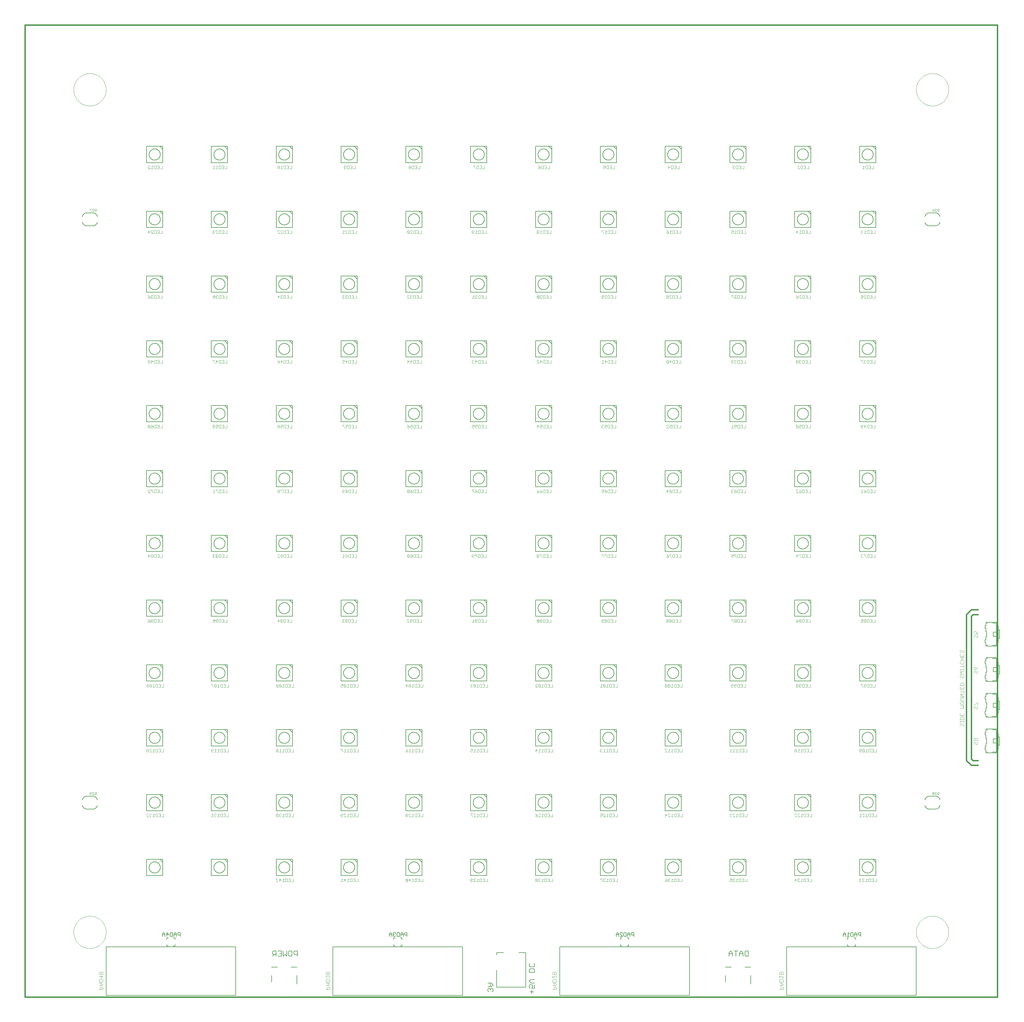
<source format=gbo>
G75*
%MOIN*%
%OFA0B0*%
%FSLAX25Y25*%
%IPPOS*%
%LPD*%
%AMOC8*
5,1,8,0,0,1.08239X$1,22.5*
%
%ADD10C,0.01600*%
%ADD11C,0.00600*%
%ADD12C,0.00400*%
%ADD13C,0.00000*%
%ADD14C,0.00800*%
%ADD15C,0.00500*%
%ADD16C,0.00300*%
D10*
X0001800Y0009496D02*
X1182902Y0009496D01*
X1182902Y1190598D01*
X0001800Y1190598D01*
X0001800Y0009496D01*
X1145501Y0296898D02*
X1151406Y0290992D01*
X1159280Y0290992D01*
X1159280Y0296898D02*
X1153375Y0296898D01*
X1151406Y0298866D01*
X1151406Y0472094D01*
X1153375Y0474063D01*
X1159280Y0474063D01*
X1159280Y0479969D02*
X1151406Y0479969D01*
X1145501Y0474063D01*
X1145501Y0296898D01*
D11*
X1169123Y0306020D02*
X1183123Y0306020D01*
X1183123Y0310520D01*
X1183123Y0335020D01*
X1169123Y0335020D01*
X1169123Y0334020D02*
X1171123Y0334020D01*
X1169123Y0334020D02*
X1169123Y0331020D01*
X1168123Y0331020D01*
X1168123Y0328020D01*
X1169123Y0328020D01*
X1169123Y0323520D01*
X1170123Y0323520D01*
X1170123Y0317520D01*
X1169123Y0317520D01*
X1169123Y0313520D01*
X1168123Y0313520D01*
X1168123Y0310020D01*
X1169123Y0310020D01*
X1169123Y0307020D01*
X1171123Y0307020D01*
X1177123Y0307020D02*
X1182123Y0307020D01*
X1182123Y0318020D01*
X1178123Y0318020D01*
X1178123Y0323020D01*
X1182123Y0323020D01*
X1182123Y0318020D01*
X1184123Y0315520D02*
X1184123Y0310520D01*
X1183123Y0310520D01*
X1184123Y0315520D02*
X1185623Y0315520D01*
X1185623Y0325520D01*
X1184123Y0325520D01*
X1184123Y0315520D01*
X1182123Y0323020D02*
X1182123Y0334020D01*
X1177123Y0334020D01*
X1183123Y0330520D02*
X1184123Y0330520D01*
X1184123Y0325520D01*
X1183123Y0349327D02*
X1169123Y0349327D01*
X1169123Y0350327D02*
X1171123Y0350327D01*
X1169123Y0350327D02*
X1169123Y0353327D01*
X1168123Y0353327D01*
X1168123Y0356827D01*
X1169123Y0356827D01*
X1169123Y0360827D01*
X1170123Y0360827D01*
X1170123Y0366827D01*
X1169123Y0366827D01*
X1169123Y0371327D01*
X1168123Y0371327D01*
X1168123Y0374327D01*
X1169123Y0374327D01*
X1169123Y0377327D01*
X1171123Y0377327D01*
X1169123Y0378327D02*
X1183123Y0378327D01*
X1183123Y0353827D01*
X1184123Y0353827D01*
X1184123Y0358827D01*
X1185623Y0358827D01*
X1185623Y0368827D01*
X1184123Y0368827D01*
X1184123Y0358827D01*
X1182123Y0361327D02*
X1182123Y0350327D01*
X1177123Y0350327D01*
X1183123Y0349327D02*
X1183123Y0353827D01*
X1182123Y0361327D02*
X1178123Y0361327D01*
X1178123Y0366327D01*
X1182123Y0366327D01*
X1182123Y0361327D01*
X1182123Y0366327D02*
X1182123Y0377327D01*
X1177123Y0377327D01*
X1183123Y0373827D02*
X1184123Y0373827D01*
X1184123Y0368827D01*
X1183123Y0392634D02*
X1169123Y0392634D01*
X1169123Y0393634D02*
X1171123Y0393634D01*
X1169123Y0393634D02*
X1169123Y0396634D01*
X1168123Y0396634D01*
X1168123Y0400134D01*
X1169123Y0400134D01*
X1169123Y0404134D01*
X1170123Y0404134D01*
X1170123Y0410134D01*
X1169123Y0410134D01*
X1169123Y0414634D01*
X1168123Y0414634D01*
X1168123Y0417634D01*
X1169123Y0417634D01*
X1169123Y0420634D01*
X1171123Y0420634D01*
X1169123Y0421634D02*
X1183123Y0421634D01*
X1183123Y0397134D01*
X1184123Y0397134D01*
X1184123Y0402134D01*
X1185623Y0402134D01*
X1185623Y0412134D01*
X1184123Y0412134D01*
X1184123Y0402134D01*
X1182123Y0404634D02*
X1182123Y0393634D01*
X1177123Y0393634D01*
X1183123Y0392634D02*
X1183123Y0397134D01*
X1182123Y0404634D02*
X1178123Y0404634D01*
X1178123Y0409634D01*
X1182123Y0409634D01*
X1182123Y0404634D01*
X1182123Y0409634D02*
X1182123Y0420634D01*
X1177123Y0420634D01*
X1183123Y0417134D02*
X1184123Y0417134D01*
X1184123Y0412134D01*
X1183123Y0435941D02*
X1169123Y0435941D01*
X1169123Y0436941D02*
X1171123Y0436941D01*
X1169123Y0436941D02*
X1169123Y0439941D01*
X1168123Y0439941D01*
X1168123Y0443441D01*
X1169123Y0443441D01*
X1169123Y0447441D01*
X1170123Y0447441D01*
X1170123Y0453441D01*
X1169123Y0453441D01*
X1169123Y0457941D01*
X1168123Y0457941D01*
X1168123Y0460941D01*
X1169123Y0460941D01*
X1169123Y0463941D01*
X1171123Y0463941D01*
X1169123Y0464941D02*
X1183123Y0464941D01*
X1183123Y0440441D01*
X1184123Y0440441D01*
X1184123Y0445441D01*
X1185623Y0445441D01*
X1185623Y0455441D01*
X1184123Y0455441D01*
X1184123Y0445441D01*
X1182123Y0447941D02*
X1182123Y0436941D01*
X1177123Y0436941D01*
X1183123Y0435941D02*
X1183123Y0440441D01*
X1182123Y0447941D02*
X1178123Y0447941D01*
X1178123Y0452941D01*
X1182123Y0452941D01*
X1182123Y0447941D01*
X1182123Y0452941D02*
X1182123Y0463941D01*
X1177123Y0463941D01*
X1183123Y0460441D02*
X1184123Y0460441D01*
X1184123Y0455441D01*
X1010737Y0081425D02*
X1008737Y0081425D01*
X1010737Y0081425D02*
X1010737Y0079425D01*
X1010737Y0073425D02*
X1010737Y0071425D01*
X1008737Y0071425D01*
X1002737Y0071425D02*
X1000737Y0071425D01*
X1000737Y0073425D01*
X1000737Y0079425D02*
X1000737Y0081425D01*
X1002737Y0081425D01*
X0880533Y0065414D02*
X0880533Y0059009D01*
X0877330Y0059009D01*
X0876262Y0060076D01*
X0876262Y0064347D01*
X0877330Y0065414D01*
X0880533Y0065414D01*
X0874087Y0063279D02*
X0874087Y0059009D01*
X0874087Y0062211D02*
X0869817Y0062211D01*
X0869817Y0063279D02*
X0869817Y0059009D01*
X0869817Y0063279D02*
X0871952Y0065414D01*
X0874087Y0063279D01*
X0867642Y0065414D02*
X0863371Y0065414D01*
X0865507Y0065414D02*
X0865507Y0059009D01*
X0861196Y0059009D02*
X0861196Y0063279D01*
X0859061Y0065414D01*
X0856926Y0063279D01*
X0856926Y0059009D01*
X0856926Y0062211D02*
X0861196Y0062211D01*
X0735146Y0071425D02*
X0733146Y0071425D01*
X0735146Y0071425D02*
X0735146Y0073425D01*
X0735146Y0079425D02*
X0735146Y0081425D01*
X0733146Y0081425D01*
X0727146Y0081425D02*
X0725146Y0081425D01*
X0725146Y0079425D01*
X0725146Y0073425D02*
X0725146Y0071425D01*
X0727146Y0071425D01*
X0620710Y0049163D02*
X0620710Y0047028D01*
X0619643Y0045961D01*
X0615372Y0045961D01*
X0614305Y0047028D01*
X0614305Y0049163D01*
X0615372Y0050231D01*
X0619643Y0050231D02*
X0620710Y0049163D01*
X0619643Y0043785D02*
X0615372Y0043785D01*
X0614305Y0042718D01*
X0614305Y0039515D01*
X0620710Y0039515D01*
X0620710Y0042718D01*
X0619643Y0043785D01*
X0620710Y0030894D02*
X0616440Y0030894D01*
X0614305Y0028759D01*
X0616440Y0026624D01*
X0620710Y0026624D01*
X0620710Y0024449D02*
X0620710Y0020179D01*
X0617507Y0020179D01*
X0618575Y0022314D01*
X0618575Y0023381D01*
X0617507Y0024449D01*
X0615372Y0024449D01*
X0614305Y0023381D01*
X0614305Y0021246D01*
X0615372Y0020179D01*
X0617507Y0018003D02*
X0617507Y0013733D01*
X0615372Y0015868D02*
X0619643Y0015868D01*
X0570403Y0016769D02*
X0570403Y0018904D01*
X0569336Y0019972D01*
X0568268Y0019972D01*
X0567200Y0018904D01*
X0566133Y0019972D01*
X0565065Y0019972D01*
X0563998Y0018904D01*
X0563998Y0016769D01*
X0565065Y0015702D01*
X0567200Y0017837D02*
X0567200Y0018904D01*
X0567200Y0022147D02*
X0567200Y0026417D01*
X0568268Y0026417D02*
X0563998Y0026417D01*
X0563998Y0022147D02*
X0568268Y0022147D01*
X0570403Y0024282D01*
X0568268Y0026417D01*
X0570403Y0016769D02*
X0569336Y0015702D01*
X0459556Y0071425D02*
X0457556Y0071425D01*
X0459556Y0071425D02*
X0459556Y0073425D01*
X0459556Y0079425D02*
X0459556Y0081425D01*
X0457556Y0081425D01*
X0451556Y0081425D02*
X0449556Y0081425D01*
X0449556Y0079425D01*
X0449556Y0073425D02*
X0449556Y0071425D01*
X0451556Y0071425D01*
X0332574Y0065414D02*
X0332574Y0059009D01*
X0332574Y0061144D02*
X0329372Y0061144D01*
X0328304Y0062211D01*
X0328304Y0064347D01*
X0329372Y0065414D01*
X0332574Y0065414D01*
X0326129Y0064347D02*
X0326129Y0060076D01*
X0325061Y0059009D01*
X0322926Y0059009D01*
X0321859Y0060076D01*
X0321859Y0064347D01*
X0322926Y0065414D01*
X0325061Y0065414D01*
X0326129Y0064347D01*
X0319683Y0065414D02*
X0319683Y0059009D01*
X0317548Y0061144D01*
X0315413Y0059009D01*
X0315413Y0065414D01*
X0313238Y0065414D02*
X0313238Y0059009D01*
X0308968Y0059009D01*
X0306792Y0059009D02*
X0306792Y0065414D01*
X0303590Y0065414D01*
X0302522Y0064347D01*
X0302522Y0062211D01*
X0303590Y0061144D01*
X0306792Y0061144D01*
X0304657Y0061144D02*
X0302522Y0059009D01*
X0308968Y0065414D02*
X0313238Y0065414D01*
X0313238Y0062211D02*
X0311103Y0062211D01*
X0183965Y0071425D02*
X0181965Y0071425D01*
X0183965Y0071425D02*
X0183965Y0073425D01*
X0183965Y0079425D02*
X0183965Y0081425D01*
X0181965Y0081425D01*
X0175965Y0081425D02*
X0173965Y0081425D01*
X0173965Y0079425D01*
X0173965Y0073425D02*
X0173965Y0071425D01*
X0175965Y0071425D01*
D12*
X0096269Y0039410D02*
X0095502Y0040177D01*
X0094735Y0040177D01*
X0093967Y0039410D01*
X0093967Y0037108D01*
X0093967Y0035573D02*
X0093967Y0032504D01*
X0096269Y0034806D01*
X0091665Y0034806D01*
X0091665Y0037108D02*
X0091665Y0039410D01*
X0092433Y0040177D01*
X0093200Y0040177D01*
X0093967Y0039410D01*
X0096269Y0039410D02*
X0096269Y0037108D01*
X0091665Y0037108D01*
X0092433Y0030969D02*
X0095502Y0030969D01*
X0096269Y0030202D01*
X0096269Y0027900D01*
X0091665Y0027900D01*
X0091665Y0030202D01*
X0092433Y0030969D01*
X0091665Y0026365D02*
X0094735Y0026365D01*
X0096269Y0024831D01*
X0094735Y0023296D01*
X0091665Y0023296D01*
X0093967Y0023296D02*
X0093967Y0026365D01*
X0093967Y0021761D02*
X0093200Y0020994D01*
X0093200Y0018692D01*
X0091665Y0018692D02*
X0096269Y0018692D01*
X0096269Y0020994D01*
X0095502Y0021761D01*
X0093967Y0021761D01*
X0149312Y0228417D02*
X0151714Y0228417D01*
X0149312Y0230819D01*
X0149312Y0231419D01*
X0149912Y0232020D01*
X0151114Y0232020D01*
X0151714Y0231419D01*
X0152995Y0231419D02*
X0152995Y0230819D01*
X0153596Y0230218D01*
X0152995Y0229618D01*
X0152995Y0229017D01*
X0153596Y0228417D01*
X0154797Y0228417D01*
X0155397Y0229017D01*
X0156678Y0228417D02*
X0159080Y0228417D01*
X0157879Y0228417D02*
X0157879Y0232020D01*
X0159080Y0230819D01*
X0160361Y0231419D02*
X0160962Y0232020D01*
X0162763Y0232020D01*
X0162763Y0228417D01*
X0160962Y0228417D01*
X0160361Y0229017D01*
X0160361Y0231419D01*
X0164045Y0232020D02*
X0166447Y0232020D01*
X0166447Y0228417D01*
X0164045Y0228417D01*
X0165246Y0230218D02*
X0166447Y0230218D01*
X0167728Y0228417D02*
X0170130Y0228417D01*
X0170130Y0232020D01*
X0155397Y0231419D02*
X0154797Y0232020D01*
X0153596Y0232020D01*
X0152995Y0231419D01*
X0153596Y0230218D02*
X0154196Y0230218D01*
X0152995Y0307157D02*
X0155397Y0307157D01*
X0152995Y0309559D01*
X0152995Y0310159D01*
X0153596Y0310760D01*
X0154797Y0310760D01*
X0155397Y0310159D01*
X0157879Y0310760D02*
X0157879Y0307157D01*
X0159080Y0307157D02*
X0156678Y0307157D01*
X0159080Y0309559D02*
X0157879Y0310760D01*
X0160361Y0310159D02*
X0160962Y0310760D01*
X0162763Y0310760D01*
X0162763Y0307157D01*
X0160962Y0307157D01*
X0160361Y0307757D01*
X0160361Y0310159D01*
X0164045Y0310760D02*
X0166447Y0310760D01*
X0166447Y0307157D01*
X0164045Y0307157D01*
X0165246Y0308958D02*
X0166447Y0308958D01*
X0167728Y0307157D02*
X0170130Y0307157D01*
X0170130Y0310760D01*
X0151714Y0310159D02*
X0151714Y0307757D01*
X0149312Y0310159D01*
X0149312Y0307757D01*
X0149912Y0307157D01*
X0151114Y0307157D01*
X0151714Y0307757D01*
X0151714Y0310159D02*
X0151114Y0310760D01*
X0149912Y0310760D01*
X0149312Y0310159D01*
X0149912Y0385897D02*
X0151114Y0385897D01*
X0151714Y0386497D01*
X0151714Y0387098D01*
X0151114Y0387698D01*
X0149912Y0387698D01*
X0149312Y0387098D01*
X0149312Y0386497D01*
X0149912Y0385897D01*
X0149912Y0387698D02*
X0149312Y0388299D01*
X0149312Y0388899D01*
X0149912Y0389500D01*
X0151114Y0389500D01*
X0151714Y0388899D01*
X0151714Y0388299D01*
X0151114Y0387698D01*
X0152995Y0386497D02*
X0153596Y0385897D01*
X0154797Y0385897D01*
X0155397Y0386497D01*
X0152995Y0388899D01*
X0152995Y0386497D01*
X0155397Y0386497D02*
X0155397Y0388899D01*
X0154797Y0389500D01*
X0153596Y0389500D01*
X0152995Y0388899D01*
X0156678Y0385897D02*
X0159080Y0385897D01*
X0157879Y0385897D02*
X0157879Y0389500D01*
X0159080Y0388299D01*
X0160361Y0388899D02*
X0160962Y0389500D01*
X0162763Y0389500D01*
X0162763Y0385897D01*
X0160962Y0385897D01*
X0160361Y0386497D01*
X0160361Y0388899D01*
X0164045Y0389500D02*
X0166447Y0389500D01*
X0166447Y0385897D01*
X0164045Y0385897D01*
X0165246Y0387698D02*
X0166447Y0387698D01*
X0167728Y0385897D02*
X0170130Y0385897D01*
X0170130Y0389500D01*
X0228052Y0389500D02*
X0228052Y0388899D01*
X0230454Y0386497D01*
X0230454Y0385897D01*
X0231735Y0386497D02*
X0232336Y0385897D01*
X0233537Y0385897D01*
X0234137Y0386497D01*
X0231735Y0388899D01*
X0231735Y0386497D01*
X0234137Y0386497D02*
X0234137Y0388899D01*
X0233537Y0389500D01*
X0232336Y0389500D01*
X0231735Y0388899D01*
X0230454Y0389500D02*
X0228052Y0389500D01*
X0235418Y0385897D02*
X0237820Y0385897D01*
X0236619Y0385897D02*
X0236619Y0389500D01*
X0237820Y0388299D01*
X0239102Y0388899D02*
X0239702Y0389500D01*
X0241504Y0389500D01*
X0241504Y0385897D01*
X0239702Y0385897D01*
X0239102Y0386497D01*
X0239102Y0388899D01*
X0242785Y0389500D02*
X0245187Y0389500D01*
X0245187Y0385897D01*
X0242785Y0385897D01*
X0243986Y0387698D02*
X0245187Y0387698D01*
X0246468Y0385897D02*
X0248870Y0385897D01*
X0248870Y0389500D01*
X0306792Y0389500D02*
X0307993Y0388899D01*
X0309194Y0387698D01*
X0307393Y0387698D01*
X0306792Y0387098D01*
X0306792Y0386497D01*
X0307393Y0385897D01*
X0308594Y0385897D01*
X0309194Y0386497D01*
X0309194Y0387698D01*
X0310475Y0386497D02*
X0311076Y0385897D01*
X0312277Y0385897D01*
X0312877Y0386497D01*
X0310475Y0388899D01*
X0310475Y0386497D01*
X0310475Y0388899D02*
X0311076Y0389500D01*
X0312277Y0389500D01*
X0312877Y0388899D01*
X0312877Y0386497D01*
X0314159Y0385897D02*
X0316561Y0385897D01*
X0315360Y0385897D02*
X0315360Y0389500D01*
X0316561Y0388299D01*
X0317842Y0388899D02*
X0318442Y0389500D01*
X0320244Y0389500D01*
X0320244Y0385897D01*
X0318442Y0385897D01*
X0317842Y0386497D01*
X0317842Y0388899D01*
X0321525Y0389500D02*
X0323927Y0389500D01*
X0323927Y0385897D01*
X0321525Y0385897D01*
X0322726Y0387698D02*
X0323927Y0387698D01*
X0325208Y0385897D02*
X0327610Y0385897D01*
X0327610Y0389500D01*
X0385532Y0389500D02*
X0387934Y0389500D01*
X0387934Y0387698D01*
X0386733Y0388299D01*
X0386133Y0388299D01*
X0385532Y0387698D01*
X0385532Y0386497D01*
X0386133Y0385897D01*
X0387334Y0385897D01*
X0387934Y0386497D01*
X0389216Y0386497D02*
X0389816Y0385897D01*
X0391017Y0385897D01*
X0391618Y0386497D01*
X0389216Y0388899D01*
X0389216Y0386497D01*
X0391618Y0386497D02*
X0391618Y0388899D01*
X0391017Y0389500D01*
X0389816Y0389500D01*
X0389216Y0388899D01*
X0392899Y0385897D02*
X0395301Y0385897D01*
X0394100Y0385897D02*
X0394100Y0389500D01*
X0395301Y0388299D01*
X0396582Y0388899D02*
X0397182Y0389500D01*
X0398984Y0389500D01*
X0398984Y0385897D01*
X0397182Y0385897D01*
X0396582Y0386497D01*
X0396582Y0388899D01*
X0400265Y0389500D02*
X0402667Y0389500D01*
X0402667Y0385897D01*
X0400265Y0385897D01*
X0401466Y0387698D02*
X0402667Y0387698D01*
X0403948Y0385897D02*
X0406350Y0385897D01*
X0406350Y0389500D01*
X0464273Y0387698D02*
X0466675Y0387698D01*
X0464873Y0389500D01*
X0464873Y0385897D01*
X0467956Y0386497D02*
X0468556Y0385897D01*
X0469757Y0385897D01*
X0470358Y0386497D01*
X0467956Y0388899D01*
X0467956Y0386497D01*
X0470358Y0386497D02*
X0470358Y0388899D01*
X0469757Y0389500D01*
X0468556Y0389500D01*
X0467956Y0388899D01*
X0471639Y0385897D02*
X0474041Y0385897D01*
X0472840Y0385897D02*
X0472840Y0389500D01*
X0474041Y0388299D01*
X0475322Y0388899D02*
X0475923Y0389500D01*
X0477724Y0389500D01*
X0477724Y0385897D01*
X0475923Y0385897D01*
X0475322Y0386497D01*
X0475322Y0388899D01*
X0479005Y0389500D02*
X0481407Y0389500D01*
X0481407Y0385897D01*
X0479005Y0385897D01*
X0480206Y0387698D02*
X0481407Y0387698D01*
X0482688Y0385897D02*
X0485090Y0385897D01*
X0485090Y0389500D01*
X0543013Y0388899D02*
X0543013Y0388299D01*
X0543613Y0387698D01*
X0543013Y0387098D01*
X0543013Y0386497D01*
X0543613Y0385897D01*
X0544814Y0385897D01*
X0545415Y0386497D01*
X0546696Y0386497D02*
X0547296Y0385897D01*
X0548497Y0385897D01*
X0549098Y0386497D01*
X0546696Y0388899D01*
X0546696Y0386497D01*
X0549098Y0386497D02*
X0549098Y0388899D01*
X0548497Y0389500D01*
X0547296Y0389500D01*
X0546696Y0388899D01*
X0545415Y0388899D02*
X0544814Y0389500D01*
X0543613Y0389500D01*
X0543013Y0388899D01*
X0543613Y0387698D02*
X0544214Y0387698D01*
X0550379Y0385897D02*
X0552781Y0385897D01*
X0551580Y0385897D02*
X0551580Y0389500D01*
X0552781Y0388299D01*
X0554062Y0388899D02*
X0554663Y0389500D01*
X0556464Y0389500D01*
X0556464Y0385897D01*
X0554663Y0385897D01*
X0554062Y0386497D01*
X0554062Y0388899D01*
X0557745Y0389500D02*
X0560147Y0389500D01*
X0560147Y0385897D01*
X0557745Y0385897D01*
X0558946Y0387698D02*
X0560147Y0387698D01*
X0561428Y0385897D02*
X0563831Y0385897D01*
X0563831Y0389500D01*
X0621753Y0388899D02*
X0622353Y0389500D01*
X0623554Y0389500D01*
X0624155Y0388899D01*
X0625436Y0388899D02*
X0627838Y0386497D01*
X0627238Y0385897D01*
X0626037Y0385897D01*
X0625436Y0386497D01*
X0625436Y0388899D01*
X0626037Y0389500D01*
X0627238Y0389500D01*
X0627838Y0388899D01*
X0627838Y0386497D01*
X0629119Y0385897D02*
X0631521Y0385897D01*
X0630320Y0385897D02*
X0630320Y0389500D01*
X0631521Y0388299D01*
X0632802Y0388899D02*
X0633403Y0389500D01*
X0635204Y0389500D01*
X0635204Y0385897D01*
X0633403Y0385897D01*
X0632802Y0386497D01*
X0632802Y0388899D01*
X0636486Y0389500D02*
X0638888Y0389500D01*
X0638888Y0385897D01*
X0636486Y0385897D01*
X0637687Y0387698D02*
X0638888Y0387698D01*
X0640169Y0385897D02*
X0642571Y0385897D01*
X0642571Y0389500D01*
X0624155Y0385897D02*
X0621753Y0388299D01*
X0621753Y0388899D01*
X0621753Y0385897D02*
X0624155Y0385897D01*
X0622353Y0310760D02*
X0624155Y0308958D01*
X0621753Y0308958D01*
X0622353Y0307157D02*
X0622353Y0310760D01*
X0626637Y0310760D02*
X0626637Y0307157D01*
X0627838Y0307157D02*
X0625436Y0307157D01*
X0627838Y0309559D02*
X0626637Y0310760D01*
X0630320Y0310760D02*
X0630320Y0307157D01*
X0631521Y0307157D02*
X0629119Y0307157D01*
X0631521Y0309559D02*
X0630320Y0310760D01*
X0632802Y0310159D02*
X0633403Y0310760D01*
X0635204Y0310760D01*
X0635204Y0307157D01*
X0633403Y0307157D01*
X0632802Y0307757D01*
X0632802Y0310159D01*
X0636486Y0310760D02*
X0638888Y0310760D01*
X0638888Y0307157D01*
X0636486Y0307157D01*
X0637687Y0308958D02*
X0638888Y0308958D01*
X0640169Y0307157D02*
X0642571Y0307157D01*
X0642571Y0310760D01*
X0700493Y0310159D02*
X0700493Y0309559D01*
X0701094Y0308958D01*
X0700493Y0308358D01*
X0700493Y0307757D01*
X0701094Y0307157D01*
X0702295Y0307157D01*
X0702895Y0307757D01*
X0704176Y0307157D02*
X0706578Y0307157D01*
X0705377Y0307157D02*
X0705377Y0310760D01*
X0706578Y0309559D01*
X0707859Y0307157D02*
X0710261Y0307157D01*
X0709060Y0307157D02*
X0709060Y0310760D01*
X0710261Y0309559D01*
X0711543Y0310159D02*
X0711543Y0307757D01*
X0712143Y0307157D01*
X0713945Y0307157D01*
X0713945Y0310760D01*
X0712143Y0310760D01*
X0711543Y0310159D01*
X0715226Y0310760D02*
X0717628Y0310760D01*
X0717628Y0307157D01*
X0715226Y0307157D01*
X0716427Y0308958D02*
X0717628Y0308958D01*
X0718909Y0307157D02*
X0721311Y0307157D01*
X0721311Y0310760D01*
X0702895Y0310159D02*
X0702295Y0310760D01*
X0701094Y0310760D01*
X0700493Y0310159D01*
X0701094Y0308958D02*
X0701694Y0308958D01*
X0700493Y0232020D02*
X0702895Y0232020D01*
X0702895Y0230218D01*
X0701694Y0230819D01*
X0701094Y0230819D01*
X0700493Y0230218D01*
X0700493Y0229017D01*
X0701094Y0228417D01*
X0702295Y0228417D01*
X0702895Y0229017D01*
X0704176Y0228417D02*
X0706578Y0228417D01*
X0704176Y0230819D01*
X0704176Y0231419D01*
X0704777Y0232020D01*
X0705978Y0232020D01*
X0706578Y0231419D01*
X0709060Y0232020D02*
X0709060Y0228417D01*
X0710261Y0228417D02*
X0707859Y0228417D01*
X0710261Y0230819D02*
X0709060Y0232020D01*
X0711543Y0231419D02*
X0712143Y0232020D01*
X0713945Y0232020D01*
X0713945Y0228417D01*
X0712143Y0228417D01*
X0711543Y0229017D01*
X0711543Y0231419D01*
X0715226Y0232020D02*
X0717628Y0232020D01*
X0717628Y0228417D01*
X0715226Y0228417D01*
X0716427Y0230218D02*
X0717628Y0230218D01*
X0718909Y0228417D02*
X0721311Y0228417D01*
X0721311Y0232020D01*
X0779233Y0230218D02*
X0781635Y0230218D01*
X0779834Y0232020D01*
X0779834Y0228417D01*
X0782916Y0228417D02*
X0785318Y0228417D01*
X0782916Y0230819D01*
X0782916Y0231419D01*
X0783517Y0232020D01*
X0784718Y0232020D01*
X0785318Y0231419D01*
X0787801Y0232020D02*
X0787801Y0228417D01*
X0789002Y0228417D02*
X0786600Y0228417D01*
X0789002Y0230819D02*
X0787801Y0232020D01*
X0790283Y0231419D02*
X0790883Y0232020D01*
X0792685Y0232020D01*
X0792685Y0228417D01*
X0790883Y0228417D01*
X0790283Y0229017D01*
X0790283Y0231419D01*
X0793966Y0232020D02*
X0796368Y0232020D01*
X0796368Y0228417D01*
X0793966Y0228417D01*
X0795167Y0230218D02*
X0796368Y0230218D01*
X0797649Y0228417D02*
X0800051Y0228417D01*
X0800051Y0232020D01*
X0857973Y0231419D02*
X0857973Y0230819D01*
X0858574Y0230218D01*
X0857973Y0229618D01*
X0857973Y0229017D01*
X0858574Y0228417D01*
X0859775Y0228417D01*
X0860375Y0229017D01*
X0861657Y0228417D02*
X0864059Y0228417D01*
X0861657Y0230819D01*
X0861657Y0231419D01*
X0862257Y0232020D01*
X0863458Y0232020D01*
X0864059Y0231419D01*
X0866541Y0232020D02*
X0866541Y0228417D01*
X0867742Y0228417D02*
X0865340Y0228417D01*
X0867742Y0230819D02*
X0866541Y0232020D01*
X0869023Y0231419D02*
X0869623Y0232020D01*
X0871425Y0232020D01*
X0871425Y0228417D01*
X0869623Y0228417D01*
X0869023Y0229017D01*
X0869023Y0231419D01*
X0872706Y0232020D02*
X0875108Y0232020D01*
X0875108Y0228417D01*
X0872706Y0228417D01*
X0873907Y0230218D02*
X0875108Y0230218D01*
X0876389Y0228417D02*
X0878791Y0228417D01*
X0878791Y0232020D01*
X0860375Y0231419D02*
X0859775Y0232020D01*
X0858574Y0232020D01*
X0857973Y0231419D01*
X0858574Y0230218D02*
X0859174Y0230218D01*
X0859174Y0307157D02*
X0859174Y0310760D01*
X0860375Y0309559D01*
X0860375Y0307157D02*
X0857973Y0307157D01*
X0861657Y0307157D02*
X0864059Y0307157D01*
X0862858Y0307157D02*
X0862858Y0310760D01*
X0864059Y0309559D01*
X0865340Y0307157D02*
X0867742Y0307157D01*
X0866541Y0307157D02*
X0866541Y0310760D01*
X0867742Y0309559D01*
X0869023Y0310159D02*
X0869023Y0307757D01*
X0869623Y0307157D01*
X0871425Y0307157D01*
X0871425Y0310760D01*
X0869623Y0310760D01*
X0869023Y0310159D01*
X0872706Y0310760D02*
X0875108Y0310760D01*
X0875108Y0307157D01*
X0872706Y0307157D01*
X0873907Y0308958D02*
X0875108Y0308958D01*
X0876389Y0307157D02*
X0878791Y0307157D01*
X0878791Y0310760D01*
X0936714Y0310159D02*
X0936714Y0307757D01*
X0937314Y0307157D01*
X0938515Y0307157D01*
X0939116Y0307757D01*
X0936714Y0310159D01*
X0937314Y0310760D01*
X0938515Y0310760D01*
X0939116Y0310159D01*
X0939116Y0307757D01*
X0940397Y0307157D02*
X0942799Y0307157D01*
X0941598Y0307157D02*
X0941598Y0310760D01*
X0942799Y0309559D01*
X0944080Y0307157D02*
X0946482Y0307157D01*
X0945281Y0307157D02*
X0945281Y0310760D01*
X0946482Y0309559D01*
X0947763Y0310159D02*
X0947763Y0307757D01*
X0948363Y0307157D01*
X0950165Y0307157D01*
X0950165Y0310760D01*
X0948363Y0310760D01*
X0947763Y0310159D01*
X0951446Y0310760D02*
X0953848Y0310760D01*
X0953848Y0307157D01*
X0951446Y0307157D01*
X0952647Y0308958D02*
X0953848Y0308958D01*
X0955129Y0307157D02*
X0957531Y0307157D01*
X0957531Y0310760D01*
X1015454Y0310159D02*
X1015454Y0307757D01*
X1016054Y0307157D01*
X1017255Y0307157D01*
X1017856Y0307757D01*
X1019137Y0307757D02*
X1019737Y0307157D01*
X1020938Y0307157D01*
X1021539Y0307757D01*
X1019137Y0310159D01*
X1019137Y0307757D01*
X1017856Y0309559D02*
X1017255Y0308958D01*
X1015454Y0308958D01*
X1015454Y0310159D02*
X1016054Y0310760D01*
X1017255Y0310760D01*
X1017856Y0310159D01*
X1017856Y0309559D01*
X1019137Y0310159D02*
X1019737Y0310760D01*
X1020938Y0310760D01*
X1021539Y0310159D01*
X1021539Y0307757D01*
X1022820Y0307157D02*
X1025222Y0307157D01*
X1024021Y0307157D02*
X1024021Y0310760D01*
X1025222Y0309559D01*
X1026503Y0310159D02*
X1026503Y0307757D01*
X1027104Y0307157D01*
X1028905Y0307157D01*
X1028905Y0310760D01*
X1027104Y0310760D01*
X1026503Y0310159D01*
X1030186Y0310760D02*
X1032588Y0310760D01*
X1032588Y0307157D01*
X1030186Y0307157D01*
X1031387Y0308958D02*
X1032588Y0308958D01*
X1033869Y0307157D02*
X1036271Y0307157D01*
X1036271Y0310760D01*
X1034430Y0385897D02*
X1032028Y0385897D01*
X1030747Y0385897D02*
X1028345Y0385897D01*
X1027064Y0385897D02*
X1025262Y0385897D01*
X1024662Y0386497D01*
X1024662Y0388899D01*
X1025262Y0389500D01*
X1027064Y0389500D01*
X1027064Y0385897D01*
X1029546Y0387698D02*
X1030747Y0387698D01*
X1030747Y0385897D02*
X1030747Y0389500D01*
X1028345Y0389500D01*
X1023380Y0388899D02*
X1023380Y0388299D01*
X1022780Y0387698D01*
X1020978Y0387698D01*
X1020978Y0386497D02*
X1020978Y0388899D01*
X1021579Y0389500D01*
X1022780Y0389500D01*
X1023380Y0388899D01*
X1023380Y0386497D02*
X1022780Y0385897D01*
X1021579Y0385897D01*
X1020978Y0386497D01*
X1019697Y0386497D02*
X1019697Y0385897D01*
X1019697Y0386497D02*
X1017295Y0388899D01*
X1017295Y0389500D01*
X1019697Y0389500D01*
X1034430Y0389500D02*
X1034430Y0385897D01*
X1034430Y0464637D02*
X1032028Y0464637D01*
X1030747Y0464637D02*
X1028345Y0464637D01*
X1027064Y0464637D02*
X1025262Y0464637D01*
X1024662Y0465238D01*
X1024662Y0467640D01*
X1025262Y0468240D01*
X1027064Y0468240D01*
X1027064Y0464637D01*
X1029546Y0466439D02*
X1030747Y0466439D01*
X1030747Y0468240D02*
X1030747Y0464637D01*
X1030747Y0468240D02*
X1028345Y0468240D01*
X1023380Y0467640D02*
X1023380Y0467039D01*
X1022780Y0466439D01*
X1021579Y0466439D01*
X1020978Y0465838D01*
X1020978Y0465238D01*
X1021579Y0464637D01*
X1022780Y0464637D01*
X1023380Y0465238D01*
X1023380Y0465838D01*
X1022780Y0466439D01*
X1021579Y0466439D02*
X1020978Y0467039D01*
X1020978Y0467640D01*
X1021579Y0468240D01*
X1022780Y0468240D01*
X1023380Y0467640D01*
X1019697Y0468240D02*
X1019697Y0466439D01*
X1018496Y0467039D01*
X1017896Y0467039D01*
X1017295Y0466439D01*
X1017295Y0465238D01*
X1017896Y0464637D01*
X1019097Y0464637D01*
X1019697Y0465238D01*
X1019697Y0468240D02*
X1017295Y0468240D01*
X1034430Y0468240D02*
X1034430Y0464637D01*
X1034430Y0543377D02*
X1032028Y0543377D01*
X1030747Y0543377D02*
X1028345Y0543377D01*
X1027064Y0543377D02*
X1025262Y0543377D01*
X1024662Y0543978D01*
X1024662Y0546380D01*
X1025262Y0546980D01*
X1027064Y0546980D01*
X1027064Y0543377D01*
X1029546Y0545179D02*
X1030747Y0545179D01*
X1030747Y0546980D02*
X1030747Y0543377D01*
X1030747Y0546980D02*
X1028345Y0546980D01*
X1023380Y0546980D02*
X1020978Y0546980D01*
X1020978Y0546380D01*
X1023380Y0543978D01*
X1023380Y0543377D01*
X1019697Y0543978D02*
X1019097Y0543377D01*
X1017896Y0543377D01*
X1017295Y0543978D01*
X1017295Y0544578D01*
X1017896Y0545179D01*
X1018496Y0545179D01*
X1017896Y0545179D02*
X1017295Y0545779D01*
X1017295Y0546380D01*
X1017896Y0546980D01*
X1019097Y0546980D01*
X1019697Y0546380D01*
X1034430Y0546980D02*
X1034430Y0543377D01*
X0955690Y0543377D02*
X0953288Y0543377D01*
X0952007Y0543377D02*
X0949605Y0543377D01*
X0948323Y0543377D02*
X0946522Y0543377D01*
X0945921Y0543978D01*
X0945921Y0546380D01*
X0946522Y0546980D01*
X0948323Y0546980D01*
X0948323Y0543377D01*
X0950806Y0545179D02*
X0952007Y0545179D01*
X0952007Y0546980D02*
X0952007Y0543377D01*
X0952007Y0546980D02*
X0949605Y0546980D01*
X0944640Y0546980D02*
X0942238Y0546980D01*
X0942238Y0546380D01*
X0944640Y0543978D01*
X0944640Y0543377D01*
X0940957Y0545179D02*
X0938555Y0545179D01*
X0939156Y0546980D02*
X0940957Y0545179D01*
X0939156Y0546980D02*
X0939156Y0543377D01*
X0955690Y0543377D02*
X0955690Y0546980D01*
X0955690Y0468240D02*
X0955690Y0464637D01*
X0953288Y0464637D01*
X0952007Y0464637D02*
X0949605Y0464637D01*
X0948323Y0464637D02*
X0948323Y0468240D01*
X0946522Y0468240D01*
X0945921Y0467640D01*
X0945921Y0465238D01*
X0946522Y0464637D01*
X0948323Y0464637D01*
X0950806Y0466439D02*
X0952007Y0466439D01*
X0952007Y0468240D02*
X0952007Y0464637D01*
X0952007Y0468240D02*
X0949605Y0468240D01*
X0944640Y0467640D02*
X0944640Y0467039D01*
X0944040Y0466439D01*
X0942839Y0466439D01*
X0942238Y0465838D01*
X0942238Y0465238D01*
X0942839Y0464637D01*
X0944040Y0464637D01*
X0944640Y0465238D01*
X0944640Y0465838D01*
X0944040Y0466439D01*
X0942839Y0466439D02*
X0942238Y0467039D01*
X0942238Y0467640D01*
X0942839Y0468240D01*
X0944040Y0468240D01*
X0944640Y0467640D01*
X0940957Y0466439D02*
X0939156Y0466439D01*
X0938555Y0465838D01*
X0938555Y0465238D01*
X0939156Y0464637D01*
X0940357Y0464637D01*
X0940957Y0465238D01*
X0940957Y0466439D01*
X0939756Y0467640D01*
X0938555Y0468240D01*
X0876950Y0468240D02*
X0876950Y0464637D01*
X0874548Y0464637D01*
X0873266Y0464637D02*
X0870864Y0464637D01*
X0869583Y0464637D02*
X0867782Y0464637D01*
X0867181Y0465238D01*
X0867181Y0467640D01*
X0867782Y0468240D01*
X0869583Y0468240D01*
X0869583Y0464637D01*
X0872065Y0466439D02*
X0873266Y0466439D01*
X0873266Y0468240D02*
X0873266Y0464637D01*
X0873266Y0468240D02*
X0870864Y0468240D01*
X0865900Y0467640D02*
X0865900Y0467039D01*
X0865300Y0466439D01*
X0864099Y0466439D01*
X0863498Y0465838D01*
X0863498Y0465238D01*
X0864099Y0464637D01*
X0865300Y0464637D01*
X0865900Y0465238D01*
X0865900Y0465838D01*
X0865300Y0466439D01*
X0864099Y0466439D02*
X0863498Y0467039D01*
X0863498Y0467640D01*
X0864099Y0468240D01*
X0865300Y0468240D01*
X0865900Y0467640D01*
X0862217Y0468240D02*
X0859815Y0468240D01*
X0859815Y0467640D01*
X0862217Y0465238D01*
X0862217Y0464637D01*
X0798209Y0464637D02*
X0795807Y0464637D01*
X0794526Y0464637D02*
X0794526Y0468240D01*
X0792124Y0468240D01*
X0790843Y0468240D02*
X0789042Y0468240D01*
X0788441Y0467640D01*
X0788441Y0465238D01*
X0789042Y0464637D01*
X0790843Y0464637D01*
X0790843Y0468240D01*
X0793325Y0466439D02*
X0794526Y0466439D01*
X0794526Y0464637D02*
X0792124Y0464637D01*
X0787160Y0465238D02*
X0786559Y0464637D01*
X0785358Y0464637D01*
X0784758Y0465238D01*
X0784758Y0465838D01*
X0785358Y0466439D01*
X0786559Y0466439D01*
X0787160Y0467039D01*
X0787160Y0467640D01*
X0786559Y0468240D01*
X0785358Y0468240D01*
X0784758Y0467640D01*
X0784758Y0467039D01*
X0785358Y0466439D01*
X0786559Y0466439D02*
X0787160Y0465838D01*
X0787160Y0465238D01*
X0783477Y0465238D02*
X0783477Y0465838D01*
X0782876Y0466439D01*
X0781675Y0466439D01*
X0781075Y0465838D01*
X0781075Y0465238D01*
X0781675Y0464637D01*
X0782876Y0464637D01*
X0783477Y0465238D01*
X0782876Y0466439D02*
X0783477Y0467039D01*
X0783477Y0467640D01*
X0782876Y0468240D01*
X0781675Y0468240D01*
X0781075Y0467640D01*
X0781075Y0467039D01*
X0781675Y0466439D01*
X0798209Y0468240D02*
X0798209Y0464637D01*
X0796368Y0389500D02*
X0793966Y0389500D01*
X0792685Y0389500D02*
X0790883Y0389500D01*
X0790283Y0388899D01*
X0790283Y0386497D01*
X0790883Y0385897D01*
X0792685Y0385897D01*
X0792685Y0389500D01*
X0795167Y0387698D02*
X0796368Y0387698D01*
X0796368Y0385897D02*
X0793966Y0385897D01*
X0796368Y0385897D02*
X0796368Y0389500D01*
X0800051Y0389500D02*
X0800051Y0385897D01*
X0797649Y0385897D01*
X0789002Y0385897D02*
X0786600Y0385897D01*
X0787801Y0385897D02*
X0787801Y0389500D01*
X0789002Y0388299D01*
X0785318Y0388899D02*
X0784718Y0389500D01*
X0783517Y0389500D01*
X0782916Y0388899D01*
X0785318Y0386497D01*
X0784718Y0385897D01*
X0783517Y0385897D01*
X0782916Y0386497D01*
X0782916Y0388899D01*
X0781635Y0388899D02*
X0781035Y0389500D01*
X0779834Y0389500D01*
X0779233Y0388899D01*
X0781635Y0386497D01*
X0781035Y0385897D01*
X0779834Y0385897D01*
X0779233Y0386497D01*
X0779233Y0388899D01*
X0781635Y0388899D02*
X0781635Y0386497D01*
X0785318Y0386497D02*
X0785318Y0388899D01*
X0721311Y0389500D02*
X0721311Y0385897D01*
X0718909Y0385897D01*
X0717628Y0385897D02*
X0715226Y0385897D01*
X0713945Y0385897D02*
X0712143Y0385897D01*
X0711543Y0386497D01*
X0711543Y0388899D01*
X0712143Y0389500D01*
X0713945Y0389500D01*
X0713945Y0385897D01*
X0716427Y0387698D02*
X0717628Y0387698D01*
X0717628Y0385897D02*
X0717628Y0389500D01*
X0715226Y0389500D01*
X0710261Y0388299D02*
X0709060Y0389500D01*
X0709060Y0385897D01*
X0710261Y0385897D02*
X0707859Y0385897D01*
X0706578Y0386497D02*
X0704176Y0388899D01*
X0704176Y0386497D01*
X0704777Y0385897D01*
X0705978Y0385897D01*
X0706578Y0386497D01*
X0706578Y0388899D01*
X0705978Y0389500D01*
X0704777Y0389500D01*
X0704176Y0388899D01*
X0702895Y0388299D02*
X0701694Y0389500D01*
X0701694Y0385897D01*
X0702895Y0385897D02*
X0700493Y0385897D01*
X0702935Y0464637D02*
X0702335Y0465238D01*
X0702335Y0467640D01*
X0702935Y0468240D01*
X0704136Y0468240D01*
X0704737Y0467640D01*
X0704737Y0467039D01*
X0704136Y0466439D01*
X0702335Y0466439D01*
X0702935Y0464637D02*
X0704136Y0464637D01*
X0704737Y0465238D01*
X0706018Y0465238D02*
X0706618Y0464637D01*
X0707819Y0464637D01*
X0708420Y0465238D01*
X0708420Y0465838D01*
X0707819Y0466439D01*
X0706618Y0466439D01*
X0706018Y0465838D01*
X0706018Y0465238D01*
X0706618Y0466439D02*
X0706018Y0467039D01*
X0706018Y0467640D01*
X0706618Y0468240D01*
X0707819Y0468240D01*
X0708420Y0467640D01*
X0708420Y0467039D01*
X0707819Y0466439D01*
X0709701Y0467640D02*
X0710301Y0468240D01*
X0712103Y0468240D01*
X0712103Y0464637D01*
X0710301Y0464637D01*
X0709701Y0465238D01*
X0709701Y0467640D01*
X0713384Y0468240D02*
X0715786Y0468240D01*
X0715786Y0464637D01*
X0713384Y0464637D01*
X0714585Y0466439D02*
X0715786Y0466439D01*
X0717067Y0464637D02*
X0719469Y0464637D01*
X0719469Y0468240D01*
X0719469Y0543377D02*
X0717067Y0543377D01*
X0715786Y0543377D02*
X0713384Y0543377D01*
X0712103Y0543377D02*
X0710301Y0543377D01*
X0709701Y0543978D01*
X0709701Y0546380D01*
X0710301Y0546980D01*
X0712103Y0546980D01*
X0712103Y0543377D01*
X0714585Y0545179D02*
X0715786Y0545179D01*
X0715786Y0546980D02*
X0715786Y0543377D01*
X0715786Y0546980D02*
X0713384Y0546980D01*
X0708420Y0546980D02*
X0706018Y0546980D01*
X0706018Y0546380D01*
X0708420Y0543978D01*
X0708420Y0543377D01*
X0704737Y0543377D02*
X0704737Y0543978D01*
X0702335Y0546380D01*
X0702335Y0546980D01*
X0704737Y0546980D01*
X0719469Y0546980D02*
X0719469Y0543377D01*
X0781075Y0543978D02*
X0781075Y0544578D01*
X0781675Y0545179D01*
X0783477Y0545179D01*
X0783477Y0543978D01*
X0782876Y0543377D01*
X0781675Y0543377D01*
X0781075Y0543978D01*
X0782276Y0546380D02*
X0783477Y0545179D01*
X0782276Y0546380D02*
X0781075Y0546980D01*
X0784758Y0546980D02*
X0784758Y0546380D01*
X0787160Y0543978D01*
X0787160Y0543377D01*
X0788441Y0543978D02*
X0788441Y0546380D01*
X0789042Y0546980D01*
X0790843Y0546980D01*
X0790843Y0543377D01*
X0789042Y0543377D01*
X0788441Y0543978D01*
X0787160Y0546980D02*
X0784758Y0546980D01*
X0792124Y0546980D02*
X0794526Y0546980D01*
X0794526Y0543377D01*
X0792124Y0543377D01*
X0793325Y0545179D02*
X0794526Y0545179D01*
X0795807Y0543377D02*
X0798209Y0543377D01*
X0798209Y0546980D01*
X0859815Y0546980D02*
X0862217Y0546980D01*
X0862217Y0545179D01*
X0861016Y0545779D01*
X0860415Y0545779D01*
X0859815Y0545179D01*
X0859815Y0543978D01*
X0860415Y0543377D01*
X0861617Y0543377D01*
X0862217Y0543978D01*
X0863498Y0546380D02*
X0865900Y0543978D01*
X0865900Y0543377D01*
X0867181Y0543978D02*
X0867181Y0546380D01*
X0867782Y0546980D01*
X0869583Y0546980D01*
X0869583Y0543377D01*
X0867782Y0543377D01*
X0867181Y0543978D01*
X0865900Y0546980D02*
X0863498Y0546980D01*
X0863498Y0546380D01*
X0870864Y0546980D02*
X0873266Y0546980D01*
X0873266Y0543377D01*
X0870864Y0543377D01*
X0872065Y0545179D02*
X0873266Y0545179D01*
X0874548Y0543377D02*
X0876950Y0543377D01*
X0876950Y0546980D01*
X0876950Y0622117D02*
X0874548Y0622117D01*
X0873266Y0622117D02*
X0870864Y0622117D01*
X0869583Y0622117D02*
X0867782Y0622117D01*
X0867181Y0622718D01*
X0867181Y0625120D01*
X0867782Y0625720D01*
X0869583Y0625720D01*
X0869583Y0622117D01*
X0872065Y0623919D02*
X0873266Y0623919D01*
X0873266Y0625720D02*
X0873266Y0622117D01*
X0873266Y0625720D02*
X0870864Y0625720D01*
X0865900Y0623919D02*
X0864099Y0623919D01*
X0863498Y0623318D01*
X0863498Y0622718D01*
X0864099Y0622117D01*
X0865300Y0622117D01*
X0865900Y0622718D01*
X0865900Y0623919D01*
X0864699Y0625120D01*
X0863498Y0625720D01*
X0862217Y0625120D02*
X0861617Y0625720D01*
X0860415Y0625720D01*
X0859815Y0625120D01*
X0859815Y0624519D01*
X0860415Y0623919D01*
X0859815Y0623318D01*
X0859815Y0622718D01*
X0860415Y0622117D01*
X0861617Y0622117D01*
X0862217Y0622718D01*
X0861016Y0623919D02*
X0860415Y0623919D01*
X0876950Y0625720D02*
X0876950Y0622117D01*
X0938555Y0622117D02*
X0940957Y0622117D01*
X0938555Y0624519D01*
X0938555Y0625120D01*
X0939156Y0625720D01*
X0940357Y0625720D01*
X0940957Y0625120D01*
X0942238Y0625720D02*
X0943439Y0625120D01*
X0944640Y0623919D01*
X0942839Y0623919D01*
X0942238Y0623318D01*
X0942238Y0622718D01*
X0942839Y0622117D01*
X0944040Y0622117D01*
X0944640Y0622718D01*
X0944640Y0623919D01*
X0945921Y0625120D02*
X0946522Y0625720D01*
X0948323Y0625720D01*
X0948323Y0622117D01*
X0946522Y0622117D01*
X0945921Y0622718D01*
X0945921Y0625120D01*
X0949605Y0625720D02*
X0952007Y0625720D01*
X0952007Y0622117D01*
X0949605Y0622117D01*
X0950806Y0623919D02*
X0952007Y0623919D01*
X0953288Y0622117D02*
X0955690Y0622117D01*
X0955690Y0625720D01*
X1017295Y0622117D02*
X1019697Y0622117D01*
X1018496Y0622117D02*
X1018496Y0625720D01*
X1019697Y0624519D01*
X1020978Y0623318D02*
X1021579Y0623919D01*
X1023380Y0623919D01*
X1023380Y0622718D01*
X1022780Y0622117D01*
X1021579Y0622117D01*
X1020978Y0622718D01*
X1020978Y0623318D01*
X1022179Y0625120D02*
X1023380Y0623919D01*
X1022179Y0625120D02*
X1020978Y0625720D01*
X1024662Y0625120D02*
X1025262Y0625720D01*
X1027064Y0625720D01*
X1027064Y0622117D01*
X1025262Y0622117D01*
X1024662Y0622718D01*
X1024662Y0625120D01*
X1028345Y0625720D02*
X1030747Y0625720D01*
X1030747Y0622117D01*
X1028345Y0622117D01*
X1029546Y0623919D02*
X1030747Y0623919D01*
X1032028Y0622117D02*
X1034430Y0622117D01*
X1034430Y0625720D01*
X1034430Y0700857D02*
X1032028Y0700857D01*
X1030747Y0700857D02*
X1028345Y0700857D01*
X1027064Y0700857D02*
X1025262Y0700857D01*
X1024662Y0701458D01*
X1024662Y0703860D01*
X1025262Y0704461D01*
X1027064Y0704461D01*
X1027064Y0700857D01*
X1029546Y0702659D02*
X1030747Y0702659D01*
X1030747Y0704461D02*
X1030747Y0700857D01*
X1030747Y0704461D02*
X1028345Y0704461D01*
X1023380Y0702659D02*
X1021579Y0704461D01*
X1021579Y0700857D01*
X1020978Y0702659D02*
X1023380Y0702659D01*
X1019697Y0703260D02*
X1019697Y0703860D01*
X1019097Y0704461D01*
X1017896Y0704461D01*
X1017295Y0703860D01*
X1017295Y0701458D01*
X1017896Y0700857D01*
X1019097Y0700857D01*
X1019697Y0701458D01*
X1019097Y0702659D02*
X1017295Y0702659D01*
X1019097Y0702659D02*
X1019697Y0703260D01*
X1034430Y0704461D02*
X1034430Y0700857D01*
X0955690Y0700857D02*
X0953288Y0700857D01*
X0952007Y0700857D02*
X0949605Y0700857D01*
X0948323Y0700857D02*
X0948323Y0704461D01*
X0946522Y0704461D01*
X0945921Y0703860D01*
X0945921Y0701458D01*
X0946522Y0700857D01*
X0948323Y0700857D01*
X0950806Y0702659D02*
X0952007Y0702659D01*
X0952007Y0704461D02*
X0952007Y0700857D01*
X0952007Y0704461D02*
X0949605Y0704461D01*
X0944640Y0704461D02*
X0944640Y0702659D01*
X0943439Y0703260D01*
X0942839Y0703260D01*
X0942238Y0702659D01*
X0942238Y0701458D01*
X0942839Y0700857D01*
X0944040Y0700857D01*
X0944640Y0701458D01*
X0944640Y0704461D02*
X0942238Y0704461D01*
X0940957Y0703860D02*
X0940357Y0704461D01*
X0939156Y0704461D01*
X0938555Y0703860D01*
X0940957Y0701458D01*
X0940357Y0700857D01*
X0939156Y0700857D01*
X0938555Y0701458D01*
X0938555Y0703860D01*
X0940957Y0703860D02*
X0940957Y0701458D01*
X0955690Y0700857D02*
X0955690Y0704461D01*
X0955690Y0779598D02*
X0953288Y0779598D01*
X0952007Y0779598D02*
X0949605Y0779598D01*
X0948323Y0779598D02*
X0946522Y0779598D01*
X0945921Y0780198D01*
X0945921Y0782600D01*
X0946522Y0783201D01*
X0948323Y0783201D01*
X0948323Y0779598D01*
X0950806Y0781399D02*
X0952007Y0781399D01*
X0952007Y0779598D02*
X0952007Y0783201D01*
X0949605Y0783201D01*
X0944640Y0782600D02*
X0944040Y0783201D01*
X0942839Y0783201D01*
X0942238Y0782600D01*
X0942238Y0782000D01*
X0942839Y0781399D01*
X0942238Y0780799D01*
X0942238Y0780198D01*
X0942839Y0779598D01*
X0944040Y0779598D01*
X0944640Y0780198D01*
X0943439Y0781399D02*
X0942839Y0781399D01*
X0940957Y0780799D02*
X0940357Y0781399D01*
X0939156Y0781399D01*
X0938555Y0780799D01*
X0938555Y0780198D01*
X0939156Y0779598D01*
X0940357Y0779598D01*
X0940957Y0780198D01*
X0940957Y0780799D01*
X0940357Y0781399D02*
X0940957Y0782000D01*
X0940957Y0782600D01*
X0940357Y0783201D01*
X0939156Y0783201D01*
X0938555Y0782600D01*
X0938555Y0782000D01*
X0939156Y0781399D01*
X0955690Y0783201D02*
X0955690Y0779598D01*
X1017295Y0782600D02*
X1019697Y0780198D01*
X1019697Y0779598D01*
X1020978Y0780198D02*
X1021579Y0779598D01*
X1022780Y0779598D01*
X1023380Y0780198D01*
X1024662Y0780198D02*
X1024662Y0782600D01*
X1025262Y0783201D01*
X1027064Y0783201D01*
X1027064Y0779598D01*
X1025262Y0779598D01*
X1024662Y0780198D01*
X1023380Y0782600D02*
X1022780Y0783201D01*
X1021579Y0783201D01*
X1020978Y0782600D01*
X1020978Y0782000D01*
X1021579Y0781399D01*
X1020978Y0780799D01*
X1020978Y0780198D01*
X1021579Y0781399D02*
X1022179Y0781399D01*
X1019697Y0783201D02*
X1017295Y0783201D01*
X1017295Y0782600D01*
X1028345Y0783201D02*
X1030747Y0783201D01*
X1030747Y0779598D01*
X1028345Y0779598D01*
X1029546Y0781399D02*
X1030747Y0781399D01*
X1032028Y0779598D02*
X1034430Y0779598D01*
X1034430Y0783201D01*
X1034430Y0858338D02*
X1032028Y0858338D01*
X1030747Y0858338D02*
X1028345Y0858338D01*
X1027064Y0858338D02*
X1025262Y0858338D01*
X1024662Y0858938D01*
X1024662Y0861340D01*
X1025262Y0861941D01*
X1027064Y0861941D01*
X1027064Y0858338D01*
X1029546Y0860139D02*
X1030747Y0860139D01*
X1030747Y0858338D02*
X1030747Y0861941D01*
X1028345Y0861941D01*
X1023380Y0861340D02*
X1022780Y0861941D01*
X1021579Y0861941D01*
X1020978Y0861340D01*
X1020978Y0860740D01*
X1023380Y0858338D01*
X1020978Y0858338D01*
X1019697Y0858938D02*
X1019097Y0858338D01*
X1017896Y0858338D01*
X1017295Y0858938D01*
X1017295Y0860139D01*
X1017896Y0860740D01*
X1018496Y0860740D01*
X1019697Y0860139D01*
X1019697Y0861941D01*
X1017295Y0861941D01*
X1034430Y0861941D02*
X1034430Y0858338D01*
X1034430Y0937078D02*
X1032028Y0937078D01*
X1030747Y0937078D02*
X1028345Y0937078D01*
X1027064Y0937078D02*
X1025262Y0937078D01*
X1024662Y0937678D01*
X1024662Y0940081D01*
X1025262Y0940681D01*
X1027064Y0940681D01*
X1027064Y0937078D01*
X1029546Y0938879D02*
X1030747Y0938879D01*
X1030747Y0937078D02*
X1030747Y0940681D01*
X1028345Y0940681D01*
X1023380Y0939480D02*
X1022179Y0940681D01*
X1022179Y0937078D01*
X1023380Y0937078D02*
X1020978Y0937078D01*
X1019697Y0937678D02*
X1019097Y0937078D01*
X1017896Y0937078D01*
X1017295Y0937678D01*
X1017295Y0938279D01*
X1017896Y0938879D01*
X1018496Y0938879D01*
X1017896Y0938879D02*
X1017295Y0939480D01*
X1017295Y0940081D01*
X1017896Y0940681D01*
X1019097Y0940681D01*
X1019697Y0940081D01*
X1034430Y0940681D02*
X1034430Y0937078D01*
X0955690Y0937078D02*
X0953288Y0937078D01*
X0952007Y0937078D02*
X0949605Y0937078D01*
X0948323Y0937078D02*
X0946522Y0937078D01*
X0945921Y0937678D01*
X0945921Y0940081D01*
X0946522Y0940681D01*
X0948323Y0940681D01*
X0948323Y0937078D01*
X0950806Y0938879D02*
X0952007Y0938879D01*
X0952007Y0937078D02*
X0952007Y0940681D01*
X0949605Y0940681D01*
X0944640Y0939480D02*
X0943439Y0940681D01*
X0943439Y0937078D01*
X0944640Y0937078D02*
X0942238Y0937078D01*
X0940957Y0938879D02*
X0938555Y0938879D01*
X0939156Y0937078D02*
X0939156Y0940681D01*
X0940957Y0938879D01*
X0955690Y0940681D02*
X0955690Y0937078D01*
X0955690Y0861941D02*
X0955690Y0858338D01*
X0953288Y0858338D01*
X0952007Y0858338D02*
X0949605Y0858338D01*
X0948323Y0858338D02*
X0948323Y0861941D01*
X0946522Y0861941D01*
X0945921Y0861340D01*
X0945921Y0858938D01*
X0946522Y0858338D01*
X0948323Y0858338D01*
X0950806Y0860139D02*
X0952007Y0860139D01*
X0952007Y0858338D02*
X0952007Y0861941D01*
X0949605Y0861941D01*
X0944640Y0861340D02*
X0944040Y0861941D01*
X0942839Y0861941D01*
X0942238Y0861340D01*
X0942238Y0860740D01*
X0944640Y0858338D01*
X0942238Y0858338D01*
X0940957Y0858938D02*
X0940357Y0858338D01*
X0939156Y0858338D01*
X0938555Y0858938D01*
X0938555Y0859539D01*
X0939156Y0860139D01*
X0940957Y0860139D01*
X0940957Y0858938D01*
X0940957Y0860139D02*
X0939756Y0861340D01*
X0938555Y0861941D01*
X0876950Y0861941D02*
X0876950Y0858338D01*
X0874548Y0858338D01*
X0873266Y0858338D02*
X0870864Y0858338D01*
X0869583Y0858338D02*
X0867782Y0858338D01*
X0867181Y0858938D01*
X0867181Y0861340D01*
X0867782Y0861941D01*
X0869583Y0861941D01*
X0869583Y0858338D01*
X0872065Y0860139D02*
X0873266Y0860139D01*
X0873266Y0858338D02*
X0873266Y0861941D01*
X0870864Y0861941D01*
X0865900Y0861340D02*
X0865300Y0861941D01*
X0864099Y0861941D01*
X0863498Y0861340D01*
X0863498Y0860740D01*
X0865900Y0858338D01*
X0863498Y0858338D01*
X0862217Y0858338D02*
X0862217Y0858938D01*
X0859815Y0861340D01*
X0859815Y0861941D01*
X0862217Y0861941D01*
X0798209Y0861941D02*
X0798209Y0858338D01*
X0795807Y0858338D01*
X0794526Y0858338D02*
X0794526Y0861941D01*
X0792124Y0861941D01*
X0790843Y0861941D02*
X0789042Y0861941D01*
X0788441Y0861340D01*
X0788441Y0858938D01*
X0789042Y0858338D01*
X0790843Y0858338D01*
X0790843Y0861941D01*
X0793325Y0860139D02*
X0794526Y0860139D01*
X0794526Y0858338D02*
X0792124Y0858338D01*
X0787160Y0858338D02*
X0784758Y0860740D01*
X0784758Y0861340D01*
X0785358Y0861941D01*
X0786559Y0861941D01*
X0787160Y0861340D01*
X0787160Y0858338D02*
X0784758Y0858338D01*
X0783477Y0858938D02*
X0783477Y0859539D01*
X0782876Y0860139D01*
X0781675Y0860139D01*
X0781075Y0859539D01*
X0781075Y0858938D01*
X0781675Y0858338D01*
X0782876Y0858338D01*
X0783477Y0858938D01*
X0782876Y0860139D02*
X0783477Y0860740D01*
X0783477Y0861340D01*
X0782876Y0861941D01*
X0781675Y0861941D01*
X0781075Y0861340D01*
X0781075Y0860740D01*
X0781675Y0860139D01*
X0719469Y0858338D02*
X0717067Y0858338D01*
X0715786Y0858338D02*
X0713384Y0858338D01*
X0712103Y0858338D02*
X0712103Y0861941D01*
X0710301Y0861941D01*
X0709701Y0861340D01*
X0709701Y0858938D01*
X0710301Y0858338D01*
X0712103Y0858338D01*
X0714585Y0860139D02*
X0715786Y0860139D01*
X0715786Y0858338D02*
X0715786Y0861941D01*
X0713384Y0861941D01*
X0708420Y0861340D02*
X0707819Y0861941D01*
X0706618Y0861941D01*
X0706018Y0861340D01*
X0706018Y0860740D01*
X0708420Y0858338D01*
X0706018Y0858338D01*
X0704737Y0858938D02*
X0704136Y0858338D01*
X0702935Y0858338D01*
X0702335Y0858938D01*
X0702335Y0861340D01*
X0702935Y0861941D01*
X0704136Y0861941D01*
X0704737Y0861340D01*
X0704737Y0860740D01*
X0704136Y0860139D01*
X0702335Y0860139D01*
X0719469Y0861941D02*
X0719469Y0858338D01*
X0719469Y0783201D02*
X0719469Y0779598D01*
X0717067Y0779598D01*
X0715786Y0779598D02*
X0713384Y0779598D01*
X0712103Y0779598D02*
X0710301Y0779598D01*
X0709701Y0780198D01*
X0709701Y0782600D01*
X0710301Y0783201D01*
X0712103Y0783201D01*
X0712103Y0779598D01*
X0714585Y0781399D02*
X0715786Y0781399D01*
X0715786Y0779598D02*
X0715786Y0783201D01*
X0713384Y0783201D01*
X0708420Y0781399D02*
X0706018Y0781399D01*
X0704737Y0782000D02*
X0703536Y0783201D01*
X0703536Y0779598D01*
X0704737Y0779598D02*
X0702335Y0779598D01*
X0706618Y0779598D02*
X0706618Y0783201D01*
X0708420Y0781399D01*
X0640729Y0779598D02*
X0638327Y0779598D01*
X0637046Y0779598D02*
X0634644Y0779598D01*
X0633363Y0779598D02*
X0631561Y0779598D01*
X0630961Y0780198D01*
X0630961Y0782600D01*
X0631561Y0783201D01*
X0633363Y0783201D01*
X0633363Y0779598D01*
X0635845Y0781399D02*
X0637046Y0781399D01*
X0637046Y0779598D02*
X0637046Y0783201D01*
X0634644Y0783201D01*
X0629680Y0781399D02*
X0627278Y0781399D01*
X0625997Y0782600D02*
X0625396Y0783201D01*
X0624195Y0783201D01*
X0623595Y0782600D01*
X0623595Y0782000D01*
X0625997Y0779598D01*
X0623595Y0779598D01*
X0627878Y0779598D02*
X0627878Y0783201D01*
X0629680Y0781399D01*
X0640729Y0783201D02*
X0640729Y0779598D01*
X0640729Y0704461D02*
X0640729Y0700857D01*
X0638327Y0700857D01*
X0637046Y0700857D02*
X0634644Y0700857D01*
X0633363Y0700857D02*
X0631561Y0700857D01*
X0630961Y0701458D01*
X0630961Y0703860D01*
X0631561Y0704461D01*
X0633363Y0704461D01*
X0633363Y0700857D01*
X0635845Y0702659D02*
X0637046Y0702659D01*
X0637046Y0704461D02*
X0637046Y0700857D01*
X0637046Y0704461D02*
X0634644Y0704461D01*
X0629680Y0704461D02*
X0629680Y0702659D01*
X0628479Y0703260D01*
X0627878Y0703260D01*
X0627278Y0702659D01*
X0627278Y0701458D01*
X0627878Y0700857D01*
X0629079Y0700857D01*
X0629680Y0701458D01*
X0629680Y0704461D02*
X0627278Y0704461D01*
X0625997Y0702659D02*
X0624195Y0704461D01*
X0624195Y0700857D01*
X0623595Y0702659D02*
X0625997Y0702659D01*
X0561989Y0700857D02*
X0559587Y0700857D01*
X0558306Y0700857D02*
X0555904Y0700857D01*
X0554623Y0700857D02*
X0552821Y0700857D01*
X0552221Y0701458D01*
X0552221Y0703860D01*
X0552821Y0704461D01*
X0554623Y0704461D01*
X0554623Y0700857D01*
X0557105Y0702659D02*
X0558306Y0702659D01*
X0558306Y0704461D02*
X0558306Y0700857D01*
X0558306Y0704461D02*
X0555904Y0704461D01*
X0550940Y0704461D02*
X0550940Y0702659D01*
X0549739Y0703260D01*
X0549138Y0703260D01*
X0548537Y0702659D01*
X0548537Y0701458D01*
X0549138Y0700857D01*
X0550339Y0700857D01*
X0550940Y0701458D01*
X0550940Y0704461D02*
X0548537Y0704461D01*
X0547256Y0704461D02*
X0547256Y0702659D01*
X0546055Y0703260D01*
X0545455Y0703260D01*
X0544854Y0702659D01*
X0544854Y0701458D01*
X0545455Y0700857D01*
X0546656Y0700857D01*
X0547256Y0701458D01*
X0547256Y0704461D02*
X0544854Y0704461D01*
X0561989Y0704461D02*
X0561989Y0700857D01*
X0561989Y0625720D02*
X0561989Y0622117D01*
X0559587Y0622117D01*
X0558306Y0622117D02*
X0555904Y0622117D01*
X0554623Y0622117D02*
X0552821Y0622117D01*
X0552221Y0622718D01*
X0552221Y0625120D01*
X0552821Y0625720D01*
X0554623Y0625720D01*
X0554623Y0622117D01*
X0557105Y0623919D02*
X0558306Y0623919D01*
X0558306Y0625720D02*
X0558306Y0622117D01*
X0558306Y0625720D02*
X0555904Y0625720D01*
X0550940Y0623919D02*
X0549138Y0623919D01*
X0548537Y0623318D01*
X0548537Y0622718D01*
X0549138Y0622117D01*
X0550339Y0622117D01*
X0550940Y0622718D01*
X0550940Y0623919D01*
X0549739Y0625120D01*
X0548537Y0625720D01*
X0547256Y0625720D02*
X0544854Y0625720D01*
X0544854Y0625120D01*
X0547256Y0622718D01*
X0547256Y0622117D01*
X0483249Y0622117D02*
X0480847Y0622117D01*
X0479566Y0622117D02*
X0477164Y0622117D01*
X0475883Y0622117D02*
X0474081Y0622117D01*
X0473480Y0622718D01*
X0473480Y0625120D01*
X0474081Y0625720D01*
X0475883Y0625720D01*
X0475883Y0622117D01*
X0478365Y0623919D02*
X0479566Y0623919D01*
X0479566Y0625720D02*
X0479566Y0622117D01*
X0479566Y0625720D02*
X0477164Y0625720D01*
X0472199Y0623919D02*
X0470398Y0623919D01*
X0469797Y0623318D01*
X0469797Y0622718D01*
X0470398Y0622117D01*
X0471599Y0622117D01*
X0472199Y0622718D01*
X0472199Y0623919D01*
X0470998Y0625120D01*
X0469797Y0625720D01*
X0468516Y0625120D02*
X0468516Y0624519D01*
X0467916Y0623919D01*
X0466715Y0623919D01*
X0466114Y0623318D01*
X0466114Y0622718D01*
X0466715Y0622117D01*
X0467916Y0622117D01*
X0468516Y0622718D01*
X0468516Y0623318D01*
X0467916Y0623919D01*
X0466715Y0623919D02*
X0466114Y0624519D01*
X0466114Y0625120D01*
X0466715Y0625720D01*
X0467916Y0625720D01*
X0468516Y0625120D01*
X0483249Y0625720D02*
X0483249Y0622117D01*
X0404509Y0622117D02*
X0402107Y0622117D01*
X0400826Y0622117D02*
X0398423Y0622117D01*
X0397142Y0622117D02*
X0395341Y0622117D01*
X0394740Y0622718D01*
X0394740Y0625120D01*
X0395341Y0625720D01*
X0397142Y0625720D01*
X0397142Y0622117D01*
X0399624Y0623919D02*
X0400826Y0623919D01*
X0400826Y0625720D02*
X0400826Y0622117D01*
X0400826Y0625720D02*
X0398423Y0625720D01*
X0393459Y0623919D02*
X0391658Y0623919D01*
X0391057Y0623318D01*
X0391057Y0622718D01*
X0391658Y0622117D01*
X0392859Y0622117D01*
X0393459Y0622718D01*
X0393459Y0623919D01*
X0392258Y0625120D01*
X0391057Y0625720D01*
X0389776Y0625120D02*
X0389776Y0624519D01*
X0389176Y0623919D01*
X0387374Y0623919D01*
X0387374Y0625120D02*
X0387975Y0625720D01*
X0389176Y0625720D01*
X0389776Y0625120D01*
X0387374Y0625120D02*
X0387374Y0622718D01*
X0387975Y0622117D01*
X0389176Y0622117D01*
X0389776Y0622718D01*
X0404509Y0622117D02*
X0404509Y0625720D01*
X0404509Y0700857D02*
X0402107Y0700857D01*
X0400826Y0700857D02*
X0398423Y0700857D01*
X0397142Y0700857D02*
X0395341Y0700857D01*
X0394740Y0701458D01*
X0394740Y0703860D01*
X0395341Y0704461D01*
X0397142Y0704461D01*
X0397142Y0700857D01*
X0399624Y0702659D02*
X0400826Y0702659D01*
X0400826Y0704461D02*
X0400826Y0700857D01*
X0400826Y0704461D02*
X0398423Y0704461D01*
X0393459Y0704461D02*
X0393459Y0702659D01*
X0392258Y0703260D01*
X0391658Y0703260D01*
X0391057Y0702659D01*
X0391057Y0701458D01*
X0391658Y0700857D01*
X0392859Y0700857D01*
X0393459Y0701458D01*
X0393459Y0704461D02*
X0391057Y0704461D01*
X0389776Y0704461D02*
X0387374Y0704461D01*
X0387374Y0703860D01*
X0389776Y0701458D01*
X0389776Y0700857D01*
X0404509Y0700857D02*
X0404509Y0704461D01*
X0466114Y0704461D02*
X0467315Y0703860D01*
X0468516Y0702659D01*
X0466715Y0702659D01*
X0466114Y0702059D01*
X0466114Y0701458D01*
X0466715Y0700857D01*
X0467916Y0700857D01*
X0468516Y0701458D01*
X0468516Y0702659D01*
X0469797Y0702659D02*
X0469797Y0701458D01*
X0470398Y0700857D01*
X0471599Y0700857D01*
X0472199Y0701458D01*
X0472199Y0702659D02*
X0470998Y0703260D01*
X0470398Y0703260D01*
X0469797Y0702659D01*
X0469797Y0704461D02*
X0472199Y0704461D01*
X0472199Y0702659D01*
X0473480Y0701458D02*
X0473480Y0703860D01*
X0474081Y0704461D01*
X0475883Y0704461D01*
X0475883Y0700857D01*
X0474081Y0700857D01*
X0473480Y0701458D01*
X0477164Y0700857D02*
X0479566Y0700857D01*
X0479566Y0704461D01*
X0477164Y0704461D01*
X0478365Y0702659D02*
X0479566Y0702659D01*
X0480847Y0700857D02*
X0483249Y0700857D01*
X0483249Y0704461D01*
X0483249Y0779598D02*
X0480847Y0779598D01*
X0479566Y0779598D02*
X0477164Y0779598D01*
X0475883Y0779598D02*
X0474081Y0779598D01*
X0473480Y0780198D01*
X0473480Y0782600D01*
X0474081Y0783201D01*
X0475883Y0783201D01*
X0475883Y0779598D01*
X0478365Y0781399D02*
X0479566Y0781399D01*
X0479566Y0779598D02*
X0479566Y0783201D01*
X0477164Y0783201D01*
X0472199Y0781399D02*
X0469797Y0781399D01*
X0468516Y0781399D02*
X0466114Y0781399D01*
X0466715Y0779598D02*
X0466715Y0783201D01*
X0468516Y0781399D01*
X0470398Y0779598D02*
X0470398Y0783201D01*
X0472199Y0781399D01*
X0483249Y0783201D02*
X0483249Y0779598D01*
X0544854Y0780198D02*
X0545455Y0779598D01*
X0546656Y0779598D01*
X0547256Y0780198D01*
X0546055Y0781399D02*
X0545455Y0781399D01*
X0544854Y0780799D01*
X0544854Y0780198D01*
X0545455Y0781399D02*
X0544854Y0782000D01*
X0544854Y0782600D01*
X0545455Y0783201D01*
X0546656Y0783201D01*
X0547256Y0782600D01*
X0548537Y0781399D02*
X0550940Y0781399D01*
X0549138Y0783201D01*
X0549138Y0779598D01*
X0552221Y0780198D02*
X0552221Y0782600D01*
X0552821Y0783201D01*
X0554623Y0783201D01*
X0554623Y0779598D01*
X0552821Y0779598D01*
X0552221Y0780198D01*
X0555904Y0779598D02*
X0558306Y0779598D01*
X0558306Y0783201D01*
X0555904Y0783201D01*
X0557105Y0781399D02*
X0558306Y0781399D01*
X0559587Y0779598D02*
X0561989Y0779598D01*
X0561989Y0783201D01*
X0561989Y0858338D02*
X0559587Y0858338D01*
X0558306Y0858338D02*
X0555904Y0858338D01*
X0554623Y0858338D02*
X0552821Y0858338D01*
X0552221Y0858938D01*
X0552221Y0861340D01*
X0552821Y0861941D01*
X0554623Y0861941D01*
X0554623Y0858338D01*
X0557105Y0860139D02*
X0558306Y0860139D01*
X0558306Y0858338D02*
X0558306Y0861941D01*
X0555904Y0861941D01*
X0550940Y0861340D02*
X0550339Y0861941D01*
X0549138Y0861941D01*
X0548537Y0861340D01*
X0548537Y0860740D01*
X0549138Y0860139D01*
X0548537Y0859539D01*
X0548537Y0858938D01*
X0549138Y0858338D01*
X0550339Y0858338D01*
X0550940Y0858938D01*
X0549739Y0860139D02*
X0549138Y0860139D01*
X0547256Y0860740D02*
X0546055Y0861941D01*
X0546055Y0858338D01*
X0547256Y0858338D02*
X0544854Y0858338D01*
X0561989Y0858338D02*
X0561989Y0861941D01*
X0623595Y0861340D02*
X0625997Y0858938D01*
X0625396Y0858338D01*
X0624195Y0858338D01*
X0623595Y0858938D01*
X0623595Y0861340D01*
X0624195Y0861941D01*
X0625396Y0861941D01*
X0625997Y0861340D01*
X0625997Y0858938D01*
X0627278Y0858938D02*
X0627878Y0858338D01*
X0629079Y0858338D01*
X0629680Y0858938D01*
X0630961Y0858938D02*
X0630961Y0861340D01*
X0631561Y0861941D01*
X0633363Y0861941D01*
X0633363Y0858338D01*
X0631561Y0858338D01*
X0630961Y0858938D01*
X0629680Y0861340D02*
X0629079Y0861941D01*
X0627878Y0861941D01*
X0627278Y0861340D01*
X0627278Y0860740D01*
X0627878Y0860139D01*
X0627278Y0859539D01*
X0627278Y0858938D01*
X0627878Y0860139D02*
X0628479Y0860139D01*
X0634644Y0858338D02*
X0637046Y0858338D01*
X0637046Y0861941D01*
X0634644Y0861941D01*
X0635845Y0860139D02*
X0637046Y0860139D01*
X0638327Y0858338D02*
X0640729Y0858338D01*
X0640729Y0861941D01*
X0640729Y0937078D02*
X0638327Y0937078D01*
X0637046Y0937078D02*
X0634644Y0937078D01*
X0633363Y0937078D02*
X0631561Y0937078D01*
X0630961Y0937678D01*
X0630961Y0940081D01*
X0631561Y0940681D01*
X0633363Y0940681D01*
X0633363Y0937078D01*
X0635845Y0938879D02*
X0637046Y0938879D01*
X0637046Y0937078D02*
X0637046Y0940681D01*
X0634644Y0940681D01*
X0629680Y0939480D02*
X0628479Y0940681D01*
X0628479Y0937078D01*
X0629680Y0937078D02*
X0627278Y0937078D01*
X0625997Y0937678D02*
X0625997Y0938279D01*
X0625396Y0938879D01*
X0624195Y0938879D01*
X0623595Y0938279D01*
X0623595Y0937678D01*
X0624195Y0937078D01*
X0625396Y0937078D01*
X0625997Y0937678D01*
X0625396Y0938879D02*
X0625997Y0939480D01*
X0625997Y0940081D01*
X0625396Y0940681D01*
X0624195Y0940681D01*
X0623595Y0940081D01*
X0623595Y0939480D01*
X0624195Y0938879D01*
X0640729Y0940681D02*
X0640729Y0937078D01*
X0702335Y0940081D02*
X0704737Y0937678D01*
X0704737Y0937078D01*
X0706018Y0937078D02*
X0708420Y0937078D01*
X0707219Y0937078D02*
X0707219Y0940681D01*
X0708420Y0939480D01*
X0709701Y0940081D02*
X0710301Y0940681D01*
X0712103Y0940681D01*
X0712103Y0937078D01*
X0710301Y0937078D01*
X0709701Y0937678D01*
X0709701Y0940081D01*
X0713384Y0940681D02*
X0715786Y0940681D01*
X0715786Y0937078D01*
X0713384Y0937078D01*
X0714585Y0938879D02*
X0715786Y0938879D01*
X0717067Y0937078D02*
X0719469Y0937078D01*
X0719469Y0940681D01*
X0704737Y0940681D02*
X0702335Y0940681D01*
X0702335Y0940081D01*
X0781075Y0940681D02*
X0782276Y0940081D01*
X0783477Y0938879D01*
X0781675Y0938879D01*
X0781075Y0938279D01*
X0781075Y0937678D01*
X0781675Y0937078D01*
X0782876Y0937078D01*
X0783477Y0937678D01*
X0783477Y0938879D01*
X0784758Y0937078D02*
X0787160Y0937078D01*
X0785959Y0937078D02*
X0785959Y0940681D01*
X0787160Y0939480D01*
X0788441Y0940081D02*
X0789042Y0940681D01*
X0790843Y0940681D01*
X0790843Y0937078D01*
X0789042Y0937078D01*
X0788441Y0937678D01*
X0788441Y0940081D01*
X0792124Y0940681D02*
X0794526Y0940681D01*
X0794526Y0937078D01*
X0792124Y0937078D01*
X0793325Y0938879D02*
X0794526Y0938879D01*
X0795807Y0937078D02*
X0798209Y0937078D01*
X0798209Y0940681D01*
X0859815Y0940681D02*
X0862217Y0940681D01*
X0862217Y0938879D01*
X0861016Y0939480D01*
X0860415Y0939480D01*
X0859815Y0938879D01*
X0859815Y0937678D01*
X0860415Y0937078D01*
X0861617Y0937078D01*
X0862217Y0937678D01*
X0863498Y0937078D02*
X0865900Y0937078D01*
X0864699Y0937078D02*
X0864699Y0940681D01*
X0865900Y0939480D01*
X0867181Y0940081D02*
X0867782Y0940681D01*
X0869583Y0940681D01*
X0869583Y0937078D01*
X0867782Y0937078D01*
X0867181Y0937678D01*
X0867181Y0940081D01*
X0870864Y0940681D02*
X0873266Y0940681D01*
X0873266Y0937078D01*
X0870864Y0937078D01*
X0872065Y0938879D02*
X0873266Y0938879D01*
X0874548Y0937078D02*
X0876950Y0937078D01*
X0876950Y0940681D01*
X0875108Y1015818D02*
X0872706Y1015818D01*
X0871425Y1015818D02*
X0869023Y1015818D01*
X0867742Y1015818D02*
X0865940Y1015818D01*
X0865340Y1016419D01*
X0865340Y1018821D01*
X0865940Y1019421D01*
X0867742Y1019421D01*
X0867742Y1015818D01*
X0870224Y1017620D02*
X0871425Y1017620D01*
X0871425Y1019421D02*
X0871425Y1015818D01*
X0871425Y1019421D02*
X0869023Y1019421D01*
X0864059Y1018821D02*
X0863458Y1019421D01*
X0862257Y1019421D01*
X0861657Y1018821D01*
X0861657Y1018220D01*
X0862257Y1017620D01*
X0861657Y1017019D01*
X0861657Y1016419D01*
X0862257Y1015818D01*
X0863458Y1015818D01*
X0864059Y1016419D01*
X0862858Y1017620D02*
X0862257Y1017620D01*
X0875108Y1019421D02*
X0875108Y1015818D01*
X0940397Y1015818D02*
X0942799Y1015818D01*
X0940397Y1018220D01*
X0940397Y1018821D01*
X0940997Y1019421D01*
X0942198Y1019421D01*
X0942799Y1018821D01*
X0944080Y1018821D02*
X0944680Y1019421D01*
X0946482Y1019421D01*
X0946482Y1015818D01*
X0944680Y1015818D01*
X0944080Y1016419D01*
X0944080Y1018821D01*
X0947763Y1019421D02*
X0950165Y1019421D01*
X0950165Y1015818D01*
X0947763Y1015818D01*
X0948964Y1017620D02*
X0950165Y1017620D01*
X0951446Y1015818D02*
X0953848Y1015818D01*
X0953848Y1019421D01*
X1019137Y1015818D02*
X1021539Y1015818D01*
X1020338Y1015818D02*
X1020338Y1019421D01*
X1021539Y1018220D01*
X1022820Y1018821D02*
X1023421Y1019421D01*
X1025222Y1019421D01*
X1025222Y1015818D01*
X1023421Y1015818D01*
X1022820Y1016419D01*
X1022820Y1018821D01*
X1026503Y1019421D02*
X1028905Y1019421D01*
X1028905Y1015818D01*
X1026503Y1015818D01*
X1027704Y1017620D02*
X1028905Y1017620D01*
X1030186Y1015818D02*
X1032588Y1015818D01*
X1032588Y1019421D01*
X0796368Y1019421D02*
X0796368Y1015818D01*
X0793966Y1015818D01*
X0792685Y1015818D02*
X0790283Y1015818D01*
X0789002Y1015818D02*
X0787200Y1015818D01*
X0786600Y1016419D01*
X0786600Y1018821D01*
X0787200Y1019421D01*
X0789002Y1019421D01*
X0789002Y1015818D01*
X0791484Y1017620D02*
X0792685Y1017620D01*
X0792685Y1019421D02*
X0792685Y1015818D01*
X0792685Y1019421D02*
X0790283Y1019421D01*
X0785318Y1017620D02*
X0782916Y1017620D01*
X0783517Y1019421D02*
X0785318Y1017620D01*
X0783517Y1019421D02*
X0783517Y1015818D01*
X0717628Y1015818D02*
X0715226Y1015818D01*
X0713945Y1015818D02*
X0711543Y1015818D01*
X0710261Y1015818D02*
X0708460Y1015818D01*
X0707859Y1016419D01*
X0707859Y1018821D01*
X0708460Y1019421D01*
X0710261Y1019421D01*
X0710261Y1015818D01*
X0712744Y1017620D02*
X0713945Y1017620D01*
X0713945Y1019421D02*
X0713945Y1015818D01*
X0713945Y1019421D02*
X0711543Y1019421D01*
X0706578Y1019421D02*
X0706578Y1017620D01*
X0705377Y1018220D01*
X0704777Y1018220D01*
X0704176Y1017620D01*
X0704176Y1016419D01*
X0704777Y1015818D01*
X0705978Y1015818D01*
X0706578Y1016419D01*
X0706578Y1019421D02*
X0704176Y1019421D01*
X0717628Y1019421D02*
X0717628Y1015818D01*
X0638888Y1015818D02*
X0636486Y1015818D01*
X0635204Y1015818D02*
X0632802Y1015818D01*
X0631521Y1015818D02*
X0629720Y1015818D01*
X0629119Y1016419D01*
X0629119Y1018821D01*
X0629720Y1019421D01*
X0631521Y1019421D01*
X0631521Y1015818D01*
X0634003Y1017620D02*
X0635204Y1017620D01*
X0635204Y1019421D02*
X0635204Y1015818D01*
X0635204Y1019421D02*
X0632802Y1019421D01*
X0627838Y1017620D02*
X0626037Y1017620D01*
X0625436Y1017019D01*
X0625436Y1016419D01*
X0626037Y1015818D01*
X0627238Y1015818D01*
X0627838Y1016419D01*
X0627838Y1017620D01*
X0626637Y1018821D01*
X0625436Y1019421D01*
X0638888Y1019421D02*
X0638888Y1015818D01*
X0560147Y1015818D02*
X0557745Y1015818D01*
X0556464Y1015818D02*
X0554062Y1015818D01*
X0552781Y1015818D02*
X0550980Y1015818D01*
X0550379Y1016419D01*
X0550379Y1018821D01*
X0550980Y1019421D01*
X0552781Y1019421D01*
X0552781Y1015818D01*
X0555263Y1017620D02*
X0556464Y1017620D01*
X0556464Y1019421D02*
X0556464Y1015818D01*
X0556464Y1019421D02*
X0554062Y1019421D01*
X0549098Y1019421D02*
X0546696Y1019421D01*
X0546696Y1018821D01*
X0549098Y1016419D01*
X0549098Y1015818D01*
X0560147Y1015818D02*
X0560147Y1019421D01*
X0481407Y1019421D02*
X0481407Y1015818D01*
X0479005Y1015818D01*
X0477724Y1015818D02*
X0475322Y1015818D01*
X0474041Y1015818D02*
X0472239Y1015818D01*
X0471639Y1016419D01*
X0471639Y1018821D01*
X0472239Y1019421D01*
X0474041Y1019421D01*
X0474041Y1015818D01*
X0476523Y1017620D02*
X0477724Y1017620D01*
X0477724Y1019421D02*
X0477724Y1015818D01*
X0477724Y1019421D02*
X0475322Y1019421D01*
X0470358Y1018821D02*
X0470358Y1018220D01*
X0469757Y1017620D01*
X0468556Y1017620D01*
X0467956Y1017019D01*
X0467956Y1016419D01*
X0468556Y1015818D01*
X0469757Y1015818D01*
X0470358Y1016419D01*
X0470358Y1017019D01*
X0469757Y1017620D01*
X0468556Y1017620D02*
X0467956Y1018220D01*
X0467956Y1018821D01*
X0468556Y1019421D01*
X0469757Y1019421D01*
X0470358Y1018821D01*
X0402667Y1019421D02*
X0402667Y1015818D01*
X0400265Y1015818D01*
X0398984Y1015818D02*
X0396582Y1015818D01*
X0395301Y1015818D02*
X0393499Y1015818D01*
X0392899Y1016419D01*
X0392899Y1018821D01*
X0393499Y1019421D01*
X0395301Y1019421D01*
X0395301Y1015818D01*
X0397783Y1017620D02*
X0398984Y1017620D01*
X0398984Y1019421D02*
X0398984Y1015818D01*
X0398984Y1019421D02*
X0396582Y1019421D01*
X0391618Y1018821D02*
X0391618Y1018220D01*
X0391017Y1017620D01*
X0389216Y1017620D01*
X0389216Y1018821D02*
X0389816Y1019421D01*
X0391017Y1019421D01*
X0391618Y1018821D01*
X0391618Y1016419D02*
X0391017Y1015818D01*
X0389816Y1015818D01*
X0389216Y1016419D01*
X0389216Y1018821D01*
X0325768Y1019421D02*
X0325768Y1015818D01*
X0323366Y1015818D01*
X0322085Y1015818D02*
X0319683Y1015818D01*
X0318402Y1015818D02*
X0316601Y1015818D01*
X0316000Y1016419D01*
X0316000Y1018821D01*
X0316601Y1019421D01*
X0318402Y1019421D01*
X0318402Y1015818D01*
X0320884Y1017620D02*
X0322085Y1017620D01*
X0322085Y1019421D02*
X0322085Y1015818D01*
X0322085Y1019421D02*
X0319683Y1019421D01*
X0314719Y1018220D02*
X0313518Y1019421D01*
X0313518Y1015818D01*
X0314719Y1015818D02*
X0312317Y1015818D01*
X0311036Y1016419D02*
X0308634Y1018821D01*
X0308634Y1016419D01*
X0309234Y1015818D01*
X0310435Y1015818D01*
X0311036Y1016419D01*
X0311036Y1018821D01*
X0310435Y1019421D01*
X0309234Y1019421D01*
X0308634Y1018821D01*
X0247028Y1019421D02*
X0247028Y1015818D01*
X0244626Y1015818D01*
X0243345Y1015818D02*
X0240943Y1015818D01*
X0239662Y1015818D02*
X0237861Y1015818D01*
X0237260Y1016419D01*
X0237260Y1018821D01*
X0237861Y1019421D01*
X0239662Y1019421D01*
X0239662Y1015818D01*
X0242144Y1017620D02*
X0243345Y1017620D01*
X0243345Y1019421D02*
X0243345Y1015818D01*
X0243345Y1019421D02*
X0240943Y1019421D01*
X0235979Y1018220D02*
X0234778Y1019421D01*
X0234778Y1015818D01*
X0235979Y1015818D02*
X0233577Y1015818D01*
X0232296Y1015818D02*
X0229894Y1015818D01*
X0231095Y1015818D02*
X0231095Y1019421D01*
X0232296Y1018220D01*
X0168288Y1019421D02*
X0168288Y1015818D01*
X0165886Y1015818D01*
X0164605Y1015818D02*
X0162203Y1015818D01*
X0160922Y1015818D02*
X0159120Y1015818D01*
X0158520Y1016419D01*
X0158520Y1018821D01*
X0159120Y1019421D01*
X0160922Y1019421D01*
X0160922Y1015818D01*
X0163404Y1017620D02*
X0164605Y1017620D01*
X0164605Y1019421D02*
X0164605Y1015818D01*
X0164605Y1019421D02*
X0162203Y1019421D01*
X0157239Y1018220D02*
X0156038Y1019421D01*
X0156038Y1015818D01*
X0157239Y1015818D02*
X0154837Y1015818D01*
X0153556Y1015818D02*
X0151154Y1018220D01*
X0151154Y1018821D01*
X0151754Y1019421D01*
X0152955Y1019421D01*
X0153556Y1018821D01*
X0153556Y1015818D02*
X0151154Y1015818D01*
X0151754Y0940681D02*
X0153556Y0938879D01*
X0151154Y0938879D01*
X0151754Y0937078D02*
X0151754Y0940681D01*
X0154837Y0940081D02*
X0155437Y0940681D01*
X0156638Y0940681D01*
X0157239Y0940081D01*
X0158520Y0940081D02*
X0159120Y0940681D01*
X0160922Y0940681D01*
X0160922Y0937078D01*
X0159120Y0937078D01*
X0158520Y0937678D01*
X0158520Y0940081D01*
X0157239Y0937078D02*
X0154837Y0939480D01*
X0154837Y0940081D01*
X0154837Y0937078D02*
X0157239Y0937078D01*
X0162203Y0937078D02*
X0164605Y0937078D01*
X0164605Y0940681D01*
X0162203Y0940681D01*
X0163404Y0938879D02*
X0164605Y0938879D01*
X0165886Y0937078D02*
X0168288Y0937078D01*
X0168288Y0940681D01*
X0229894Y0940081D02*
X0229894Y0939480D01*
X0230494Y0938879D01*
X0229894Y0938279D01*
X0229894Y0937678D01*
X0230494Y0937078D01*
X0231695Y0937078D01*
X0232296Y0937678D01*
X0233577Y0937078D02*
X0235979Y0937078D01*
X0233577Y0939480D01*
X0233577Y0940081D01*
X0234177Y0940681D01*
X0235378Y0940681D01*
X0235979Y0940081D01*
X0237260Y0940081D02*
X0237861Y0940681D01*
X0239662Y0940681D01*
X0239662Y0937078D01*
X0237861Y0937078D01*
X0237260Y0937678D01*
X0237260Y0940081D01*
X0240943Y0940681D02*
X0243345Y0940681D01*
X0243345Y0937078D01*
X0240943Y0937078D01*
X0242144Y0938879D02*
X0243345Y0938879D01*
X0244626Y0937078D02*
X0247028Y0937078D01*
X0247028Y0940681D01*
X0232296Y0940081D02*
X0231695Y0940681D01*
X0230494Y0940681D01*
X0229894Y0940081D01*
X0230494Y0938879D02*
X0231095Y0938879D01*
X0232296Y0861941D02*
X0232296Y0860139D01*
X0231095Y0860740D01*
X0230494Y0860740D01*
X0229894Y0860139D01*
X0229894Y0858938D01*
X0230494Y0858338D01*
X0231695Y0858338D01*
X0232296Y0858938D01*
X0233577Y0858938D02*
X0234177Y0858338D01*
X0235378Y0858338D01*
X0235979Y0858938D01*
X0237260Y0858938D02*
X0237260Y0861340D01*
X0237861Y0861941D01*
X0239662Y0861941D01*
X0239662Y0858338D01*
X0237861Y0858338D01*
X0237260Y0858938D01*
X0235979Y0861340D02*
X0235378Y0861941D01*
X0234177Y0861941D01*
X0233577Y0861340D01*
X0233577Y0860740D01*
X0234177Y0860139D01*
X0233577Y0859539D01*
X0233577Y0858938D01*
X0234177Y0860139D02*
X0234778Y0860139D01*
X0232296Y0861941D02*
X0229894Y0861941D01*
X0240943Y0861941D02*
X0243345Y0861941D01*
X0243345Y0858338D01*
X0240943Y0858338D01*
X0242144Y0860139D02*
X0243345Y0860139D01*
X0244626Y0858338D02*
X0247028Y0858338D01*
X0247028Y0861941D01*
X0308634Y0860139D02*
X0311036Y0860139D01*
X0309234Y0861941D01*
X0309234Y0858338D01*
X0312317Y0858938D02*
X0312918Y0858338D01*
X0314119Y0858338D01*
X0314719Y0858938D01*
X0316000Y0858938D02*
X0316000Y0861340D01*
X0316601Y0861941D01*
X0318402Y0861941D01*
X0318402Y0858338D01*
X0316601Y0858338D01*
X0316000Y0858938D01*
X0314719Y0861340D02*
X0314119Y0861941D01*
X0312918Y0861941D01*
X0312317Y0861340D01*
X0312317Y0860740D01*
X0312918Y0860139D01*
X0312317Y0859539D01*
X0312317Y0858938D01*
X0312918Y0860139D02*
X0313518Y0860139D01*
X0319683Y0858338D02*
X0322085Y0858338D01*
X0322085Y0861941D01*
X0319683Y0861941D01*
X0320884Y0860139D02*
X0322085Y0860139D01*
X0323366Y0858338D02*
X0325768Y0858338D01*
X0325768Y0861941D01*
X0387374Y0861340D02*
X0387374Y0860740D01*
X0387975Y0860139D01*
X0387374Y0859539D01*
X0387374Y0858938D01*
X0387975Y0858338D01*
X0389176Y0858338D01*
X0389776Y0858938D01*
X0391057Y0858938D02*
X0391658Y0858338D01*
X0392859Y0858338D01*
X0393459Y0858938D01*
X0394740Y0858938D02*
X0394740Y0861340D01*
X0395341Y0861941D01*
X0397142Y0861941D01*
X0397142Y0858338D01*
X0395341Y0858338D01*
X0394740Y0858938D01*
X0393459Y0861340D02*
X0392859Y0861941D01*
X0391658Y0861941D01*
X0391057Y0861340D01*
X0391057Y0860740D01*
X0391658Y0860139D01*
X0391057Y0859539D01*
X0391057Y0858938D01*
X0391658Y0860139D02*
X0392258Y0860139D01*
X0389776Y0861340D02*
X0389176Y0861941D01*
X0387975Y0861941D01*
X0387374Y0861340D01*
X0387975Y0860139D02*
X0388575Y0860139D01*
X0398423Y0858338D02*
X0400826Y0858338D01*
X0400826Y0861941D01*
X0398423Y0861941D01*
X0399624Y0860139D02*
X0400826Y0860139D01*
X0402107Y0858338D02*
X0404509Y0858338D01*
X0404509Y0861941D01*
X0466114Y0861340D02*
X0466715Y0861941D01*
X0467916Y0861941D01*
X0468516Y0861340D01*
X0469797Y0861340D02*
X0469797Y0860740D01*
X0470398Y0860139D01*
X0469797Y0859539D01*
X0469797Y0858938D01*
X0470398Y0858338D01*
X0471599Y0858338D01*
X0472199Y0858938D01*
X0473480Y0858938D02*
X0473480Y0861340D01*
X0474081Y0861941D01*
X0475883Y0861941D01*
X0475883Y0858338D01*
X0474081Y0858338D01*
X0473480Y0858938D01*
X0472199Y0861340D02*
X0471599Y0861941D01*
X0470398Y0861941D01*
X0469797Y0861340D01*
X0470398Y0860139D02*
X0470998Y0860139D01*
X0468516Y0858338D02*
X0466114Y0860740D01*
X0466114Y0861340D01*
X0466114Y0858338D02*
X0468516Y0858338D01*
X0477164Y0858338D02*
X0479566Y0858338D01*
X0479566Y0861941D01*
X0477164Y0861941D01*
X0478365Y0860139D02*
X0479566Y0860139D01*
X0480847Y0858338D02*
X0483249Y0858338D01*
X0483249Y0861941D01*
X0483249Y0937078D02*
X0480847Y0937078D01*
X0479566Y0937078D02*
X0477164Y0937078D01*
X0475883Y0937078D02*
X0474081Y0937078D01*
X0473480Y0937678D01*
X0473480Y0940081D01*
X0474081Y0940681D01*
X0475883Y0940681D01*
X0475883Y0937078D01*
X0478365Y0938879D02*
X0479566Y0938879D01*
X0479566Y0937078D02*
X0479566Y0940681D01*
X0477164Y0940681D01*
X0472199Y0940081D02*
X0471599Y0940681D01*
X0470398Y0940681D01*
X0469797Y0940081D01*
X0469797Y0939480D01*
X0472199Y0937078D01*
X0469797Y0937078D01*
X0468516Y0937678D02*
X0466114Y0940081D01*
X0466114Y0937678D01*
X0466715Y0937078D01*
X0467916Y0937078D01*
X0468516Y0937678D01*
X0468516Y0940081D01*
X0467916Y0940681D01*
X0466715Y0940681D01*
X0466114Y0940081D01*
X0483249Y0940681D02*
X0483249Y0937078D01*
X0544854Y0937678D02*
X0544854Y0940081D01*
X0545455Y0940681D01*
X0546656Y0940681D01*
X0547256Y0940081D01*
X0547256Y0939480D01*
X0546656Y0938879D01*
X0544854Y0938879D01*
X0544854Y0937678D02*
X0545455Y0937078D01*
X0546656Y0937078D01*
X0547256Y0937678D01*
X0548537Y0937078D02*
X0550940Y0937078D01*
X0549739Y0937078D02*
X0549739Y0940681D01*
X0550940Y0939480D01*
X0552221Y0940081D02*
X0552821Y0940681D01*
X0554623Y0940681D01*
X0554623Y0937078D01*
X0552821Y0937078D01*
X0552221Y0937678D01*
X0552221Y0940081D01*
X0555904Y0940681D02*
X0558306Y0940681D01*
X0558306Y0937078D01*
X0555904Y0937078D01*
X0557105Y0938879D02*
X0558306Y0938879D01*
X0559587Y0937078D02*
X0561989Y0937078D01*
X0561989Y0940681D01*
X0404509Y0940681D02*
X0404509Y0937078D01*
X0402107Y0937078D01*
X0400826Y0937078D02*
X0398423Y0937078D01*
X0397142Y0937078D02*
X0395341Y0937078D01*
X0394740Y0937678D01*
X0394740Y0940081D01*
X0395341Y0940681D01*
X0397142Y0940681D01*
X0397142Y0937078D01*
X0399624Y0938879D02*
X0400826Y0938879D01*
X0400826Y0937078D02*
X0400826Y0940681D01*
X0398423Y0940681D01*
X0393459Y0940081D02*
X0392859Y0940681D01*
X0391658Y0940681D01*
X0391057Y0940081D01*
X0391057Y0939480D01*
X0393459Y0937078D01*
X0391057Y0937078D01*
X0389776Y0937078D02*
X0387374Y0937078D01*
X0388575Y0937078D02*
X0388575Y0940681D01*
X0389776Y0939480D01*
X0325768Y0940681D02*
X0325768Y0937078D01*
X0323366Y0937078D01*
X0322085Y0937078D02*
X0319683Y0937078D01*
X0318402Y0937078D02*
X0316601Y0937078D01*
X0316000Y0937678D01*
X0316000Y0940081D01*
X0316601Y0940681D01*
X0318402Y0940681D01*
X0318402Y0937078D01*
X0320884Y0938879D02*
X0322085Y0938879D01*
X0322085Y0937078D02*
X0322085Y0940681D01*
X0319683Y0940681D01*
X0314719Y0940081D02*
X0314119Y0940681D01*
X0312918Y0940681D01*
X0312317Y0940081D01*
X0312317Y0939480D01*
X0314719Y0937078D01*
X0312317Y0937078D01*
X0311036Y0937078D02*
X0308634Y0939480D01*
X0308634Y0940081D01*
X0309234Y0940681D01*
X0310435Y0940681D01*
X0311036Y0940081D01*
X0311036Y0937078D02*
X0308634Y0937078D01*
X0168288Y0861941D02*
X0168288Y0858338D01*
X0165886Y0858338D01*
X0164605Y0858338D02*
X0162203Y0858338D01*
X0160922Y0858338D02*
X0159120Y0858338D01*
X0158520Y0858938D01*
X0158520Y0861340D01*
X0159120Y0861941D01*
X0160922Y0861941D01*
X0160922Y0858338D01*
X0163404Y0860139D02*
X0164605Y0860139D01*
X0164605Y0858338D02*
X0164605Y0861941D01*
X0162203Y0861941D01*
X0157239Y0861340D02*
X0156638Y0861941D01*
X0155437Y0861941D01*
X0154837Y0861340D01*
X0154837Y0860740D01*
X0155437Y0860139D01*
X0154837Y0859539D01*
X0154837Y0858938D01*
X0155437Y0858338D01*
X0156638Y0858338D01*
X0157239Y0858938D01*
X0156038Y0860139D02*
X0155437Y0860139D01*
X0153556Y0860139D02*
X0151754Y0860139D01*
X0151154Y0859539D01*
X0151154Y0858938D01*
X0151754Y0858338D01*
X0152955Y0858338D01*
X0153556Y0858938D01*
X0153556Y0860139D01*
X0152355Y0861340D01*
X0151154Y0861941D01*
X0151754Y0783201D02*
X0151154Y0782600D01*
X0151154Y0782000D01*
X0151754Y0781399D01*
X0152955Y0781399D01*
X0153556Y0782000D01*
X0153556Y0782600D01*
X0152955Y0783201D01*
X0151754Y0783201D01*
X0151754Y0781399D02*
X0151154Y0780799D01*
X0151154Y0780198D01*
X0151754Y0779598D01*
X0152955Y0779598D01*
X0153556Y0780198D01*
X0153556Y0780799D01*
X0152955Y0781399D01*
X0154837Y0781399D02*
X0157239Y0781399D01*
X0155437Y0783201D01*
X0155437Y0779598D01*
X0158520Y0780198D02*
X0158520Y0782600D01*
X0159120Y0783201D01*
X0160922Y0783201D01*
X0160922Y0779598D01*
X0159120Y0779598D01*
X0158520Y0780198D01*
X0162203Y0779598D02*
X0164605Y0779598D01*
X0164605Y0783201D01*
X0162203Y0783201D01*
X0163404Y0781399D02*
X0164605Y0781399D01*
X0165886Y0779598D02*
X0168288Y0779598D01*
X0168288Y0783201D01*
X0229894Y0783201D02*
X0229894Y0782600D01*
X0232296Y0780198D01*
X0232296Y0779598D01*
X0234177Y0779598D02*
X0234177Y0783201D01*
X0235979Y0781399D01*
X0233577Y0781399D01*
X0232296Y0783201D02*
X0229894Y0783201D01*
X0237260Y0782600D02*
X0237861Y0783201D01*
X0239662Y0783201D01*
X0239662Y0779598D01*
X0237861Y0779598D01*
X0237260Y0780198D01*
X0237260Y0782600D01*
X0240943Y0783201D02*
X0243345Y0783201D01*
X0243345Y0779598D01*
X0240943Y0779598D01*
X0242144Y0781399D02*
X0243345Y0781399D01*
X0244626Y0779598D02*
X0247028Y0779598D01*
X0247028Y0783201D01*
X0308634Y0783201D02*
X0309835Y0782600D01*
X0311036Y0781399D01*
X0309234Y0781399D01*
X0308634Y0780799D01*
X0308634Y0780198D01*
X0309234Y0779598D01*
X0310435Y0779598D01*
X0311036Y0780198D01*
X0311036Y0781399D01*
X0312317Y0781399D02*
X0314719Y0781399D01*
X0312918Y0783201D01*
X0312918Y0779598D01*
X0316000Y0780198D02*
X0316000Y0782600D01*
X0316601Y0783201D01*
X0318402Y0783201D01*
X0318402Y0779598D01*
X0316601Y0779598D01*
X0316000Y0780198D01*
X0319683Y0779598D02*
X0322085Y0779598D01*
X0322085Y0783201D01*
X0319683Y0783201D01*
X0320884Y0781399D02*
X0322085Y0781399D01*
X0323366Y0779598D02*
X0325768Y0779598D01*
X0325768Y0783201D01*
X0387374Y0783201D02*
X0389776Y0783201D01*
X0389776Y0781399D01*
X0388575Y0782000D01*
X0387975Y0782000D01*
X0387374Y0781399D01*
X0387374Y0780198D01*
X0387975Y0779598D01*
X0389176Y0779598D01*
X0389776Y0780198D01*
X0391057Y0781399D02*
X0393459Y0781399D01*
X0391658Y0783201D01*
X0391658Y0779598D01*
X0394740Y0780198D02*
X0394740Y0782600D01*
X0395341Y0783201D01*
X0397142Y0783201D01*
X0397142Y0779598D01*
X0395341Y0779598D01*
X0394740Y0780198D01*
X0398423Y0779598D02*
X0400826Y0779598D01*
X0400826Y0783201D01*
X0398423Y0783201D01*
X0399624Y0781399D02*
X0400826Y0781399D01*
X0402107Y0779598D02*
X0404509Y0779598D01*
X0404509Y0783201D01*
X0325768Y0704461D02*
X0325768Y0700857D01*
X0323366Y0700857D01*
X0322085Y0700857D02*
X0319683Y0700857D01*
X0318402Y0700857D02*
X0316601Y0700857D01*
X0316000Y0701458D01*
X0316000Y0703860D01*
X0316601Y0704461D01*
X0318402Y0704461D01*
X0318402Y0700857D01*
X0320884Y0702659D02*
X0322085Y0702659D01*
X0322085Y0704461D02*
X0322085Y0700857D01*
X0322085Y0704461D02*
X0319683Y0704461D01*
X0314719Y0704461D02*
X0314719Y0702659D01*
X0313518Y0703260D01*
X0312918Y0703260D01*
X0312317Y0702659D01*
X0312317Y0701458D01*
X0312918Y0700857D01*
X0314119Y0700857D01*
X0314719Y0701458D01*
X0314719Y0704461D02*
X0312317Y0704461D01*
X0311036Y0703860D02*
X0311036Y0703260D01*
X0310435Y0702659D01*
X0309234Y0702659D01*
X0308634Y0702059D01*
X0308634Y0701458D01*
X0309234Y0700857D01*
X0310435Y0700857D01*
X0311036Y0701458D01*
X0311036Y0702059D01*
X0310435Y0702659D01*
X0309234Y0702659D02*
X0308634Y0703260D01*
X0308634Y0703860D01*
X0309234Y0704461D01*
X0310435Y0704461D01*
X0311036Y0703860D01*
X0247028Y0704461D02*
X0247028Y0700857D01*
X0244626Y0700857D01*
X0243345Y0700857D02*
X0240943Y0700857D01*
X0239662Y0700857D02*
X0237861Y0700857D01*
X0237260Y0701458D01*
X0237260Y0703860D01*
X0237861Y0704461D01*
X0239662Y0704461D01*
X0239662Y0700857D01*
X0242144Y0702659D02*
X0243345Y0702659D01*
X0243345Y0704461D02*
X0243345Y0700857D01*
X0243345Y0704461D02*
X0240943Y0704461D01*
X0235979Y0704461D02*
X0235979Y0702659D01*
X0234778Y0703260D01*
X0234177Y0703260D01*
X0233577Y0702659D01*
X0233577Y0701458D01*
X0234177Y0700857D01*
X0235378Y0700857D01*
X0235979Y0701458D01*
X0235979Y0704461D02*
X0233577Y0704461D01*
X0232296Y0703860D02*
X0232296Y0703260D01*
X0231695Y0702659D01*
X0229894Y0702659D01*
X0229894Y0701458D02*
X0229894Y0703860D01*
X0230494Y0704461D01*
X0231695Y0704461D01*
X0232296Y0703860D01*
X0232296Y0701458D02*
X0231695Y0700857D01*
X0230494Y0700857D01*
X0229894Y0701458D01*
X0168288Y0700857D02*
X0165886Y0700857D01*
X0164605Y0700857D02*
X0162203Y0700857D01*
X0160922Y0700857D02*
X0159120Y0700857D01*
X0158520Y0701458D01*
X0158520Y0703860D01*
X0159120Y0704461D01*
X0160922Y0704461D01*
X0160922Y0700857D01*
X0163404Y0702659D02*
X0164605Y0702659D01*
X0164605Y0704461D02*
X0164605Y0700857D01*
X0164605Y0704461D02*
X0162203Y0704461D01*
X0157239Y0702659D02*
X0156038Y0703860D01*
X0154837Y0704461D01*
X0153556Y0703860D02*
X0153556Y0701458D01*
X0151154Y0703860D01*
X0151154Y0701458D01*
X0151754Y0700857D01*
X0152955Y0700857D01*
X0153556Y0701458D01*
X0154837Y0701458D02*
X0154837Y0702059D01*
X0155437Y0702659D01*
X0157239Y0702659D01*
X0157239Y0701458D01*
X0156638Y0700857D01*
X0155437Y0700857D01*
X0154837Y0701458D01*
X0153556Y0703860D02*
X0152955Y0704461D01*
X0151754Y0704461D01*
X0151154Y0703860D01*
X0168288Y0704461D02*
X0168288Y0700857D01*
X0168288Y0625720D02*
X0168288Y0622117D01*
X0165886Y0622117D01*
X0164605Y0622117D02*
X0162203Y0622117D01*
X0160922Y0622117D02*
X0159120Y0622117D01*
X0158520Y0622718D01*
X0158520Y0625120D01*
X0159120Y0625720D01*
X0160922Y0625720D01*
X0160922Y0622117D01*
X0163404Y0623919D02*
X0164605Y0623919D01*
X0164605Y0625720D02*
X0164605Y0622117D01*
X0164605Y0625720D02*
X0162203Y0625720D01*
X0157239Y0625720D02*
X0154837Y0625720D01*
X0154837Y0625120D01*
X0157239Y0622718D01*
X0157239Y0622117D01*
X0153556Y0622117D02*
X0151154Y0624519D01*
X0151154Y0625120D01*
X0151754Y0625720D01*
X0152955Y0625720D01*
X0153556Y0625120D01*
X0153556Y0622117D02*
X0151154Y0622117D01*
X0151754Y0546980D02*
X0153556Y0545179D01*
X0151154Y0545179D01*
X0151754Y0546980D02*
X0151754Y0543377D01*
X0154837Y0543978D02*
X0155437Y0543377D01*
X0156638Y0543377D01*
X0157239Y0543978D01*
X0157239Y0544578D01*
X0156638Y0545179D01*
X0155437Y0545179D01*
X0154837Y0544578D01*
X0154837Y0543978D01*
X0155437Y0545179D02*
X0154837Y0545779D01*
X0154837Y0546380D01*
X0155437Y0546980D01*
X0156638Y0546980D01*
X0157239Y0546380D01*
X0157239Y0545779D01*
X0156638Y0545179D01*
X0158520Y0546380D02*
X0159120Y0546980D01*
X0160922Y0546980D01*
X0160922Y0543377D01*
X0159120Y0543377D01*
X0158520Y0543978D01*
X0158520Y0546380D01*
X0162203Y0546980D02*
X0164605Y0546980D01*
X0164605Y0543377D01*
X0162203Y0543377D01*
X0163404Y0545179D02*
X0164605Y0545179D01*
X0165886Y0543377D02*
X0168288Y0543377D01*
X0168288Y0546980D01*
X0229894Y0546380D02*
X0229894Y0545779D01*
X0230494Y0545179D01*
X0229894Y0544578D01*
X0229894Y0543978D01*
X0230494Y0543377D01*
X0231695Y0543377D01*
X0232296Y0543978D01*
X0233577Y0543978D02*
X0234177Y0543377D01*
X0235378Y0543377D01*
X0235979Y0543978D01*
X0235979Y0544578D01*
X0235378Y0545179D01*
X0234177Y0545179D01*
X0233577Y0544578D01*
X0233577Y0543978D01*
X0234177Y0545179D02*
X0233577Y0545779D01*
X0233577Y0546380D01*
X0234177Y0546980D01*
X0235378Y0546980D01*
X0235979Y0546380D01*
X0235979Y0545779D01*
X0235378Y0545179D01*
X0237260Y0546380D02*
X0237861Y0546980D01*
X0239662Y0546980D01*
X0239662Y0543377D01*
X0237861Y0543377D01*
X0237260Y0543978D01*
X0237260Y0546380D01*
X0240943Y0546980D02*
X0243345Y0546980D01*
X0243345Y0543377D01*
X0240943Y0543377D01*
X0242144Y0545179D02*
X0243345Y0545179D01*
X0244626Y0543377D02*
X0247028Y0543377D01*
X0247028Y0546980D01*
X0232296Y0546380D02*
X0231695Y0546980D01*
X0230494Y0546980D01*
X0229894Y0546380D01*
X0230494Y0545179D02*
X0231095Y0545179D01*
X0232296Y0468240D02*
X0232296Y0466439D01*
X0231095Y0467039D01*
X0230494Y0467039D01*
X0229894Y0466439D01*
X0229894Y0465238D01*
X0230494Y0464637D01*
X0231695Y0464637D01*
X0232296Y0465238D01*
X0233577Y0465238D02*
X0233577Y0467640D01*
X0234177Y0468240D01*
X0235378Y0468240D01*
X0235979Y0467640D01*
X0235979Y0467039D01*
X0235378Y0466439D01*
X0233577Y0466439D01*
X0233577Y0465238D02*
X0234177Y0464637D01*
X0235378Y0464637D01*
X0235979Y0465238D01*
X0237260Y0465238D02*
X0237260Y0467640D01*
X0237861Y0468240D01*
X0239662Y0468240D01*
X0239662Y0464637D01*
X0237861Y0464637D01*
X0237260Y0465238D01*
X0240943Y0464637D02*
X0243345Y0464637D01*
X0243345Y0468240D01*
X0240943Y0468240D01*
X0242144Y0466439D02*
X0243345Y0466439D01*
X0244626Y0464637D02*
X0247028Y0464637D01*
X0247028Y0468240D01*
X0232296Y0468240D02*
X0229894Y0468240D01*
X0168288Y0468240D02*
X0168288Y0464637D01*
X0165886Y0464637D01*
X0164605Y0464637D02*
X0162203Y0464637D01*
X0160922Y0464637D02*
X0159120Y0464637D01*
X0158520Y0465238D01*
X0158520Y0467640D01*
X0159120Y0468240D01*
X0160922Y0468240D01*
X0160922Y0464637D01*
X0163404Y0466439D02*
X0164605Y0466439D01*
X0164605Y0468240D02*
X0164605Y0464637D01*
X0164605Y0468240D02*
X0162203Y0468240D01*
X0157239Y0467640D02*
X0157239Y0467039D01*
X0156638Y0466439D01*
X0154837Y0466439D01*
X0154837Y0467640D02*
X0155437Y0468240D01*
X0156638Y0468240D01*
X0157239Y0467640D01*
X0154837Y0467640D02*
X0154837Y0465238D01*
X0155437Y0464637D01*
X0156638Y0464637D01*
X0157239Y0465238D01*
X0153556Y0465238D02*
X0152955Y0464637D01*
X0151754Y0464637D01*
X0151154Y0465238D01*
X0151154Y0465838D01*
X0151754Y0466439D01*
X0153556Y0466439D01*
X0153556Y0465238D01*
X0153556Y0466439D02*
X0152355Y0467640D01*
X0151154Y0468240D01*
X0229894Y0622117D02*
X0232296Y0622117D01*
X0231095Y0622117D02*
X0231095Y0625720D01*
X0232296Y0624519D01*
X0233577Y0625120D02*
X0235979Y0622718D01*
X0235979Y0622117D01*
X0237260Y0622718D02*
X0237260Y0625120D01*
X0237861Y0625720D01*
X0239662Y0625720D01*
X0239662Y0622117D01*
X0237861Y0622117D01*
X0237260Y0622718D01*
X0235979Y0625720D02*
X0233577Y0625720D01*
X0233577Y0625120D01*
X0240943Y0625720D02*
X0243345Y0625720D01*
X0243345Y0622117D01*
X0240943Y0622117D01*
X0242144Y0623919D02*
X0243345Y0623919D01*
X0244626Y0622117D02*
X0247028Y0622117D01*
X0247028Y0625720D01*
X0308634Y0625120D02*
X0311036Y0622718D01*
X0310435Y0622117D01*
X0309234Y0622117D01*
X0308634Y0622718D01*
X0308634Y0625120D01*
X0309234Y0625720D01*
X0310435Y0625720D01*
X0311036Y0625120D01*
X0311036Y0622718D01*
X0312317Y0625120D02*
X0314719Y0622718D01*
X0314719Y0622117D01*
X0316000Y0622718D02*
X0316000Y0625120D01*
X0316601Y0625720D01*
X0318402Y0625720D01*
X0318402Y0622117D01*
X0316601Y0622117D01*
X0316000Y0622718D01*
X0314719Y0625720D02*
X0312317Y0625720D01*
X0312317Y0625120D01*
X0319683Y0625720D02*
X0322085Y0625720D01*
X0322085Y0622117D01*
X0319683Y0622117D01*
X0320884Y0623919D02*
X0322085Y0623919D01*
X0323366Y0622117D02*
X0325768Y0622117D01*
X0325768Y0625720D01*
X0325768Y0546980D02*
X0325768Y0543377D01*
X0323366Y0543377D01*
X0322085Y0543377D02*
X0319683Y0543377D01*
X0318402Y0543377D02*
X0316601Y0543377D01*
X0316000Y0543978D01*
X0316000Y0546380D01*
X0316601Y0546980D01*
X0318402Y0546980D01*
X0318402Y0543377D01*
X0320884Y0545179D02*
X0322085Y0545179D01*
X0322085Y0546980D02*
X0322085Y0543377D01*
X0322085Y0546980D02*
X0319683Y0546980D01*
X0314719Y0546380D02*
X0314719Y0545779D01*
X0314119Y0545179D01*
X0312918Y0545179D01*
X0312317Y0544578D01*
X0312317Y0543978D01*
X0312918Y0543377D01*
X0314119Y0543377D01*
X0314719Y0543978D01*
X0314719Y0544578D01*
X0314119Y0545179D01*
X0312918Y0545179D02*
X0312317Y0545779D01*
X0312317Y0546380D01*
X0312918Y0546980D01*
X0314119Y0546980D01*
X0314719Y0546380D01*
X0311036Y0546380D02*
X0310435Y0546980D01*
X0309234Y0546980D01*
X0308634Y0546380D01*
X0308634Y0545779D01*
X0311036Y0543377D01*
X0308634Y0543377D01*
X0309234Y0468240D02*
X0311036Y0466439D01*
X0308634Y0466439D01*
X0309234Y0468240D02*
X0309234Y0464637D01*
X0312317Y0465238D02*
X0312918Y0464637D01*
X0314119Y0464637D01*
X0314719Y0465238D01*
X0316000Y0465238D02*
X0316000Y0467640D01*
X0316601Y0468240D01*
X0318402Y0468240D01*
X0318402Y0464637D01*
X0316601Y0464637D01*
X0316000Y0465238D01*
X0314719Y0467039D02*
X0314119Y0466439D01*
X0312317Y0466439D01*
X0312317Y0467640D02*
X0312918Y0468240D01*
X0314119Y0468240D01*
X0314719Y0467640D01*
X0314719Y0467039D01*
X0312317Y0467640D02*
X0312317Y0465238D01*
X0319683Y0464637D02*
X0322085Y0464637D01*
X0322085Y0468240D01*
X0319683Y0468240D01*
X0320884Y0466439D02*
X0322085Y0466439D01*
X0323366Y0464637D02*
X0325768Y0464637D01*
X0325768Y0468240D01*
X0387374Y0467640D02*
X0387374Y0467039D01*
X0387975Y0466439D01*
X0387374Y0465838D01*
X0387374Y0465238D01*
X0387975Y0464637D01*
X0389176Y0464637D01*
X0389776Y0465238D01*
X0391057Y0465238D02*
X0391057Y0467640D01*
X0391658Y0468240D01*
X0392859Y0468240D01*
X0393459Y0467640D01*
X0393459Y0467039D01*
X0392859Y0466439D01*
X0391057Y0466439D01*
X0391057Y0465238D02*
X0391658Y0464637D01*
X0392859Y0464637D01*
X0393459Y0465238D01*
X0394740Y0465238D02*
X0394740Y0467640D01*
X0395341Y0468240D01*
X0397142Y0468240D01*
X0397142Y0464637D01*
X0395341Y0464637D01*
X0394740Y0465238D01*
X0398423Y0464637D02*
X0400826Y0464637D01*
X0400826Y0468240D01*
X0398423Y0468240D01*
X0399624Y0466439D02*
X0400826Y0466439D01*
X0402107Y0464637D02*
X0404509Y0464637D01*
X0404509Y0468240D01*
X0389776Y0467640D02*
X0389176Y0468240D01*
X0387975Y0468240D01*
X0387374Y0467640D01*
X0387975Y0466439D02*
X0388575Y0466439D01*
X0388575Y0543377D02*
X0388575Y0546980D01*
X0389776Y0545779D01*
X0391057Y0545779D02*
X0391658Y0545179D01*
X0392859Y0545179D01*
X0393459Y0545779D01*
X0393459Y0546380D01*
X0392859Y0546980D01*
X0391658Y0546980D01*
X0391057Y0546380D01*
X0391057Y0545779D01*
X0391658Y0545179D02*
X0391057Y0544578D01*
X0391057Y0543978D01*
X0391658Y0543377D01*
X0392859Y0543377D01*
X0393459Y0543978D01*
X0393459Y0544578D01*
X0392859Y0545179D01*
X0394740Y0546380D02*
X0395341Y0546980D01*
X0397142Y0546980D01*
X0397142Y0543377D01*
X0395341Y0543377D01*
X0394740Y0543978D01*
X0394740Y0546380D01*
X0398423Y0546980D02*
X0400826Y0546980D01*
X0400826Y0543377D01*
X0398423Y0543377D01*
X0399624Y0545179D02*
X0400826Y0545179D01*
X0402107Y0543377D02*
X0404509Y0543377D01*
X0404509Y0546980D01*
X0389776Y0543377D02*
X0387374Y0543377D01*
X0466114Y0543978D02*
X0466715Y0543377D01*
X0467916Y0543377D01*
X0468516Y0543978D01*
X0466114Y0546380D01*
X0466114Y0543978D01*
X0466114Y0546380D02*
X0466715Y0546980D01*
X0467916Y0546980D01*
X0468516Y0546380D01*
X0468516Y0543978D01*
X0469797Y0543978D02*
X0470398Y0543377D01*
X0471599Y0543377D01*
X0472199Y0543978D01*
X0472199Y0544578D01*
X0471599Y0545179D01*
X0470398Y0545179D01*
X0469797Y0544578D01*
X0469797Y0543978D01*
X0470398Y0545179D02*
X0469797Y0545779D01*
X0469797Y0546380D01*
X0470398Y0546980D01*
X0471599Y0546980D01*
X0472199Y0546380D01*
X0472199Y0545779D01*
X0471599Y0545179D01*
X0473480Y0546380D02*
X0474081Y0546980D01*
X0475883Y0546980D01*
X0475883Y0543377D01*
X0474081Y0543377D01*
X0473480Y0543978D01*
X0473480Y0546380D01*
X0477164Y0546980D02*
X0479566Y0546980D01*
X0479566Y0543377D01*
X0477164Y0543377D01*
X0478365Y0545179D02*
X0479566Y0545179D01*
X0480847Y0543377D02*
X0483249Y0543377D01*
X0483249Y0546980D01*
X0544854Y0546380D02*
X0545455Y0546980D01*
X0546656Y0546980D01*
X0547256Y0546380D01*
X0547256Y0545779D01*
X0546656Y0545179D01*
X0544854Y0545179D01*
X0544854Y0543978D02*
X0544854Y0546380D01*
X0544854Y0543978D02*
X0545455Y0543377D01*
X0546656Y0543377D01*
X0547256Y0543978D01*
X0548537Y0546380D02*
X0550940Y0543978D01*
X0550940Y0543377D01*
X0552221Y0543978D02*
X0552221Y0546380D01*
X0552821Y0546980D01*
X0554623Y0546980D01*
X0554623Y0543377D01*
X0552821Y0543377D01*
X0552221Y0543978D01*
X0550940Y0546980D02*
X0548537Y0546980D01*
X0548537Y0546380D01*
X0555904Y0546980D02*
X0558306Y0546980D01*
X0558306Y0543377D01*
X0555904Y0543377D01*
X0557105Y0545179D02*
X0558306Y0545179D01*
X0559587Y0543377D02*
X0561989Y0543377D01*
X0561989Y0546980D01*
X0623595Y0546380D02*
X0623595Y0545779D01*
X0624195Y0545179D01*
X0625396Y0545179D01*
X0625997Y0545779D01*
X0625997Y0546380D01*
X0625396Y0546980D01*
X0624195Y0546980D01*
X0623595Y0546380D01*
X0624195Y0545179D02*
X0623595Y0544578D01*
X0623595Y0543978D01*
X0624195Y0543377D01*
X0625396Y0543377D01*
X0625997Y0543978D01*
X0625997Y0544578D01*
X0625396Y0545179D01*
X0627278Y0546380D02*
X0629680Y0543978D01*
X0629680Y0543377D01*
X0630961Y0543978D02*
X0630961Y0546380D01*
X0631561Y0546980D01*
X0633363Y0546980D01*
X0633363Y0543377D01*
X0631561Y0543377D01*
X0630961Y0543978D01*
X0629680Y0546980D02*
X0627278Y0546980D01*
X0627278Y0546380D01*
X0634644Y0546980D02*
X0637046Y0546980D01*
X0637046Y0543377D01*
X0634644Y0543377D01*
X0635845Y0545179D02*
X0637046Y0545179D01*
X0638327Y0543377D02*
X0640729Y0543377D01*
X0640729Y0546980D01*
X0640729Y0468240D02*
X0640729Y0464637D01*
X0638327Y0464637D01*
X0637046Y0464637D02*
X0634644Y0464637D01*
X0633363Y0464637D02*
X0631561Y0464637D01*
X0630961Y0465238D01*
X0630961Y0467640D01*
X0631561Y0468240D01*
X0633363Y0468240D01*
X0633363Y0464637D01*
X0635845Y0466439D02*
X0637046Y0466439D01*
X0637046Y0468240D02*
X0637046Y0464637D01*
X0637046Y0468240D02*
X0634644Y0468240D01*
X0629680Y0467640D02*
X0629680Y0467039D01*
X0629079Y0466439D01*
X0627278Y0466439D01*
X0627278Y0467640D02*
X0627878Y0468240D01*
X0629079Y0468240D01*
X0629680Y0467640D01*
X0627278Y0467640D02*
X0627278Y0465238D01*
X0627878Y0464637D01*
X0629079Y0464637D01*
X0629680Y0465238D01*
X0625997Y0465238D02*
X0625396Y0464637D01*
X0624195Y0464637D01*
X0623595Y0465238D01*
X0623595Y0467640D01*
X0625997Y0465238D01*
X0625997Y0467640D01*
X0625396Y0468240D01*
X0624195Y0468240D01*
X0623595Y0467640D01*
X0561989Y0468240D02*
X0561989Y0464637D01*
X0559587Y0464637D01*
X0558306Y0464637D02*
X0555904Y0464637D01*
X0554623Y0464637D02*
X0552821Y0464637D01*
X0552221Y0465238D01*
X0552221Y0467640D01*
X0552821Y0468240D01*
X0554623Y0468240D01*
X0554623Y0464637D01*
X0557105Y0466439D02*
X0558306Y0466439D01*
X0558306Y0468240D02*
X0558306Y0464637D01*
X0558306Y0468240D02*
X0555904Y0468240D01*
X0550940Y0467640D02*
X0550940Y0467039D01*
X0550339Y0466439D01*
X0548537Y0466439D01*
X0548537Y0467640D02*
X0549138Y0468240D01*
X0550339Y0468240D01*
X0550940Y0467640D01*
X0550940Y0465238D02*
X0550339Y0464637D01*
X0549138Y0464637D01*
X0548537Y0465238D01*
X0548537Y0467640D01*
X0547256Y0467039D02*
X0546055Y0468240D01*
X0546055Y0464637D01*
X0547256Y0464637D02*
X0544854Y0464637D01*
X0483249Y0464637D02*
X0480847Y0464637D01*
X0479566Y0464637D02*
X0477164Y0464637D01*
X0475883Y0464637D02*
X0474081Y0464637D01*
X0473480Y0465238D01*
X0473480Y0467640D01*
X0474081Y0468240D01*
X0475883Y0468240D01*
X0475883Y0464637D01*
X0478365Y0466439D02*
X0479566Y0466439D01*
X0479566Y0468240D02*
X0479566Y0464637D01*
X0479566Y0468240D02*
X0477164Y0468240D01*
X0472199Y0467640D02*
X0472199Y0467039D01*
X0471599Y0466439D01*
X0469797Y0466439D01*
X0469797Y0467640D02*
X0470398Y0468240D01*
X0471599Y0468240D01*
X0472199Y0467640D01*
X0469797Y0467640D02*
X0469797Y0465238D01*
X0470398Y0464637D01*
X0471599Y0464637D01*
X0472199Y0465238D01*
X0468516Y0464637D02*
X0466114Y0467039D01*
X0466114Y0467640D01*
X0466715Y0468240D01*
X0467916Y0468240D01*
X0468516Y0467640D01*
X0468516Y0464637D02*
X0466114Y0464637D01*
X0483249Y0464637D02*
X0483249Y0468240D01*
X0485090Y0310760D02*
X0485090Y0307157D01*
X0482688Y0307157D01*
X0481407Y0307157D02*
X0479005Y0307157D01*
X0477724Y0307157D02*
X0475923Y0307157D01*
X0475322Y0307757D01*
X0475322Y0310159D01*
X0475923Y0310760D01*
X0477724Y0310760D01*
X0477724Y0307157D01*
X0480206Y0308958D02*
X0481407Y0308958D01*
X0481407Y0307157D02*
X0481407Y0310760D01*
X0479005Y0310760D01*
X0474041Y0309559D02*
X0472840Y0310760D01*
X0472840Y0307157D01*
X0474041Y0307157D02*
X0471639Y0307157D01*
X0470358Y0307157D02*
X0467956Y0307157D01*
X0469157Y0307157D02*
X0469157Y0310760D01*
X0470358Y0309559D01*
X0466675Y0308958D02*
X0464873Y0308958D01*
X0464273Y0308358D01*
X0464273Y0307757D01*
X0464873Y0307157D01*
X0466074Y0307157D01*
X0466675Y0307757D01*
X0466675Y0308958D01*
X0465474Y0310159D01*
X0464273Y0310760D01*
X0406350Y0310760D02*
X0406350Y0307157D01*
X0403948Y0307157D01*
X0402667Y0307157D02*
X0402667Y0310760D01*
X0400265Y0310760D01*
X0398984Y0310760D02*
X0397182Y0310760D01*
X0396582Y0310159D01*
X0396582Y0307757D01*
X0397182Y0307157D01*
X0398984Y0307157D01*
X0398984Y0310760D01*
X0401466Y0308958D02*
X0402667Y0308958D01*
X0402667Y0307157D02*
X0400265Y0307157D01*
X0395301Y0307157D02*
X0392899Y0307157D01*
X0394100Y0307157D02*
X0394100Y0310760D01*
X0395301Y0309559D01*
X0391618Y0309559D02*
X0390417Y0310760D01*
X0390417Y0307157D01*
X0391618Y0307157D02*
X0389216Y0307157D01*
X0387934Y0307157D02*
X0387934Y0307757D01*
X0385532Y0310159D01*
X0385532Y0310760D01*
X0387934Y0310760D01*
X0327610Y0310760D02*
X0327610Y0307157D01*
X0325208Y0307157D01*
X0323927Y0307157D02*
X0321525Y0307157D01*
X0320244Y0307157D02*
X0320244Y0310760D01*
X0318442Y0310760D01*
X0317842Y0310159D01*
X0317842Y0307757D01*
X0318442Y0307157D01*
X0320244Y0307157D01*
X0322726Y0308958D02*
X0323927Y0308958D01*
X0323927Y0307157D02*
X0323927Y0310760D01*
X0321525Y0310760D01*
X0316561Y0309559D02*
X0315360Y0310760D01*
X0315360Y0307157D01*
X0316561Y0307157D02*
X0314159Y0307157D01*
X0312877Y0307157D02*
X0310475Y0307157D01*
X0311676Y0307157D02*
X0311676Y0310760D01*
X0312877Y0309559D01*
X0309194Y0309559D02*
X0309194Y0310159D01*
X0308594Y0310760D01*
X0307393Y0310760D01*
X0306792Y0310159D01*
X0306792Y0309559D01*
X0307393Y0308958D01*
X0308594Y0308958D01*
X0309194Y0309559D01*
X0308594Y0308958D02*
X0309194Y0308358D01*
X0309194Y0307757D01*
X0308594Y0307157D01*
X0307393Y0307157D01*
X0306792Y0307757D01*
X0306792Y0308358D01*
X0307393Y0308958D01*
X0248870Y0307157D02*
X0246468Y0307157D01*
X0245187Y0307157D02*
X0242785Y0307157D01*
X0241504Y0307157D02*
X0239702Y0307157D01*
X0239102Y0307757D01*
X0239102Y0310159D01*
X0239702Y0310760D01*
X0241504Y0310760D01*
X0241504Y0307157D01*
X0243986Y0308958D02*
X0245187Y0308958D01*
X0245187Y0307157D02*
X0245187Y0310760D01*
X0242785Y0310760D01*
X0237820Y0309559D02*
X0236619Y0310760D01*
X0236619Y0307157D01*
X0237820Y0307157D02*
X0235418Y0307157D01*
X0234137Y0307157D02*
X0231735Y0307157D01*
X0232936Y0307157D02*
X0232936Y0310760D01*
X0234137Y0309559D01*
X0230454Y0309559D02*
X0229854Y0308958D01*
X0228052Y0308958D01*
X0228052Y0307757D02*
X0228052Y0310159D01*
X0228653Y0310760D01*
X0229854Y0310760D01*
X0230454Y0310159D01*
X0230454Y0309559D01*
X0230454Y0307757D02*
X0229854Y0307157D01*
X0228653Y0307157D01*
X0228052Y0307757D01*
X0248870Y0307157D02*
X0248870Y0310760D01*
X0248870Y0232020D02*
X0248870Y0228417D01*
X0246468Y0228417D01*
X0245187Y0228417D02*
X0242785Y0228417D01*
X0241504Y0228417D02*
X0239702Y0228417D01*
X0239102Y0229017D01*
X0239102Y0231419D01*
X0239702Y0232020D01*
X0241504Y0232020D01*
X0241504Y0228417D01*
X0243986Y0230218D02*
X0245187Y0230218D01*
X0245187Y0228417D02*
X0245187Y0232020D01*
X0242785Y0232020D01*
X0237820Y0230819D02*
X0236619Y0232020D01*
X0236619Y0228417D01*
X0237820Y0228417D02*
X0235418Y0228417D01*
X0234137Y0229017D02*
X0233537Y0228417D01*
X0232336Y0228417D01*
X0231735Y0229017D01*
X0231735Y0229618D01*
X0232336Y0230218D01*
X0232936Y0230218D01*
X0232336Y0230218D02*
X0231735Y0230819D01*
X0231735Y0231419D01*
X0232336Y0232020D01*
X0233537Y0232020D01*
X0234137Y0231419D01*
X0230454Y0230819D02*
X0229253Y0232020D01*
X0229253Y0228417D01*
X0230454Y0228417D02*
X0228052Y0228417D01*
X0306792Y0229017D02*
X0307393Y0228417D01*
X0308594Y0228417D01*
X0309194Y0229017D01*
X0306792Y0231419D01*
X0306792Y0229017D01*
X0306792Y0231419D02*
X0307393Y0232020D01*
X0308594Y0232020D01*
X0309194Y0231419D01*
X0309194Y0229017D01*
X0310475Y0229017D02*
X0311076Y0228417D01*
X0312277Y0228417D01*
X0312877Y0229017D01*
X0314159Y0228417D02*
X0316561Y0228417D01*
X0315360Y0228417D02*
X0315360Y0232020D01*
X0316561Y0230819D01*
X0317842Y0231419D02*
X0318442Y0232020D01*
X0320244Y0232020D01*
X0320244Y0228417D01*
X0318442Y0228417D01*
X0317842Y0229017D01*
X0317842Y0231419D01*
X0321525Y0232020D02*
X0323927Y0232020D01*
X0323927Y0228417D01*
X0321525Y0228417D01*
X0322726Y0230218D02*
X0323927Y0230218D01*
X0325208Y0228417D02*
X0327610Y0228417D01*
X0327610Y0232020D01*
X0312877Y0231419D02*
X0312277Y0232020D01*
X0311076Y0232020D01*
X0310475Y0231419D01*
X0310475Y0230819D01*
X0311076Y0230218D01*
X0310475Y0229618D01*
X0310475Y0229017D01*
X0311076Y0230218D02*
X0311676Y0230218D01*
X0385532Y0230218D02*
X0387334Y0230218D01*
X0387934Y0230819D01*
X0387934Y0231419D01*
X0387334Y0232020D01*
X0386133Y0232020D01*
X0385532Y0231419D01*
X0385532Y0229017D01*
X0386133Y0228417D01*
X0387334Y0228417D01*
X0387934Y0229017D01*
X0389216Y0228417D02*
X0391618Y0228417D01*
X0389216Y0230819D01*
X0389216Y0231419D01*
X0389816Y0232020D01*
X0391017Y0232020D01*
X0391618Y0231419D01*
X0394100Y0232020D02*
X0394100Y0228417D01*
X0395301Y0228417D02*
X0392899Y0228417D01*
X0395301Y0230819D02*
X0394100Y0232020D01*
X0396582Y0231419D02*
X0397182Y0232020D01*
X0398984Y0232020D01*
X0398984Y0228417D01*
X0397182Y0228417D01*
X0396582Y0229017D01*
X0396582Y0231419D01*
X0400265Y0232020D02*
X0402667Y0232020D01*
X0402667Y0228417D01*
X0400265Y0228417D01*
X0401466Y0230218D02*
X0402667Y0230218D01*
X0403948Y0228417D02*
X0406350Y0228417D01*
X0406350Y0232020D01*
X0464273Y0231419D02*
X0464273Y0230819D01*
X0464873Y0230218D01*
X0466074Y0230218D01*
X0466675Y0230819D01*
X0466675Y0231419D01*
X0466074Y0232020D01*
X0464873Y0232020D01*
X0464273Y0231419D01*
X0464873Y0230218D02*
X0464273Y0229618D01*
X0464273Y0229017D01*
X0464873Y0228417D01*
X0466074Y0228417D01*
X0466675Y0229017D01*
X0466675Y0229618D01*
X0466074Y0230218D01*
X0467956Y0230819D02*
X0467956Y0231419D01*
X0468556Y0232020D01*
X0469757Y0232020D01*
X0470358Y0231419D01*
X0467956Y0230819D02*
X0470358Y0228417D01*
X0467956Y0228417D01*
X0471639Y0228417D02*
X0474041Y0228417D01*
X0472840Y0228417D02*
X0472840Y0232020D01*
X0474041Y0230819D01*
X0475322Y0231419D02*
X0475923Y0232020D01*
X0477724Y0232020D01*
X0477724Y0228417D01*
X0475923Y0228417D01*
X0475322Y0229017D01*
X0475322Y0231419D01*
X0479005Y0232020D02*
X0481407Y0232020D01*
X0481407Y0228417D01*
X0479005Y0228417D01*
X0480206Y0230218D02*
X0481407Y0230218D01*
X0482688Y0228417D02*
X0485090Y0228417D01*
X0485090Y0232020D01*
X0543013Y0232020D02*
X0543013Y0231419D01*
X0545415Y0229017D01*
X0545415Y0228417D01*
X0546696Y0228417D02*
X0549098Y0228417D01*
X0546696Y0230819D01*
X0546696Y0231419D01*
X0547296Y0232020D01*
X0548497Y0232020D01*
X0549098Y0231419D01*
X0551580Y0232020D02*
X0551580Y0228417D01*
X0552781Y0228417D02*
X0550379Y0228417D01*
X0552781Y0230819D02*
X0551580Y0232020D01*
X0554062Y0231419D02*
X0554663Y0232020D01*
X0556464Y0232020D01*
X0556464Y0228417D01*
X0554663Y0228417D01*
X0554062Y0229017D01*
X0554062Y0231419D01*
X0557745Y0232020D02*
X0560147Y0232020D01*
X0560147Y0228417D01*
X0557745Y0228417D01*
X0558946Y0230218D02*
X0560147Y0230218D01*
X0561428Y0228417D02*
X0563831Y0228417D01*
X0563831Y0232020D01*
X0545415Y0232020D02*
X0543013Y0232020D01*
X0543613Y0307157D02*
X0544814Y0307157D01*
X0545415Y0307757D01*
X0545415Y0308958D02*
X0544214Y0309559D01*
X0543613Y0309559D01*
X0543013Y0308958D01*
X0543013Y0307757D01*
X0543613Y0307157D01*
X0545415Y0308958D02*
X0545415Y0310760D01*
X0543013Y0310760D01*
X0547897Y0310760D02*
X0547897Y0307157D01*
X0549098Y0307157D02*
X0546696Y0307157D01*
X0549098Y0309559D02*
X0547897Y0310760D01*
X0551580Y0310760D02*
X0551580Y0307157D01*
X0552781Y0307157D02*
X0550379Y0307157D01*
X0552781Y0309559D02*
X0551580Y0310760D01*
X0554062Y0310159D02*
X0554663Y0310760D01*
X0556464Y0310760D01*
X0556464Y0307157D01*
X0554663Y0307157D01*
X0554062Y0307757D01*
X0554062Y0310159D01*
X0557745Y0310760D02*
X0560147Y0310760D01*
X0560147Y0307157D01*
X0557745Y0307157D01*
X0558946Y0308958D02*
X0560147Y0308958D01*
X0561428Y0307157D02*
X0563831Y0307157D01*
X0563831Y0310760D01*
X0621753Y0232020D02*
X0622954Y0231419D01*
X0624155Y0230218D01*
X0622353Y0230218D01*
X0621753Y0229618D01*
X0621753Y0229017D01*
X0622353Y0228417D01*
X0623554Y0228417D01*
X0624155Y0229017D01*
X0624155Y0230218D01*
X0625436Y0230819D02*
X0625436Y0231419D01*
X0626037Y0232020D01*
X0627238Y0232020D01*
X0627838Y0231419D01*
X0625436Y0230819D02*
X0627838Y0228417D01*
X0625436Y0228417D01*
X0629119Y0228417D02*
X0631521Y0228417D01*
X0630320Y0228417D02*
X0630320Y0232020D01*
X0631521Y0230819D01*
X0632802Y0231419D02*
X0633403Y0232020D01*
X0635204Y0232020D01*
X0635204Y0228417D01*
X0633403Y0228417D01*
X0632802Y0229017D01*
X0632802Y0231419D01*
X0636486Y0232020D02*
X0638888Y0232020D01*
X0638888Y0228417D01*
X0636486Y0228417D01*
X0637687Y0230218D02*
X0638888Y0230218D01*
X0640169Y0228417D02*
X0642571Y0228417D01*
X0642571Y0232020D01*
X0642571Y0153279D02*
X0642571Y0149676D01*
X0640169Y0149676D01*
X0638888Y0149676D02*
X0636486Y0149676D01*
X0635204Y0149676D02*
X0633403Y0149676D01*
X0632802Y0150277D01*
X0632802Y0152679D01*
X0633403Y0153279D01*
X0635204Y0153279D01*
X0635204Y0149676D01*
X0637687Y0151478D02*
X0638888Y0151478D01*
X0638888Y0153279D02*
X0638888Y0149676D01*
X0638888Y0153279D02*
X0636486Y0153279D01*
X0631521Y0152078D02*
X0630320Y0153279D01*
X0630320Y0149676D01*
X0631521Y0149676D02*
X0629119Y0149676D01*
X0627838Y0150277D02*
X0627238Y0149676D01*
X0626037Y0149676D01*
X0625436Y0150277D01*
X0625436Y0150877D01*
X0626037Y0151478D01*
X0626637Y0151478D01*
X0626037Y0151478D02*
X0625436Y0152078D01*
X0625436Y0152679D01*
X0626037Y0153279D01*
X0627238Y0153279D01*
X0627838Y0152679D01*
X0624155Y0152679D02*
X0624155Y0152078D01*
X0623554Y0151478D01*
X0622353Y0151478D01*
X0621753Y0150877D01*
X0621753Y0150277D01*
X0622353Y0149676D01*
X0623554Y0149676D01*
X0624155Y0150277D01*
X0624155Y0150877D01*
X0623554Y0151478D01*
X0622353Y0151478D02*
X0621753Y0152078D01*
X0621753Y0152679D01*
X0622353Y0153279D01*
X0623554Y0153279D01*
X0624155Y0152679D01*
X0563831Y0153279D02*
X0563831Y0149676D01*
X0561428Y0149676D01*
X0560147Y0149676D02*
X0557745Y0149676D01*
X0556464Y0149676D02*
X0554663Y0149676D01*
X0554062Y0150277D01*
X0554062Y0152679D01*
X0554663Y0153279D01*
X0556464Y0153279D01*
X0556464Y0149676D01*
X0558946Y0151478D02*
X0560147Y0151478D01*
X0560147Y0153279D02*
X0560147Y0149676D01*
X0560147Y0153279D02*
X0557745Y0153279D01*
X0552781Y0152078D02*
X0551580Y0153279D01*
X0551580Y0149676D01*
X0552781Y0149676D02*
X0550379Y0149676D01*
X0549098Y0150277D02*
X0548497Y0149676D01*
X0547296Y0149676D01*
X0546696Y0150277D01*
X0546696Y0150877D01*
X0547296Y0151478D01*
X0547897Y0151478D01*
X0547296Y0151478D02*
X0546696Y0152078D01*
X0546696Y0152679D01*
X0547296Y0153279D01*
X0548497Y0153279D01*
X0549098Y0152679D01*
X0545415Y0152679D02*
X0545415Y0152078D01*
X0544814Y0151478D01*
X0543013Y0151478D01*
X0543013Y0152679D02*
X0543613Y0153279D01*
X0544814Y0153279D01*
X0545415Y0152679D01*
X0545415Y0150277D02*
X0544814Y0149676D01*
X0543613Y0149676D01*
X0543013Y0150277D01*
X0543013Y0152679D01*
X0485090Y0153279D02*
X0485090Y0149676D01*
X0482688Y0149676D01*
X0481407Y0149676D02*
X0479005Y0149676D01*
X0477724Y0149676D02*
X0475923Y0149676D01*
X0475322Y0150277D01*
X0475322Y0152679D01*
X0475923Y0153279D01*
X0477724Y0153279D01*
X0477724Y0149676D01*
X0480206Y0151478D02*
X0481407Y0151478D01*
X0481407Y0153279D02*
X0481407Y0149676D01*
X0481407Y0153279D02*
X0479005Y0153279D01*
X0474041Y0152078D02*
X0472840Y0153279D01*
X0472840Y0149676D01*
X0474041Y0149676D02*
X0471639Y0149676D01*
X0470358Y0151478D02*
X0467956Y0151478D01*
X0466675Y0152679D02*
X0466074Y0153279D01*
X0464873Y0153279D01*
X0464273Y0152679D01*
X0466675Y0150277D01*
X0466074Y0149676D01*
X0464873Y0149676D01*
X0464273Y0150277D01*
X0464273Y0152679D01*
X0466675Y0152679D02*
X0466675Y0150277D01*
X0468556Y0149676D02*
X0468556Y0153279D01*
X0470358Y0151478D01*
X0406350Y0149676D02*
X0403948Y0149676D01*
X0402667Y0149676D02*
X0400265Y0149676D01*
X0398984Y0149676D02*
X0397182Y0149676D01*
X0396582Y0150277D01*
X0396582Y0152679D01*
X0397182Y0153279D01*
X0398984Y0153279D01*
X0398984Y0149676D01*
X0401466Y0151478D02*
X0402667Y0151478D01*
X0402667Y0153279D02*
X0402667Y0149676D01*
X0402667Y0153279D02*
X0400265Y0153279D01*
X0395301Y0152078D02*
X0394100Y0153279D01*
X0394100Y0149676D01*
X0395301Y0149676D02*
X0392899Y0149676D01*
X0391618Y0151478D02*
X0389216Y0151478D01*
X0387934Y0152078D02*
X0386733Y0153279D01*
X0386733Y0149676D01*
X0387934Y0149676D02*
X0385532Y0149676D01*
X0389816Y0149676D02*
X0389816Y0153279D01*
X0391618Y0151478D01*
X0406350Y0153279D02*
X0406350Y0149676D01*
X0327610Y0149676D02*
X0325208Y0149676D01*
X0323927Y0149676D02*
X0321525Y0149676D01*
X0320244Y0149676D02*
X0318442Y0149676D01*
X0317842Y0150277D01*
X0317842Y0152679D01*
X0318442Y0153279D01*
X0320244Y0153279D01*
X0320244Y0149676D01*
X0322726Y0151478D02*
X0323927Y0151478D01*
X0323927Y0153279D02*
X0323927Y0149676D01*
X0323927Y0153279D02*
X0321525Y0153279D01*
X0316561Y0152078D02*
X0315360Y0153279D01*
X0315360Y0149676D01*
X0316561Y0149676D02*
X0314159Y0149676D01*
X0312877Y0151478D02*
X0310475Y0151478D01*
X0309194Y0152679D02*
X0308594Y0153279D01*
X0307393Y0153279D01*
X0306792Y0152679D01*
X0306792Y0152078D01*
X0309194Y0149676D01*
X0306792Y0149676D01*
X0311076Y0149676D02*
X0311076Y0153279D01*
X0312877Y0151478D01*
X0327610Y0153279D02*
X0327610Y0149676D01*
X0368023Y0040177D02*
X0367256Y0039410D01*
X0367256Y0037108D01*
X0371860Y0037108D01*
X0371860Y0039410D01*
X0371093Y0040177D01*
X0370325Y0040177D01*
X0369558Y0039410D01*
X0369558Y0037108D01*
X0370325Y0035573D02*
X0369558Y0034806D01*
X0368791Y0035573D01*
X0368023Y0035573D01*
X0367256Y0034806D01*
X0367256Y0033271D01*
X0368023Y0032504D01*
X0368023Y0030969D02*
X0371093Y0030969D01*
X0371860Y0030202D01*
X0371860Y0027900D01*
X0367256Y0027900D01*
X0367256Y0030202D01*
X0368023Y0030969D01*
X0371093Y0032504D02*
X0371860Y0033271D01*
X0371860Y0034806D01*
X0371093Y0035573D01*
X0370325Y0035573D01*
X0369558Y0034806D02*
X0369558Y0034039D01*
X0369558Y0039410D02*
X0368791Y0040177D01*
X0368023Y0040177D01*
X0367256Y0026365D02*
X0370325Y0026365D01*
X0371860Y0024831D01*
X0370325Y0023296D01*
X0367256Y0023296D01*
X0369558Y0023296D02*
X0369558Y0026365D01*
X0369558Y0021761D02*
X0368791Y0020994D01*
X0368791Y0018692D01*
X0367256Y0018692D02*
X0371860Y0018692D01*
X0371860Y0020994D01*
X0371093Y0021761D01*
X0369558Y0021761D01*
X0320848Y0013881D02*
X0320848Y0013881D01*
X0642846Y0018692D02*
X0647450Y0018692D01*
X0647450Y0020994D01*
X0646683Y0021761D01*
X0645148Y0021761D01*
X0644381Y0020994D01*
X0644381Y0018692D01*
X0645148Y0023296D02*
X0645148Y0026365D01*
X0645916Y0026365D02*
X0642846Y0026365D01*
X0642846Y0027900D02*
X0642846Y0030202D01*
X0643614Y0030969D01*
X0646683Y0030969D01*
X0647450Y0030202D01*
X0647450Y0027900D01*
X0642846Y0027900D01*
X0645916Y0026365D02*
X0647450Y0024831D01*
X0645916Y0023296D01*
X0642846Y0023296D01*
X0642846Y0032504D02*
X0645916Y0035573D01*
X0646683Y0035573D01*
X0647450Y0034806D01*
X0647450Y0033271D01*
X0646683Y0032504D01*
X0642846Y0032504D02*
X0642846Y0035573D01*
X0642846Y0037108D02*
X0642846Y0039410D01*
X0643614Y0040177D01*
X0644381Y0040177D01*
X0645148Y0039410D01*
X0645148Y0037108D01*
X0642846Y0037108D02*
X0647450Y0037108D01*
X0647450Y0039410D01*
X0646683Y0040177D01*
X0645916Y0040177D01*
X0645148Y0039410D01*
X0702895Y0149676D02*
X0702895Y0150277D01*
X0700493Y0152679D01*
X0700493Y0153279D01*
X0702895Y0153279D01*
X0704176Y0152679D02*
X0704176Y0152078D01*
X0704777Y0151478D01*
X0704176Y0150877D01*
X0704176Y0150277D01*
X0704777Y0149676D01*
X0705978Y0149676D01*
X0706578Y0150277D01*
X0707859Y0149676D02*
X0710261Y0149676D01*
X0709060Y0149676D02*
X0709060Y0153279D01*
X0710261Y0152078D01*
X0711543Y0152679D02*
X0712143Y0153279D01*
X0713945Y0153279D01*
X0713945Y0149676D01*
X0712143Y0149676D01*
X0711543Y0150277D01*
X0711543Y0152679D01*
X0715226Y0153279D02*
X0717628Y0153279D01*
X0717628Y0149676D01*
X0715226Y0149676D01*
X0716427Y0151478D02*
X0717628Y0151478D01*
X0718909Y0149676D02*
X0721311Y0149676D01*
X0721311Y0153279D01*
X0706578Y0152679D02*
X0705978Y0153279D01*
X0704777Y0153279D01*
X0704176Y0152679D01*
X0704777Y0151478D02*
X0705377Y0151478D01*
X0779233Y0150877D02*
X0779834Y0151478D01*
X0781635Y0151478D01*
X0781635Y0150277D01*
X0781035Y0149676D01*
X0779834Y0149676D01*
X0779233Y0150277D01*
X0779233Y0150877D01*
X0780434Y0152679D02*
X0781635Y0151478D01*
X0782916Y0152078D02*
X0783517Y0151478D01*
X0782916Y0150877D01*
X0782916Y0150277D01*
X0783517Y0149676D01*
X0784718Y0149676D01*
X0785318Y0150277D01*
X0786600Y0149676D02*
X0789002Y0149676D01*
X0787801Y0149676D02*
X0787801Y0153279D01*
X0789002Y0152078D01*
X0790283Y0152679D02*
X0790883Y0153279D01*
X0792685Y0153279D01*
X0792685Y0149676D01*
X0790883Y0149676D01*
X0790283Y0150277D01*
X0790283Y0152679D01*
X0793966Y0153279D02*
X0796368Y0153279D01*
X0796368Y0149676D01*
X0793966Y0149676D01*
X0795167Y0151478D02*
X0796368Y0151478D01*
X0797649Y0149676D02*
X0800051Y0149676D01*
X0800051Y0153279D01*
X0785318Y0152679D02*
X0784718Y0153279D01*
X0783517Y0153279D01*
X0782916Y0152679D01*
X0782916Y0152078D01*
X0783517Y0151478D02*
X0784117Y0151478D01*
X0780434Y0152679D02*
X0779233Y0153279D01*
X0857973Y0153279D02*
X0860375Y0153279D01*
X0860375Y0151478D01*
X0859174Y0152078D01*
X0858574Y0152078D01*
X0857973Y0151478D01*
X0857973Y0150277D01*
X0858574Y0149676D01*
X0859775Y0149676D01*
X0860375Y0150277D01*
X0861657Y0150277D02*
X0862257Y0149676D01*
X0863458Y0149676D01*
X0864059Y0150277D01*
X0865340Y0149676D02*
X0867742Y0149676D01*
X0866541Y0149676D02*
X0866541Y0153279D01*
X0867742Y0152078D01*
X0869023Y0152679D02*
X0869623Y0153279D01*
X0871425Y0153279D01*
X0871425Y0149676D01*
X0869623Y0149676D01*
X0869023Y0150277D01*
X0869023Y0152679D01*
X0872706Y0153279D02*
X0875108Y0153279D01*
X0875108Y0149676D01*
X0872706Y0149676D01*
X0873907Y0151478D02*
X0875108Y0151478D01*
X0876389Y0149676D02*
X0878791Y0149676D01*
X0878791Y0153279D01*
X0864059Y0152679D02*
X0863458Y0153279D01*
X0862257Y0153279D01*
X0861657Y0152679D01*
X0861657Y0152078D01*
X0862257Y0151478D01*
X0861657Y0150877D01*
X0861657Y0150277D01*
X0862257Y0151478D02*
X0862858Y0151478D01*
X0936714Y0151478D02*
X0939116Y0151478D01*
X0937314Y0153279D01*
X0937314Y0149676D01*
X0940397Y0150277D02*
X0940997Y0149676D01*
X0942198Y0149676D01*
X0942799Y0150277D01*
X0944080Y0149676D02*
X0946482Y0149676D01*
X0945281Y0149676D02*
X0945281Y0153279D01*
X0946482Y0152078D01*
X0947763Y0152679D02*
X0948363Y0153279D01*
X0950165Y0153279D01*
X0950165Y0149676D01*
X0948363Y0149676D01*
X0947763Y0150277D01*
X0947763Y0152679D01*
X0951446Y0153279D02*
X0953848Y0153279D01*
X0953848Y0149676D01*
X0951446Y0149676D01*
X0952647Y0151478D02*
X0953848Y0151478D01*
X0955129Y0149676D02*
X0957531Y0149676D01*
X0957531Y0153279D01*
X0942799Y0152679D02*
X0942198Y0153279D01*
X0940997Y0153279D01*
X0940397Y0152679D01*
X0940397Y0152078D01*
X0940997Y0151478D01*
X0940397Y0150877D01*
X0940397Y0150277D01*
X0940997Y0151478D02*
X0941598Y0151478D01*
X1015454Y0150877D02*
X1015454Y0150277D01*
X1016054Y0149676D01*
X1017255Y0149676D01*
X1017856Y0150277D01*
X1019137Y0150277D02*
X1019737Y0149676D01*
X1020938Y0149676D01*
X1021539Y0150277D01*
X1022820Y0149676D02*
X1025222Y0149676D01*
X1024021Y0149676D02*
X1024021Y0153279D01*
X1025222Y0152078D01*
X1026503Y0152679D02*
X1027104Y0153279D01*
X1028905Y0153279D01*
X1028905Y0149676D01*
X1027104Y0149676D01*
X1026503Y0150277D01*
X1026503Y0152679D01*
X1030186Y0153279D02*
X1032588Y0153279D01*
X1032588Y0149676D01*
X1030186Y0149676D01*
X1031387Y0151478D02*
X1032588Y0151478D01*
X1033869Y0149676D02*
X1036271Y0149676D01*
X1036271Y0153279D01*
X1021539Y0152679D02*
X1020938Y0153279D01*
X1019737Y0153279D01*
X1019137Y0152679D01*
X1019137Y0152078D01*
X1019737Y0151478D01*
X1019137Y0150877D01*
X1019137Y0150277D01*
X1019737Y0151478D02*
X1020338Y0151478D01*
X1017856Y0152679D02*
X1017255Y0153279D01*
X1016054Y0153279D01*
X1015454Y0152679D01*
X1015454Y0152078D01*
X1016054Y0151478D01*
X1015454Y0150877D01*
X1016054Y0151478D02*
X1016655Y0151478D01*
X1016655Y0228417D02*
X1016655Y0232020D01*
X1017856Y0230819D01*
X1019137Y0230819D02*
X1019137Y0231419D01*
X1019737Y0232020D01*
X1020938Y0232020D01*
X1021539Y0231419D01*
X1019137Y0230819D02*
X1021539Y0228417D01*
X1019137Y0228417D01*
X1017856Y0228417D02*
X1015454Y0228417D01*
X1022820Y0228417D02*
X1025222Y0228417D01*
X1024021Y0228417D02*
X1024021Y0232020D01*
X1025222Y0230819D01*
X1026503Y0231419D02*
X1027104Y0232020D01*
X1028905Y0232020D01*
X1028905Y0228417D01*
X1027104Y0228417D01*
X1026503Y0229017D01*
X1026503Y0231419D01*
X1030186Y0232020D02*
X1032588Y0232020D01*
X1032588Y0228417D01*
X1030186Y0228417D01*
X1031387Y0230218D02*
X1032588Y0230218D01*
X1033869Y0228417D02*
X1036271Y0228417D01*
X1036271Y0232020D01*
X0957531Y0232020D02*
X0957531Y0228417D01*
X0955129Y0228417D01*
X0953848Y0228417D02*
X0951446Y0228417D01*
X0950165Y0228417D02*
X0948363Y0228417D01*
X0947763Y0229017D01*
X0947763Y0231419D01*
X0948363Y0232020D01*
X0950165Y0232020D01*
X0950165Y0228417D01*
X0952647Y0230218D02*
X0953848Y0230218D01*
X0953848Y0228417D02*
X0953848Y0232020D01*
X0951446Y0232020D01*
X0946482Y0230819D02*
X0945281Y0232020D01*
X0945281Y0228417D01*
X0946482Y0228417D02*
X0944080Y0228417D01*
X0942799Y0228417D02*
X0940397Y0230819D01*
X0940397Y0231419D01*
X0940997Y0232020D01*
X0942198Y0232020D01*
X0942799Y0231419D01*
X0942799Y0228417D02*
X0940397Y0228417D01*
X0939116Y0228417D02*
X0936714Y0230819D01*
X0936714Y0231419D01*
X0937314Y0232020D01*
X0938515Y0232020D01*
X0939116Y0231419D01*
X0939116Y0228417D02*
X0936714Y0228417D01*
X0800051Y0307157D02*
X0797649Y0307157D01*
X0796368Y0307157D02*
X0793966Y0307157D01*
X0792685Y0307157D02*
X0790883Y0307157D01*
X0790283Y0307757D01*
X0790283Y0310159D01*
X0790883Y0310760D01*
X0792685Y0310760D01*
X0792685Y0307157D01*
X0795167Y0308958D02*
X0796368Y0308958D01*
X0796368Y0307157D02*
X0796368Y0310760D01*
X0793966Y0310760D01*
X0789002Y0309559D02*
X0787801Y0310760D01*
X0787801Y0307157D01*
X0789002Y0307157D02*
X0786600Y0307157D01*
X0785318Y0307157D02*
X0782916Y0307157D01*
X0784117Y0307157D02*
X0784117Y0310760D01*
X0785318Y0309559D01*
X0781635Y0310159D02*
X0781035Y0310760D01*
X0779834Y0310760D01*
X0779233Y0310159D01*
X0779233Y0309559D01*
X0781635Y0307157D01*
X0779233Y0307157D01*
X0800051Y0307157D02*
X0800051Y0310760D01*
X0860415Y0385897D02*
X0859815Y0386497D01*
X0859815Y0388899D01*
X0860415Y0389500D01*
X0861617Y0389500D01*
X0862217Y0388899D01*
X0862217Y0388299D01*
X0861617Y0387698D01*
X0859815Y0387698D01*
X0860415Y0385897D02*
X0861617Y0385897D01*
X0862217Y0386497D01*
X0863498Y0386497D02*
X0863498Y0388899D01*
X0864099Y0389500D01*
X0865300Y0389500D01*
X0865900Y0388899D01*
X0865900Y0388299D01*
X0865300Y0387698D01*
X0863498Y0387698D01*
X0863498Y0386497D02*
X0864099Y0385897D01*
X0865300Y0385897D01*
X0865900Y0386497D01*
X0867181Y0386497D02*
X0867181Y0388899D01*
X0867782Y0389500D01*
X0869583Y0389500D01*
X0869583Y0385897D01*
X0867782Y0385897D01*
X0867181Y0386497D01*
X0870864Y0385897D02*
X0873266Y0385897D01*
X0873266Y0389500D01*
X0870864Y0389500D01*
X0872065Y0387698D02*
X0873266Y0387698D01*
X0874548Y0385897D02*
X0876950Y0385897D01*
X0876950Y0389500D01*
X0938555Y0388899D02*
X0938555Y0388299D01*
X0939156Y0387698D01*
X0940357Y0387698D01*
X0940957Y0388299D01*
X0940957Y0388899D01*
X0940357Y0389500D01*
X0939156Y0389500D01*
X0938555Y0388899D01*
X0939156Y0387698D02*
X0938555Y0387098D01*
X0938555Y0386497D01*
X0939156Y0385897D01*
X0940357Y0385897D01*
X0940957Y0386497D01*
X0940957Y0387098D01*
X0940357Y0387698D01*
X0942238Y0387698D02*
X0944040Y0387698D01*
X0944640Y0388299D01*
X0944640Y0388899D01*
X0944040Y0389500D01*
X0942839Y0389500D01*
X0942238Y0388899D01*
X0942238Y0386497D01*
X0942839Y0385897D01*
X0944040Y0385897D01*
X0944640Y0386497D01*
X0945921Y0386497D02*
X0945921Y0388899D01*
X0946522Y0389500D01*
X0948323Y0389500D01*
X0948323Y0385897D01*
X0946522Y0385897D01*
X0945921Y0386497D01*
X0949605Y0385897D02*
X0952007Y0385897D01*
X0952007Y0389500D01*
X0949605Y0389500D01*
X0950806Y0387698D02*
X0952007Y0387698D01*
X0953288Y0385897D02*
X0955690Y0385897D01*
X0955690Y0389500D01*
X1137827Y0390284D02*
X1138594Y0391051D01*
X1141663Y0391051D01*
X1142431Y0390284D01*
X1142431Y0387982D01*
X1137827Y0387982D01*
X1137827Y0390284D01*
X1137827Y0386448D02*
X1137827Y0383378D01*
X1142431Y0383378D01*
X1142431Y0386448D01*
X1140129Y0384913D02*
X1140129Y0383378D01*
X1142431Y0381844D02*
X1142431Y0378774D01*
X1142431Y0377240D02*
X1137827Y0377240D01*
X1142431Y0374170D01*
X1137827Y0374170D01*
X1138594Y0372636D02*
X1142431Y0372636D01*
X1142431Y0369566D02*
X1138594Y0369566D01*
X1137827Y0370334D01*
X1137827Y0371868D01*
X1138594Y0372636D01*
X1138594Y0368032D02*
X1141663Y0368032D01*
X1142431Y0367265D01*
X1142431Y0365730D01*
X1141663Y0364963D01*
X1138594Y0364963D01*
X1137827Y0365730D01*
X1137827Y0367265D01*
X1138594Y0368032D01*
X1137827Y0363428D02*
X1142431Y0363428D01*
X1140896Y0361893D01*
X1142431Y0360359D01*
X1137827Y0360359D01*
X1137827Y0354220D02*
X1137827Y0351151D01*
X1142431Y0351151D01*
X1142431Y0354220D01*
X1140129Y0352685D02*
X1140129Y0351151D01*
X1141663Y0349616D02*
X1142431Y0348849D01*
X1142431Y0346547D01*
X1137827Y0346547D01*
X1137827Y0348849D01*
X1138594Y0349616D01*
X1141663Y0349616D01*
X1142431Y0345012D02*
X1142431Y0343478D01*
X1142431Y0344245D02*
X1137827Y0344245D01*
X1137827Y0343478D02*
X1137827Y0345012D01*
X1138594Y0341943D02*
X1137827Y0341176D01*
X1137827Y0339641D01*
X1138594Y0338874D01*
X1140129Y0339641D02*
X1140129Y0341176D01*
X1139361Y0341943D01*
X1138594Y0341943D01*
X1140129Y0339641D02*
X1140896Y0338874D01*
X1141663Y0338874D01*
X1142431Y0339641D01*
X1142431Y0341176D01*
X1141663Y0341943D01*
X1155090Y0323789D02*
X1154323Y0323022D01*
X1154323Y0321487D01*
X1155090Y0320720D01*
X1155857Y0320720D01*
X1156625Y0321487D01*
X1156625Y0323022D01*
X1155857Y0323789D01*
X1155090Y0323789D01*
X1156625Y0323022D02*
X1157392Y0323789D01*
X1158159Y0323789D01*
X1158927Y0323022D01*
X1158927Y0321487D01*
X1158159Y0320720D01*
X1157392Y0320720D01*
X1156625Y0321487D01*
X1155857Y0319185D02*
X1155090Y0319185D01*
X1154323Y0318418D01*
X1154323Y0316883D01*
X1155090Y0316116D01*
X1156625Y0316883D02*
X1156625Y0318418D01*
X1155857Y0319185D01*
X1158159Y0319185D02*
X1158927Y0318418D01*
X1158927Y0316883D01*
X1158159Y0316116D01*
X1157392Y0316116D01*
X1156625Y0316883D01*
X1157392Y0359423D02*
X1156625Y0360190D01*
X1156625Y0361725D01*
X1155857Y0362492D01*
X1155090Y0362492D01*
X1154323Y0361725D01*
X1154323Y0360190D01*
X1155090Y0359423D01*
X1157392Y0359423D02*
X1158159Y0359423D01*
X1158927Y0360190D01*
X1158927Y0361725D01*
X1158159Y0362492D01*
X1158927Y0364027D02*
X1158927Y0367096D01*
X1158159Y0367096D01*
X1155090Y0364027D01*
X1154323Y0364027D01*
X1142431Y0380309D02*
X1137827Y0380309D01*
X1138594Y0397190D02*
X1137827Y0397957D01*
X1137827Y0399492D01*
X1138594Y0400259D01*
X1139361Y0400259D01*
X1140129Y0399492D01*
X1140129Y0397957D01*
X1140896Y0397190D01*
X1141663Y0397190D01*
X1142431Y0397957D01*
X1142431Y0399492D01*
X1141663Y0400259D01*
X1142431Y0401794D02*
X1137827Y0401794D01*
X1139361Y0403329D01*
X1137827Y0404863D01*
X1142431Y0404863D01*
X1142431Y0406398D02*
X1142431Y0407933D01*
X1142431Y0407165D02*
X1137827Y0407165D01*
X1137827Y0406398D02*
X1137827Y0407933D01*
X1137827Y0411002D02*
X1142431Y0411002D01*
X1142431Y0412536D02*
X1142431Y0409467D01*
X1141663Y0414071D02*
X1138594Y0414071D01*
X1137827Y0414838D01*
X1137827Y0416373D01*
X1138594Y0417140D01*
X1137827Y0418675D02*
X1142431Y0418675D01*
X1141663Y0417140D02*
X1142431Y0416373D01*
X1142431Y0414838D01*
X1141663Y0414071D01*
X1140129Y0418675D02*
X1140129Y0421744D01*
X1140129Y0423279D02*
X1140129Y0424814D01*
X1142431Y0426348D02*
X1142431Y0423279D01*
X1137827Y0423279D01*
X1137827Y0426348D01*
X1138594Y0427883D02*
X1137827Y0428650D01*
X1137827Y0430185D01*
X1138594Y0430952D01*
X1139361Y0430952D01*
X1140129Y0430185D01*
X1140129Y0428650D01*
X1140896Y0427883D01*
X1141663Y0427883D01*
X1142431Y0428650D01*
X1142431Y0430185D01*
X1141663Y0430952D01*
X1142431Y0421744D02*
X1137827Y0421744D01*
X1154323Y0409636D02*
X1155090Y0410403D01*
X1155857Y0410403D01*
X1156625Y0409636D01*
X1156625Y0407334D01*
X1155090Y0407334D01*
X1154323Y0408101D01*
X1154323Y0409636D01*
X1156625Y0407334D02*
X1158159Y0408868D01*
X1158927Y0410403D01*
X1158159Y0405799D02*
X1158927Y0405032D01*
X1158927Y0403497D01*
X1158159Y0402730D01*
X1157392Y0402730D01*
X1156625Y0403497D01*
X1156625Y0405032D01*
X1155857Y0405799D01*
X1155090Y0405799D01*
X1154323Y0405032D01*
X1154323Y0403497D01*
X1155090Y0402730D01*
X1155090Y0446037D02*
X1154323Y0446804D01*
X1154323Y0448339D01*
X1155090Y0449106D01*
X1155857Y0449106D01*
X1156625Y0448339D01*
X1156625Y0446804D01*
X1157392Y0446037D01*
X1158159Y0446037D01*
X1158927Y0446804D01*
X1158927Y0448339D01*
X1158159Y0449106D01*
X1158927Y0450641D02*
X1156625Y0450641D01*
X1157392Y0452176D01*
X1157392Y0452943D01*
X1156625Y0453710D01*
X1155090Y0453710D01*
X1154323Y0452943D01*
X1154323Y0451408D01*
X1155090Y0450641D01*
X1158927Y0450641D02*
X1158927Y0453710D01*
X0876950Y0700857D02*
X0874548Y0700857D01*
X0873266Y0700857D02*
X0870864Y0700857D01*
X0869583Y0700857D02*
X0867782Y0700857D01*
X0867181Y0701458D01*
X0867181Y0703860D01*
X0867782Y0704461D01*
X0869583Y0704461D01*
X0869583Y0700857D01*
X0872065Y0702659D02*
X0873266Y0702659D01*
X0873266Y0704461D02*
X0873266Y0700857D01*
X0873266Y0704461D02*
X0870864Y0704461D01*
X0865900Y0704461D02*
X0865900Y0702659D01*
X0864699Y0703260D01*
X0864099Y0703260D01*
X0863498Y0702659D01*
X0863498Y0701458D01*
X0864099Y0700857D01*
X0865300Y0700857D01*
X0865900Y0701458D01*
X0865900Y0704461D02*
X0863498Y0704461D01*
X0862217Y0703260D02*
X0861016Y0704461D01*
X0861016Y0700857D01*
X0862217Y0700857D02*
X0859815Y0700857D01*
X0876950Y0700857D02*
X0876950Y0704461D01*
X0876950Y0779598D02*
X0874548Y0779598D01*
X0873266Y0779598D02*
X0870864Y0779598D01*
X0869583Y0779598D02*
X0867782Y0779598D01*
X0867181Y0780198D01*
X0867181Y0782600D01*
X0867782Y0783201D01*
X0869583Y0783201D01*
X0869583Y0779598D01*
X0872065Y0781399D02*
X0873266Y0781399D01*
X0873266Y0779598D02*
X0873266Y0783201D01*
X0870864Y0783201D01*
X0865900Y0782600D02*
X0865300Y0783201D01*
X0864099Y0783201D01*
X0863498Y0782600D01*
X0863498Y0782000D01*
X0864099Y0781399D01*
X0863498Y0780799D01*
X0863498Y0780198D01*
X0864099Y0779598D01*
X0865300Y0779598D01*
X0865900Y0780198D01*
X0864699Y0781399D02*
X0864099Y0781399D01*
X0862217Y0782000D02*
X0861617Y0781399D01*
X0859815Y0781399D01*
X0859815Y0780198D02*
X0859815Y0782600D01*
X0860415Y0783201D01*
X0861617Y0783201D01*
X0862217Y0782600D01*
X0862217Y0782000D01*
X0862217Y0780198D02*
X0861617Y0779598D01*
X0860415Y0779598D01*
X0859815Y0780198D01*
X0876950Y0779598D02*
X0876950Y0783201D01*
X0798209Y0783201D02*
X0798209Y0779598D01*
X0795807Y0779598D01*
X0794526Y0779598D02*
X0792124Y0779598D01*
X0790843Y0779598D02*
X0789042Y0779598D01*
X0788441Y0780198D01*
X0788441Y0782600D01*
X0789042Y0783201D01*
X0790843Y0783201D01*
X0790843Y0779598D01*
X0793325Y0781399D02*
X0794526Y0781399D01*
X0794526Y0779598D02*
X0794526Y0783201D01*
X0792124Y0783201D01*
X0787160Y0781399D02*
X0784758Y0781399D01*
X0783477Y0780198D02*
X0781075Y0782600D01*
X0781075Y0780198D01*
X0781675Y0779598D01*
X0782876Y0779598D01*
X0783477Y0780198D01*
X0783477Y0782600D01*
X0782876Y0783201D01*
X0781675Y0783201D01*
X0781075Y0782600D01*
X0785358Y0783201D02*
X0787160Y0781399D01*
X0785358Y0779598D02*
X0785358Y0783201D01*
X0784758Y0704461D02*
X0787160Y0704461D01*
X0787160Y0702659D01*
X0785959Y0703260D01*
X0785358Y0703260D01*
X0784758Y0702659D01*
X0784758Y0701458D01*
X0785358Y0700857D01*
X0786559Y0700857D01*
X0787160Y0701458D01*
X0788441Y0701458D02*
X0788441Y0703860D01*
X0789042Y0704461D01*
X0790843Y0704461D01*
X0790843Y0700857D01*
X0789042Y0700857D01*
X0788441Y0701458D01*
X0792124Y0700857D02*
X0794526Y0700857D01*
X0794526Y0704461D01*
X0792124Y0704461D01*
X0793325Y0702659D02*
X0794526Y0702659D01*
X0795807Y0700857D02*
X0798209Y0700857D01*
X0798209Y0704461D01*
X0783477Y0703860D02*
X0782876Y0704461D01*
X0781675Y0704461D01*
X0781075Y0703860D01*
X0781075Y0703260D01*
X0783477Y0700857D01*
X0781075Y0700857D01*
X0719469Y0700857D02*
X0717067Y0700857D01*
X0715786Y0700857D02*
X0713384Y0700857D01*
X0712103Y0700857D02*
X0712103Y0704461D01*
X0710301Y0704461D01*
X0709701Y0703860D01*
X0709701Y0701458D01*
X0710301Y0700857D01*
X0712103Y0700857D01*
X0714585Y0702659D02*
X0715786Y0702659D01*
X0715786Y0704461D02*
X0715786Y0700857D01*
X0715786Y0704461D02*
X0713384Y0704461D01*
X0708420Y0704461D02*
X0708420Y0702659D01*
X0707219Y0703260D01*
X0706618Y0703260D01*
X0706018Y0702659D01*
X0706018Y0701458D01*
X0706618Y0700857D01*
X0707819Y0700857D01*
X0708420Y0701458D01*
X0708420Y0704461D02*
X0706018Y0704461D01*
X0704737Y0703860D02*
X0704136Y0704461D01*
X0702935Y0704461D01*
X0702335Y0703860D01*
X0702335Y0703260D01*
X0702935Y0702659D01*
X0702335Y0702059D01*
X0702335Y0701458D01*
X0702935Y0700857D01*
X0704136Y0700857D01*
X0704737Y0701458D01*
X0703536Y0702659D02*
X0702935Y0702659D01*
X0719469Y0704461D02*
X0719469Y0700857D01*
X0719469Y0625720D02*
X0719469Y0622117D01*
X0717067Y0622117D01*
X0715786Y0622117D02*
X0713384Y0622117D01*
X0712103Y0622117D02*
X0710301Y0622117D01*
X0709701Y0622718D01*
X0709701Y0625120D01*
X0710301Y0625720D01*
X0712103Y0625720D01*
X0712103Y0622117D01*
X0714585Y0623919D02*
X0715786Y0623919D01*
X0715786Y0625720D02*
X0715786Y0622117D01*
X0715786Y0625720D02*
X0713384Y0625720D01*
X0708420Y0623919D02*
X0706618Y0623919D01*
X0706018Y0623318D01*
X0706018Y0622718D01*
X0706618Y0622117D01*
X0707819Y0622117D01*
X0708420Y0622718D01*
X0708420Y0623919D01*
X0707219Y0625120D01*
X0706018Y0625720D01*
X0704737Y0625720D02*
X0704737Y0623919D01*
X0703536Y0624519D01*
X0702935Y0624519D01*
X0702335Y0623919D01*
X0702335Y0622718D01*
X0702935Y0622117D01*
X0704136Y0622117D01*
X0704737Y0622718D01*
X0704737Y0625720D02*
X0702335Y0625720D01*
X0640729Y0625720D02*
X0640729Y0622117D01*
X0638327Y0622117D01*
X0637046Y0622117D02*
X0634644Y0622117D01*
X0633363Y0622117D02*
X0631561Y0622117D01*
X0630961Y0622718D01*
X0630961Y0625120D01*
X0631561Y0625720D01*
X0633363Y0625720D01*
X0633363Y0622117D01*
X0635845Y0623919D02*
X0637046Y0623919D01*
X0637046Y0625720D02*
X0637046Y0622117D01*
X0637046Y0625720D02*
X0634644Y0625720D01*
X0629680Y0623919D02*
X0627878Y0623919D01*
X0627278Y0623318D01*
X0627278Y0622718D01*
X0627878Y0622117D01*
X0629079Y0622117D01*
X0629680Y0622718D01*
X0629680Y0623919D01*
X0628479Y0625120D01*
X0627278Y0625720D01*
X0625997Y0623919D02*
X0624195Y0623919D01*
X0623595Y0623318D01*
X0623595Y0622718D01*
X0624195Y0622117D01*
X0625396Y0622117D01*
X0625997Y0622718D01*
X0625997Y0623919D01*
X0624796Y0625120D01*
X0623595Y0625720D01*
X0781075Y0623919D02*
X0783477Y0623919D01*
X0781675Y0625720D01*
X0781675Y0622117D01*
X0784758Y0622718D02*
X0784758Y0623318D01*
X0785358Y0623919D01*
X0787160Y0623919D01*
X0787160Y0622718D01*
X0786559Y0622117D01*
X0785358Y0622117D01*
X0784758Y0622718D01*
X0785959Y0625120D02*
X0787160Y0623919D01*
X0785959Y0625120D02*
X0784758Y0625720D01*
X0788441Y0625120D02*
X0789042Y0625720D01*
X0790843Y0625720D01*
X0790843Y0622117D01*
X0789042Y0622117D01*
X0788441Y0622718D01*
X0788441Y0625120D01*
X0792124Y0625720D02*
X0794526Y0625720D01*
X0794526Y0622117D01*
X0792124Y0622117D01*
X0793325Y0623919D02*
X0794526Y0623919D01*
X0795807Y0622117D02*
X0798209Y0622117D01*
X0798209Y0625720D01*
X0919204Y0040177D02*
X0918437Y0039410D01*
X0918437Y0037108D01*
X0923041Y0037108D01*
X0923041Y0039410D01*
X0922274Y0040177D01*
X0921506Y0040177D01*
X0920739Y0039410D01*
X0920739Y0037108D01*
X0920739Y0039410D02*
X0919972Y0040177D01*
X0919204Y0040177D01*
X0918437Y0035573D02*
X0918437Y0032504D01*
X0918437Y0034039D02*
X0923041Y0034039D01*
X0921506Y0032504D01*
X0922274Y0030969D02*
X0923041Y0030202D01*
X0923041Y0027900D01*
X0918437Y0027900D01*
X0918437Y0030202D01*
X0919204Y0030969D01*
X0922274Y0030969D01*
X0921506Y0026365D02*
X0918437Y0026365D01*
X0920739Y0026365D02*
X0920739Y0023296D01*
X0921506Y0023296D02*
X0923041Y0024831D01*
X0921506Y0026365D01*
X0921506Y0023296D02*
X0918437Y0023296D01*
X0919972Y0020994D02*
X0919972Y0018692D01*
X0918437Y0018692D02*
X0923041Y0018692D01*
X0923041Y0020994D01*
X0922274Y0021761D01*
X0920739Y0021761D01*
X0919972Y0020994D01*
X0872030Y0013881D02*
X0872029Y0013881D01*
D13*
X1084477Y0088236D02*
X1084483Y0088719D01*
X1084501Y0089202D01*
X1084530Y0089684D01*
X1084572Y0090165D01*
X1084625Y0090646D01*
X1084690Y0091124D01*
X1084767Y0091601D01*
X1084855Y0092076D01*
X1084955Y0092549D01*
X1085067Y0093019D01*
X1085190Y0093486D01*
X1085325Y0093950D01*
X1085471Y0094411D01*
X1085628Y0094868D01*
X1085796Y0095321D01*
X1085975Y0095769D01*
X1086166Y0096213D01*
X1086367Y0096652D01*
X1086579Y0097087D01*
X1086801Y0097515D01*
X1087034Y0097939D01*
X1087278Y0098356D01*
X1087531Y0098767D01*
X1087795Y0099172D01*
X1088068Y0099571D01*
X1088351Y0099962D01*
X1088643Y0100347D01*
X1088945Y0100724D01*
X1089256Y0101094D01*
X1089576Y0101456D01*
X1089905Y0101810D01*
X1090243Y0102155D01*
X1090588Y0102493D01*
X1090942Y0102822D01*
X1091304Y0103142D01*
X1091674Y0103453D01*
X1092051Y0103755D01*
X1092436Y0104047D01*
X1092827Y0104330D01*
X1093226Y0104603D01*
X1093631Y0104867D01*
X1094042Y0105120D01*
X1094459Y0105364D01*
X1094883Y0105597D01*
X1095311Y0105819D01*
X1095746Y0106031D01*
X1096185Y0106232D01*
X1096629Y0106423D01*
X1097077Y0106602D01*
X1097530Y0106770D01*
X1097987Y0106927D01*
X1098448Y0107073D01*
X1098912Y0107208D01*
X1099379Y0107331D01*
X1099849Y0107443D01*
X1100322Y0107543D01*
X1100797Y0107631D01*
X1101274Y0107708D01*
X1101752Y0107773D01*
X1102233Y0107826D01*
X1102714Y0107868D01*
X1103196Y0107897D01*
X1103679Y0107915D01*
X1104162Y0107921D01*
X1104645Y0107915D01*
X1105128Y0107897D01*
X1105610Y0107868D01*
X1106091Y0107826D01*
X1106572Y0107773D01*
X1107050Y0107708D01*
X1107527Y0107631D01*
X1108002Y0107543D01*
X1108475Y0107443D01*
X1108945Y0107331D01*
X1109412Y0107208D01*
X1109876Y0107073D01*
X1110337Y0106927D01*
X1110794Y0106770D01*
X1111247Y0106602D01*
X1111695Y0106423D01*
X1112139Y0106232D01*
X1112578Y0106031D01*
X1113013Y0105819D01*
X1113441Y0105597D01*
X1113865Y0105364D01*
X1114282Y0105120D01*
X1114693Y0104867D01*
X1115098Y0104603D01*
X1115497Y0104330D01*
X1115888Y0104047D01*
X1116273Y0103755D01*
X1116650Y0103453D01*
X1117020Y0103142D01*
X1117382Y0102822D01*
X1117736Y0102493D01*
X1118081Y0102155D01*
X1118419Y0101810D01*
X1118748Y0101456D01*
X1119068Y0101094D01*
X1119379Y0100724D01*
X1119681Y0100347D01*
X1119973Y0099962D01*
X1120256Y0099571D01*
X1120529Y0099172D01*
X1120793Y0098767D01*
X1121046Y0098356D01*
X1121290Y0097939D01*
X1121523Y0097515D01*
X1121745Y0097087D01*
X1121957Y0096652D01*
X1122158Y0096213D01*
X1122349Y0095769D01*
X1122528Y0095321D01*
X1122696Y0094868D01*
X1122853Y0094411D01*
X1122999Y0093950D01*
X1123134Y0093486D01*
X1123257Y0093019D01*
X1123369Y0092549D01*
X1123469Y0092076D01*
X1123557Y0091601D01*
X1123634Y0091124D01*
X1123699Y0090646D01*
X1123752Y0090165D01*
X1123794Y0089684D01*
X1123823Y0089202D01*
X1123841Y0088719D01*
X1123847Y0088236D01*
X1123841Y0087753D01*
X1123823Y0087270D01*
X1123794Y0086788D01*
X1123752Y0086307D01*
X1123699Y0085826D01*
X1123634Y0085348D01*
X1123557Y0084871D01*
X1123469Y0084396D01*
X1123369Y0083923D01*
X1123257Y0083453D01*
X1123134Y0082986D01*
X1122999Y0082522D01*
X1122853Y0082061D01*
X1122696Y0081604D01*
X1122528Y0081151D01*
X1122349Y0080703D01*
X1122158Y0080259D01*
X1121957Y0079820D01*
X1121745Y0079385D01*
X1121523Y0078957D01*
X1121290Y0078533D01*
X1121046Y0078116D01*
X1120793Y0077705D01*
X1120529Y0077300D01*
X1120256Y0076901D01*
X1119973Y0076510D01*
X1119681Y0076125D01*
X1119379Y0075748D01*
X1119068Y0075378D01*
X1118748Y0075016D01*
X1118419Y0074662D01*
X1118081Y0074317D01*
X1117736Y0073979D01*
X1117382Y0073650D01*
X1117020Y0073330D01*
X1116650Y0073019D01*
X1116273Y0072717D01*
X1115888Y0072425D01*
X1115497Y0072142D01*
X1115098Y0071869D01*
X1114693Y0071605D01*
X1114282Y0071352D01*
X1113865Y0071108D01*
X1113441Y0070875D01*
X1113013Y0070653D01*
X1112578Y0070441D01*
X1112139Y0070240D01*
X1111695Y0070049D01*
X1111247Y0069870D01*
X1110794Y0069702D01*
X1110337Y0069545D01*
X1109876Y0069399D01*
X1109412Y0069264D01*
X1108945Y0069141D01*
X1108475Y0069029D01*
X1108002Y0068929D01*
X1107527Y0068841D01*
X1107050Y0068764D01*
X1106572Y0068699D01*
X1106091Y0068646D01*
X1105610Y0068604D01*
X1105128Y0068575D01*
X1104645Y0068557D01*
X1104162Y0068551D01*
X1103679Y0068557D01*
X1103196Y0068575D01*
X1102714Y0068604D01*
X1102233Y0068646D01*
X1101752Y0068699D01*
X1101274Y0068764D01*
X1100797Y0068841D01*
X1100322Y0068929D01*
X1099849Y0069029D01*
X1099379Y0069141D01*
X1098912Y0069264D01*
X1098448Y0069399D01*
X1097987Y0069545D01*
X1097530Y0069702D01*
X1097077Y0069870D01*
X1096629Y0070049D01*
X1096185Y0070240D01*
X1095746Y0070441D01*
X1095311Y0070653D01*
X1094883Y0070875D01*
X1094459Y0071108D01*
X1094042Y0071352D01*
X1093631Y0071605D01*
X1093226Y0071869D01*
X1092827Y0072142D01*
X1092436Y0072425D01*
X1092051Y0072717D01*
X1091674Y0073019D01*
X1091304Y0073330D01*
X1090942Y0073650D01*
X1090588Y0073979D01*
X1090243Y0074317D01*
X1089905Y0074662D01*
X1089576Y0075016D01*
X1089256Y0075378D01*
X1088945Y0075748D01*
X1088643Y0076125D01*
X1088351Y0076510D01*
X1088068Y0076901D01*
X1087795Y0077300D01*
X1087531Y0077705D01*
X1087278Y0078116D01*
X1087034Y0078533D01*
X1086801Y0078957D01*
X1086579Y0079385D01*
X1086367Y0079820D01*
X1086166Y0080259D01*
X1085975Y0080703D01*
X1085796Y0081151D01*
X1085628Y0081604D01*
X1085471Y0082061D01*
X1085325Y0082522D01*
X1085190Y0082986D01*
X1085067Y0083453D01*
X1084955Y0083923D01*
X1084855Y0084396D01*
X1084767Y0084871D01*
X1084690Y0085348D01*
X1084625Y0085826D01*
X1084572Y0086307D01*
X1084530Y0086788D01*
X1084501Y0087270D01*
X1084483Y0087753D01*
X1084477Y0088236D01*
X0060855Y0088236D02*
X0060861Y0088719D01*
X0060879Y0089202D01*
X0060908Y0089684D01*
X0060950Y0090165D01*
X0061003Y0090646D01*
X0061068Y0091124D01*
X0061145Y0091601D01*
X0061233Y0092076D01*
X0061333Y0092549D01*
X0061445Y0093019D01*
X0061568Y0093486D01*
X0061703Y0093950D01*
X0061849Y0094411D01*
X0062006Y0094868D01*
X0062174Y0095321D01*
X0062353Y0095769D01*
X0062544Y0096213D01*
X0062745Y0096652D01*
X0062957Y0097087D01*
X0063179Y0097515D01*
X0063412Y0097939D01*
X0063656Y0098356D01*
X0063909Y0098767D01*
X0064173Y0099172D01*
X0064446Y0099571D01*
X0064729Y0099962D01*
X0065021Y0100347D01*
X0065323Y0100724D01*
X0065634Y0101094D01*
X0065954Y0101456D01*
X0066283Y0101810D01*
X0066621Y0102155D01*
X0066966Y0102493D01*
X0067320Y0102822D01*
X0067682Y0103142D01*
X0068052Y0103453D01*
X0068429Y0103755D01*
X0068814Y0104047D01*
X0069205Y0104330D01*
X0069604Y0104603D01*
X0070009Y0104867D01*
X0070420Y0105120D01*
X0070837Y0105364D01*
X0071261Y0105597D01*
X0071689Y0105819D01*
X0072124Y0106031D01*
X0072563Y0106232D01*
X0073007Y0106423D01*
X0073455Y0106602D01*
X0073908Y0106770D01*
X0074365Y0106927D01*
X0074826Y0107073D01*
X0075290Y0107208D01*
X0075757Y0107331D01*
X0076227Y0107443D01*
X0076700Y0107543D01*
X0077175Y0107631D01*
X0077652Y0107708D01*
X0078130Y0107773D01*
X0078611Y0107826D01*
X0079092Y0107868D01*
X0079574Y0107897D01*
X0080057Y0107915D01*
X0080540Y0107921D01*
X0081023Y0107915D01*
X0081506Y0107897D01*
X0081988Y0107868D01*
X0082469Y0107826D01*
X0082950Y0107773D01*
X0083428Y0107708D01*
X0083905Y0107631D01*
X0084380Y0107543D01*
X0084853Y0107443D01*
X0085323Y0107331D01*
X0085790Y0107208D01*
X0086254Y0107073D01*
X0086715Y0106927D01*
X0087172Y0106770D01*
X0087625Y0106602D01*
X0088073Y0106423D01*
X0088517Y0106232D01*
X0088956Y0106031D01*
X0089391Y0105819D01*
X0089819Y0105597D01*
X0090243Y0105364D01*
X0090660Y0105120D01*
X0091071Y0104867D01*
X0091476Y0104603D01*
X0091875Y0104330D01*
X0092266Y0104047D01*
X0092651Y0103755D01*
X0093028Y0103453D01*
X0093398Y0103142D01*
X0093760Y0102822D01*
X0094114Y0102493D01*
X0094459Y0102155D01*
X0094797Y0101810D01*
X0095126Y0101456D01*
X0095446Y0101094D01*
X0095757Y0100724D01*
X0096059Y0100347D01*
X0096351Y0099962D01*
X0096634Y0099571D01*
X0096907Y0099172D01*
X0097171Y0098767D01*
X0097424Y0098356D01*
X0097668Y0097939D01*
X0097901Y0097515D01*
X0098123Y0097087D01*
X0098335Y0096652D01*
X0098536Y0096213D01*
X0098727Y0095769D01*
X0098906Y0095321D01*
X0099074Y0094868D01*
X0099231Y0094411D01*
X0099377Y0093950D01*
X0099512Y0093486D01*
X0099635Y0093019D01*
X0099747Y0092549D01*
X0099847Y0092076D01*
X0099935Y0091601D01*
X0100012Y0091124D01*
X0100077Y0090646D01*
X0100130Y0090165D01*
X0100172Y0089684D01*
X0100201Y0089202D01*
X0100219Y0088719D01*
X0100225Y0088236D01*
X0100219Y0087753D01*
X0100201Y0087270D01*
X0100172Y0086788D01*
X0100130Y0086307D01*
X0100077Y0085826D01*
X0100012Y0085348D01*
X0099935Y0084871D01*
X0099847Y0084396D01*
X0099747Y0083923D01*
X0099635Y0083453D01*
X0099512Y0082986D01*
X0099377Y0082522D01*
X0099231Y0082061D01*
X0099074Y0081604D01*
X0098906Y0081151D01*
X0098727Y0080703D01*
X0098536Y0080259D01*
X0098335Y0079820D01*
X0098123Y0079385D01*
X0097901Y0078957D01*
X0097668Y0078533D01*
X0097424Y0078116D01*
X0097171Y0077705D01*
X0096907Y0077300D01*
X0096634Y0076901D01*
X0096351Y0076510D01*
X0096059Y0076125D01*
X0095757Y0075748D01*
X0095446Y0075378D01*
X0095126Y0075016D01*
X0094797Y0074662D01*
X0094459Y0074317D01*
X0094114Y0073979D01*
X0093760Y0073650D01*
X0093398Y0073330D01*
X0093028Y0073019D01*
X0092651Y0072717D01*
X0092266Y0072425D01*
X0091875Y0072142D01*
X0091476Y0071869D01*
X0091071Y0071605D01*
X0090660Y0071352D01*
X0090243Y0071108D01*
X0089819Y0070875D01*
X0089391Y0070653D01*
X0088956Y0070441D01*
X0088517Y0070240D01*
X0088073Y0070049D01*
X0087625Y0069870D01*
X0087172Y0069702D01*
X0086715Y0069545D01*
X0086254Y0069399D01*
X0085790Y0069264D01*
X0085323Y0069141D01*
X0084853Y0069029D01*
X0084380Y0068929D01*
X0083905Y0068841D01*
X0083428Y0068764D01*
X0082950Y0068699D01*
X0082469Y0068646D01*
X0081988Y0068604D01*
X0081506Y0068575D01*
X0081023Y0068557D01*
X0080540Y0068551D01*
X0080057Y0068557D01*
X0079574Y0068575D01*
X0079092Y0068604D01*
X0078611Y0068646D01*
X0078130Y0068699D01*
X0077652Y0068764D01*
X0077175Y0068841D01*
X0076700Y0068929D01*
X0076227Y0069029D01*
X0075757Y0069141D01*
X0075290Y0069264D01*
X0074826Y0069399D01*
X0074365Y0069545D01*
X0073908Y0069702D01*
X0073455Y0069870D01*
X0073007Y0070049D01*
X0072563Y0070240D01*
X0072124Y0070441D01*
X0071689Y0070653D01*
X0071261Y0070875D01*
X0070837Y0071108D01*
X0070420Y0071352D01*
X0070009Y0071605D01*
X0069604Y0071869D01*
X0069205Y0072142D01*
X0068814Y0072425D01*
X0068429Y0072717D01*
X0068052Y0073019D01*
X0067682Y0073330D01*
X0067320Y0073650D01*
X0066966Y0073979D01*
X0066621Y0074317D01*
X0066283Y0074662D01*
X0065954Y0075016D01*
X0065634Y0075378D01*
X0065323Y0075748D01*
X0065021Y0076125D01*
X0064729Y0076510D01*
X0064446Y0076901D01*
X0064173Y0077300D01*
X0063909Y0077705D01*
X0063656Y0078116D01*
X0063412Y0078533D01*
X0063179Y0078957D01*
X0062957Y0079385D01*
X0062745Y0079820D01*
X0062544Y0080259D01*
X0062353Y0080703D01*
X0062174Y0081151D01*
X0062006Y0081604D01*
X0061849Y0082061D01*
X0061703Y0082522D01*
X0061568Y0082986D01*
X0061445Y0083453D01*
X0061333Y0083923D01*
X0061233Y0084396D01*
X0061145Y0084871D01*
X0061068Y0085348D01*
X0061003Y0085826D01*
X0060950Y0086307D01*
X0060908Y0086788D01*
X0060879Y0087270D01*
X0060861Y0087753D01*
X0060855Y0088236D01*
X0060855Y1111858D02*
X0060861Y1112341D01*
X0060879Y1112824D01*
X0060908Y1113306D01*
X0060950Y1113787D01*
X0061003Y1114268D01*
X0061068Y1114746D01*
X0061145Y1115223D01*
X0061233Y1115698D01*
X0061333Y1116171D01*
X0061445Y1116641D01*
X0061568Y1117108D01*
X0061703Y1117572D01*
X0061849Y1118033D01*
X0062006Y1118490D01*
X0062174Y1118943D01*
X0062353Y1119391D01*
X0062544Y1119835D01*
X0062745Y1120274D01*
X0062957Y1120709D01*
X0063179Y1121137D01*
X0063412Y1121561D01*
X0063656Y1121978D01*
X0063909Y1122389D01*
X0064173Y1122794D01*
X0064446Y1123193D01*
X0064729Y1123584D01*
X0065021Y1123969D01*
X0065323Y1124346D01*
X0065634Y1124716D01*
X0065954Y1125078D01*
X0066283Y1125432D01*
X0066621Y1125777D01*
X0066966Y1126115D01*
X0067320Y1126444D01*
X0067682Y1126764D01*
X0068052Y1127075D01*
X0068429Y1127377D01*
X0068814Y1127669D01*
X0069205Y1127952D01*
X0069604Y1128225D01*
X0070009Y1128489D01*
X0070420Y1128742D01*
X0070837Y1128986D01*
X0071261Y1129219D01*
X0071689Y1129441D01*
X0072124Y1129653D01*
X0072563Y1129854D01*
X0073007Y1130045D01*
X0073455Y1130224D01*
X0073908Y1130392D01*
X0074365Y1130549D01*
X0074826Y1130695D01*
X0075290Y1130830D01*
X0075757Y1130953D01*
X0076227Y1131065D01*
X0076700Y1131165D01*
X0077175Y1131253D01*
X0077652Y1131330D01*
X0078130Y1131395D01*
X0078611Y1131448D01*
X0079092Y1131490D01*
X0079574Y1131519D01*
X0080057Y1131537D01*
X0080540Y1131543D01*
X0081023Y1131537D01*
X0081506Y1131519D01*
X0081988Y1131490D01*
X0082469Y1131448D01*
X0082950Y1131395D01*
X0083428Y1131330D01*
X0083905Y1131253D01*
X0084380Y1131165D01*
X0084853Y1131065D01*
X0085323Y1130953D01*
X0085790Y1130830D01*
X0086254Y1130695D01*
X0086715Y1130549D01*
X0087172Y1130392D01*
X0087625Y1130224D01*
X0088073Y1130045D01*
X0088517Y1129854D01*
X0088956Y1129653D01*
X0089391Y1129441D01*
X0089819Y1129219D01*
X0090243Y1128986D01*
X0090660Y1128742D01*
X0091071Y1128489D01*
X0091476Y1128225D01*
X0091875Y1127952D01*
X0092266Y1127669D01*
X0092651Y1127377D01*
X0093028Y1127075D01*
X0093398Y1126764D01*
X0093760Y1126444D01*
X0094114Y1126115D01*
X0094459Y1125777D01*
X0094797Y1125432D01*
X0095126Y1125078D01*
X0095446Y1124716D01*
X0095757Y1124346D01*
X0096059Y1123969D01*
X0096351Y1123584D01*
X0096634Y1123193D01*
X0096907Y1122794D01*
X0097171Y1122389D01*
X0097424Y1121978D01*
X0097668Y1121561D01*
X0097901Y1121137D01*
X0098123Y1120709D01*
X0098335Y1120274D01*
X0098536Y1119835D01*
X0098727Y1119391D01*
X0098906Y1118943D01*
X0099074Y1118490D01*
X0099231Y1118033D01*
X0099377Y1117572D01*
X0099512Y1117108D01*
X0099635Y1116641D01*
X0099747Y1116171D01*
X0099847Y1115698D01*
X0099935Y1115223D01*
X0100012Y1114746D01*
X0100077Y1114268D01*
X0100130Y1113787D01*
X0100172Y1113306D01*
X0100201Y1112824D01*
X0100219Y1112341D01*
X0100225Y1111858D01*
X0100219Y1111375D01*
X0100201Y1110892D01*
X0100172Y1110410D01*
X0100130Y1109929D01*
X0100077Y1109448D01*
X0100012Y1108970D01*
X0099935Y1108493D01*
X0099847Y1108018D01*
X0099747Y1107545D01*
X0099635Y1107075D01*
X0099512Y1106608D01*
X0099377Y1106144D01*
X0099231Y1105683D01*
X0099074Y1105226D01*
X0098906Y1104773D01*
X0098727Y1104325D01*
X0098536Y1103881D01*
X0098335Y1103442D01*
X0098123Y1103007D01*
X0097901Y1102579D01*
X0097668Y1102155D01*
X0097424Y1101738D01*
X0097171Y1101327D01*
X0096907Y1100922D01*
X0096634Y1100523D01*
X0096351Y1100132D01*
X0096059Y1099747D01*
X0095757Y1099370D01*
X0095446Y1099000D01*
X0095126Y1098638D01*
X0094797Y1098284D01*
X0094459Y1097939D01*
X0094114Y1097601D01*
X0093760Y1097272D01*
X0093398Y1096952D01*
X0093028Y1096641D01*
X0092651Y1096339D01*
X0092266Y1096047D01*
X0091875Y1095764D01*
X0091476Y1095491D01*
X0091071Y1095227D01*
X0090660Y1094974D01*
X0090243Y1094730D01*
X0089819Y1094497D01*
X0089391Y1094275D01*
X0088956Y1094063D01*
X0088517Y1093862D01*
X0088073Y1093671D01*
X0087625Y1093492D01*
X0087172Y1093324D01*
X0086715Y1093167D01*
X0086254Y1093021D01*
X0085790Y1092886D01*
X0085323Y1092763D01*
X0084853Y1092651D01*
X0084380Y1092551D01*
X0083905Y1092463D01*
X0083428Y1092386D01*
X0082950Y1092321D01*
X0082469Y1092268D01*
X0081988Y1092226D01*
X0081506Y1092197D01*
X0081023Y1092179D01*
X0080540Y1092173D01*
X0080057Y1092179D01*
X0079574Y1092197D01*
X0079092Y1092226D01*
X0078611Y1092268D01*
X0078130Y1092321D01*
X0077652Y1092386D01*
X0077175Y1092463D01*
X0076700Y1092551D01*
X0076227Y1092651D01*
X0075757Y1092763D01*
X0075290Y1092886D01*
X0074826Y1093021D01*
X0074365Y1093167D01*
X0073908Y1093324D01*
X0073455Y1093492D01*
X0073007Y1093671D01*
X0072563Y1093862D01*
X0072124Y1094063D01*
X0071689Y1094275D01*
X0071261Y1094497D01*
X0070837Y1094730D01*
X0070420Y1094974D01*
X0070009Y1095227D01*
X0069604Y1095491D01*
X0069205Y1095764D01*
X0068814Y1096047D01*
X0068429Y1096339D01*
X0068052Y1096641D01*
X0067682Y1096952D01*
X0067320Y1097272D01*
X0066966Y1097601D01*
X0066621Y1097939D01*
X0066283Y1098284D01*
X0065954Y1098638D01*
X0065634Y1099000D01*
X0065323Y1099370D01*
X0065021Y1099747D01*
X0064729Y1100132D01*
X0064446Y1100523D01*
X0064173Y1100922D01*
X0063909Y1101327D01*
X0063656Y1101738D01*
X0063412Y1102155D01*
X0063179Y1102579D01*
X0062957Y1103007D01*
X0062745Y1103442D01*
X0062544Y1103881D01*
X0062353Y1104325D01*
X0062174Y1104773D01*
X0062006Y1105226D01*
X0061849Y1105683D01*
X0061703Y1106144D01*
X0061568Y1106608D01*
X0061445Y1107075D01*
X0061333Y1107545D01*
X0061233Y1108018D01*
X0061145Y1108493D01*
X0061068Y1108970D01*
X0061003Y1109448D01*
X0060950Y1109929D01*
X0060908Y1110410D01*
X0060879Y1110892D01*
X0060861Y1111375D01*
X0060855Y1111858D01*
X1084477Y1111858D02*
X1084483Y1112341D01*
X1084501Y1112824D01*
X1084530Y1113306D01*
X1084572Y1113787D01*
X1084625Y1114268D01*
X1084690Y1114746D01*
X1084767Y1115223D01*
X1084855Y1115698D01*
X1084955Y1116171D01*
X1085067Y1116641D01*
X1085190Y1117108D01*
X1085325Y1117572D01*
X1085471Y1118033D01*
X1085628Y1118490D01*
X1085796Y1118943D01*
X1085975Y1119391D01*
X1086166Y1119835D01*
X1086367Y1120274D01*
X1086579Y1120709D01*
X1086801Y1121137D01*
X1087034Y1121561D01*
X1087278Y1121978D01*
X1087531Y1122389D01*
X1087795Y1122794D01*
X1088068Y1123193D01*
X1088351Y1123584D01*
X1088643Y1123969D01*
X1088945Y1124346D01*
X1089256Y1124716D01*
X1089576Y1125078D01*
X1089905Y1125432D01*
X1090243Y1125777D01*
X1090588Y1126115D01*
X1090942Y1126444D01*
X1091304Y1126764D01*
X1091674Y1127075D01*
X1092051Y1127377D01*
X1092436Y1127669D01*
X1092827Y1127952D01*
X1093226Y1128225D01*
X1093631Y1128489D01*
X1094042Y1128742D01*
X1094459Y1128986D01*
X1094883Y1129219D01*
X1095311Y1129441D01*
X1095746Y1129653D01*
X1096185Y1129854D01*
X1096629Y1130045D01*
X1097077Y1130224D01*
X1097530Y1130392D01*
X1097987Y1130549D01*
X1098448Y1130695D01*
X1098912Y1130830D01*
X1099379Y1130953D01*
X1099849Y1131065D01*
X1100322Y1131165D01*
X1100797Y1131253D01*
X1101274Y1131330D01*
X1101752Y1131395D01*
X1102233Y1131448D01*
X1102714Y1131490D01*
X1103196Y1131519D01*
X1103679Y1131537D01*
X1104162Y1131543D01*
X1104645Y1131537D01*
X1105128Y1131519D01*
X1105610Y1131490D01*
X1106091Y1131448D01*
X1106572Y1131395D01*
X1107050Y1131330D01*
X1107527Y1131253D01*
X1108002Y1131165D01*
X1108475Y1131065D01*
X1108945Y1130953D01*
X1109412Y1130830D01*
X1109876Y1130695D01*
X1110337Y1130549D01*
X1110794Y1130392D01*
X1111247Y1130224D01*
X1111695Y1130045D01*
X1112139Y1129854D01*
X1112578Y1129653D01*
X1113013Y1129441D01*
X1113441Y1129219D01*
X1113865Y1128986D01*
X1114282Y1128742D01*
X1114693Y1128489D01*
X1115098Y1128225D01*
X1115497Y1127952D01*
X1115888Y1127669D01*
X1116273Y1127377D01*
X1116650Y1127075D01*
X1117020Y1126764D01*
X1117382Y1126444D01*
X1117736Y1126115D01*
X1118081Y1125777D01*
X1118419Y1125432D01*
X1118748Y1125078D01*
X1119068Y1124716D01*
X1119379Y1124346D01*
X1119681Y1123969D01*
X1119973Y1123584D01*
X1120256Y1123193D01*
X1120529Y1122794D01*
X1120793Y1122389D01*
X1121046Y1121978D01*
X1121290Y1121561D01*
X1121523Y1121137D01*
X1121745Y1120709D01*
X1121957Y1120274D01*
X1122158Y1119835D01*
X1122349Y1119391D01*
X1122528Y1118943D01*
X1122696Y1118490D01*
X1122853Y1118033D01*
X1122999Y1117572D01*
X1123134Y1117108D01*
X1123257Y1116641D01*
X1123369Y1116171D01*
X1123469Y1115698D01*
X1123557Y1115223D01*
X1123634Y1114746D01*
X1123699Y1114268D01*
X1123752Y1113787D01*
X1123794Y1113306D01*
X1123823Y1112824D01*
X1123841Y1112341D01*
X1123847Y1111858D01*
X1123841Y1111375D01*
X1123823Y1110892D01*
X1123794Y1110410D01*
X1123752Y1109929D01*
X1123699Y1109448D01*
X1123634Y1108970D01*
X1123557Y1108493D01*
X1123469Y1108018D01*
X1123369Y1107545D01*
X1123257Y1107075D01*
X1123134Y1106608D01*
X1122999Y1106144D01*
X1122853Y1105683D01*
X1122696Y1105226D01*
X1122528Y1104773D01*
X1122349Y1104325D01*
X1122158Y1103881D01*
X1121957Y1103442D01*
X1121745Y1103007D01*
X1121523Y1102579D01*
X1121290Y1102155D01*
X1121046Y1101738D01*
X1120793Y1101327D01*
X1120529Y1100922D01*
X1120256Y1100523D01*
X1119973Y1100132D01*
X1119681Y1099747D01*
X1119379Y1099370D01*
X1119068Y1099000D01*
X1118748Y1098638D01*
X1118419Y1098284D01*
X1118081Y1097939D01*
X1117736Y1097601D01*
X1117382Y1097272D01*
X1117020Y1096952D01*
X1116650Y1096641D01*
X1116273Y1096339D01*
X1115888Y1096047D01*
X1115497Y1095764D01*
X1115098Y1095491D01*
X1114693Y1095227D01*
X1114282Y1094974D01*
X1113865Y1094730D01*
X1113441Y1094497D01*
X1113013Y1094275D01*
X1112578Y1094063D01*
X1112139Y1093862D01*
X1111695Y1093671D01*
X1111247Y1093492D01*
X1110794Y1093324D01*
X1110337Y1093167D01*
X1109876Y1093021D01*
X1109412Y1092886D01*
X1108945Y1092763D01*
X1108475Y1092651D01*
X1108002Y1092551D01*
X1107527Y1092463D01*
X1107050Y1092386D01*
X1106572Y1092321D01*
X1106091Y1092268D01*
X1105610Y1092226D01*
X1105128Y1092197D01*
X1104645Y1092179D01*
X1104162Y1092173D01*
X1103679Y1092179D01*
X1103196Y1092197D01*
X1102714Y1092226D01*
X1102233Y1092268D01*
X1101752Y1092321D01*
X1101274Y1092386D01*
X1100797Y1092463D01*
X1100322Y1092551D01*
X1099849Y1092651D01*
X1099379Y1092763D01*
X1098912Y1092886D01*
X1098448Y1093021D01*
X1097987Y1093167D01*
X1097530Y1093324D01*
X1097077Y1093492D01*
X1096629Y1093671D01*
X1096185Y1093862D01*
X1095746Y1094063D01*
X1095311Y1094275D01*
X1094883Y1094497D01*
X1094459Y1094730D01*
X1094042Y1094974D01*
X1093631Y1095227D01*
X1093226Y1095491D01*
X1092827Y1095764D01*
X1092436Y1096047D01*
X1092051Y1096339D01*
X1091674Y1096641D01*
X1091304Y1096952D01*
X1090942Y1097272D01*
X1090588Y1097601D01*
X1090243Y1097939D01*
X1089905Y1098284D01*
X1089576Y1098638D01*
X1089256Y1099000D01*
X1088945Y1099370D01*
X1088643Y1099747D01*
X1088351Y1100132D01*
X1088068Y1100523D01*
X1087795Y1100922D01*
X1087531Y1101327D01*
X1087278Y1101738D01*
X1087034Y1102155D01*
X1086801Y1102579D01*
X1086579Y1103007D01*
X1086367Y1103442D01*
X1086166Y1103881D01*
X1085975Y1104325D01*
X1085796Y1104773D01*
X1085628Y1105226D01*
X1085471Y1105683D01*
X1085325Y1106144D01*
X1085190Y1106608D01*
X1085067Y1107075D01*
X1084955Y1107545D01*
X1084855Y1108018D01*
X1084767Y1108493D01*
X1084690Y1108970D01*
X1084625Y1109448D01*
X1084572Y1109929D01*
X1084530Y1110410D01*
X1084501Y1110892D01*
X1084483Y1111375D01*
X1084477Y1111858D01*
D14*
X1100225Y0962252D02*
X1108099Y0962252D01*
X1108248Y0962239D01*
X1108397Y0962223D01*
X1108545Y0962203D01*
X1108692Y0962179D01*
X1108839Y0962151D01*
X1108985Y0962120D01*
X1109130Y0962084D01*
X1109275Y0962045D01*
X1109418Y0962001D01*
X1109560Y0961954D01*
X1109700Y0961904D01*
X1109839Y0961849D01*
X1109977Y0961791D01*
X1110113Y0961730D01*
X1110248Y0961664D01*
X1110381Y0961596D01*
X1110511Y0961524D01*
X1110640Y0961448D01*
X1110767Y0961369D01*
X1110892Y0961286D01*
X1111015Y0961201D01*
X1111135Y0961112D01*
X1111253Y0961020D01*
X1111368Y0960925D01*
X1111481Y0960827D01*
X1111591Y0960726D01*
X1111698Y0960622D01*
X1111803Y0960515D01*
X1111905Y0960406D01*
X1112004Y0960294D01*
X1112100Y0960179D01*
X1112193Y0960062D01*
X1112283Y0959943D01*
X1112369Y0959821D01*
X1112452Y0959697D01*
X1112533Y0959571D01*
X1112609Y0959442D01*
X1112682Y0959312D01*
X1112752Y0959180D01*
X1112819Y0959046D01*
X1112881Y0958910D01*
X1112940Y0958773D01*
X1112996Y0958634D01*
X1113048Y0958494D01*
X1113096Y0958352D01*
X1113140Y0958210D01*
X1113181Y0958066D01*
X1113217Y0957921D01*
X1113217Y0950834D02*
X1113181Y0950689D01*
X1113140Y0950546D01*
X1113096Y0950403D01*
X1113048Y0950261D01*
X1112996Y0950121D01*
X1112940Y0949982D01*
X1112881Y0949845D01*
X1112819Y0949709D01*
X1112752Y0949575D01*
X1112683Y0949443D01*
X1112609Y0949313D01*
X1112533Y0949184D01*
X1112453Y0949058D01*
X1112369Y0948934D01*
X1112283Y0948812D01*
X1112193Y0948693D01*
X1112100Y0948576D01*
X1112004Y0948461D01*
X1111905Y0948349D01*
X1111803Y0948240D01*
X1111699Y0948133D01*
X1111591Y0948029D01*
X1111481Y0947928D01*
X1111368Y0947830D01*
X1111253Y0947735D01*
X1111135Y0947643D01*
X1111015Y0947554D01*
X1110892Y0947468D01*
X1110767Y0947386D01*
X1110640Y0947307D01*
X1110511Y0947231D01*
X1110381Y0947159D01*
X1110248Y0947090D01*
X1110113Y0947025D01*
X1109977Y0946964D01*
X1109839Y0946906D01*
X1109700Y0946851D01*
X1109559Y0946801D01*
X1109418Y0946754D01*
X1109274Y0946710D01*
X1109130Y0946671D01*
X1108985Y0946635D01*
X1108839Y0946604D01*
X1108692Y0946576D01*
X1108545Y0946552D01*
X1108396Y0946532D01*
X1108248Y0946516D01*
X1108099Y0946503D01*
X1108099Y0946504D02*
X1100225Y0946504D01*
X1100076Y0946517D01*
X1099927Y0946533D01*
X1099779Y0946553D01*
X1099632Y0946577D01*
X1099485Y0946605D01*
X1099339Y0946636D01*
X1099194Y0946672D01*
X1099049Y0946711D01*
X1098906Y0946755D01*
X1098764Y0946802D01*
X1098624Y0946852D01*
X1098485Y0946907D01*
X1098347Y0946965D01*
X1098211Y0947026D01*
X1098076Y0947092D01*
X1097943Y0947160D01*
X1097813Y0947232D01*
X1097684Y0947308D01*
X1097557Y0947387D01*
X1097432Y0947470D01*
X1097309Y0947555D01*
X1097189Y0947644D01*
X1097071Y0947736D01*
X1096956Y0947831D01*
X1096843Y0947929D01*
X1096733Y0948030D01*
X1096626Y0948134D01*
X1096521Y0948241D01*
X1096419Y0948350D01*
X1096320Y0948462D01*
X1096224Y0948577D01*
X1096131Y0948694D01*
X1096041Y0948813D01*
X1095955Y0948935D01*
X1095872Y0949059D01*
X1095791Y0949185D01*
X1095715Y0949314D01*
X1095642Y0949444D01*
X1095572Y0949576D01*
X1095505Y0949710D01*
X1095443Y0949846D01*
X1095384Y0949983D01*
X1095328Y0950122D01*
X1095276Y0950262D01*
X1095228Y0950404D01*
X1095184Y0950546D01*
X1095143Y0950690D01*
X1095107Y0950835D01*
X1095107Y0957922D02*
X1095143Y0958067D01*
X1095184Y0958210D01*
X1095228Y0958353D01*
X1095276Y0958495D01*
X1095328Y0958635D01*
X1095384Y0958774D01*
X1095443Y0958911D01*
X1095505Y0959047D01*
X1095572Y0959181D01*
X1095641Y0959313D01*
X1095715Y0959443D01*
X1095791Y0959572D01*
X1095871Y0959698D01*
X1095955Y0959822D01*
X1096041Y0959944D01*
X1096131Y0960063D01*
X1096224Y0960180D01*
X1096320Y0960295D01*
X1096419Y0960407D01*
X1096521Y0960516D01*
X1096625Y0960623D01*
X1096733Y0960727D01*
X1096843Y0960828D01*
X1096956Y0960926D01*
X1097071Y0961021D01*
X1097189Y0961113D01*
X1097309Y0961202D01*
X1097432Y0961288D01*
X1097557Y0961370D01*
X1097684Y0961449D01*
X1097813Y0961525D01*
X1097943Y0961597D01*
X1098076Y0961666D01*
X1098211Y0961731D01*
X1098347Y0961792D01*
X1098485Y0961850D01*
X1098624Y0961905D01*
X1098765Y0961955D01*
X1098906Y0962002D01*
X1099050Y0962046D01*
X1099194Y0962085D01*
X1099339Y0962121D01*
X1099485Y0962152D01*
X1099632Y0962180D01*
X1099779Y0962204D01*
X1099928Y0962224D01*
X1100076Y0962240D01*
X1100225Y0962253D01*
X1100225Y0253591D02*
X1108099Y0253591D01*
X1108248Y0253578D01*
X1108397Y0253562D01*
X1108545Y0253542D01*
X1108692Y0253518D01*
X1108839Y0253490D01*
X1108985Y0253459D01*
X1109130Y0253423D01*
X1109275Y0253384D01*
X1109418Y0253340D01*
X1109560Y0253293D01*
X1109700Y0253243D01*
X1109839Y0253188D01*
X1109977Y0253130D01*
X1110113Y0253069D01*
X1110248Y0253003D01*
X1110381Y0252935D01*
X1110511Y0252863D01*
X1110640Y0252787D01*
X1110767Y0252708D01*
X1110892Y0252625D01*
X1111015Y0252540D01*
X1111135Y0252451D01*
X1111253Y0252359D01*
X1111368Y0252264D01*
X1111481Y0252166D01*
X1111591Y0252065D01*
X1111698Y0251961D01*
X1111803Y0251854D01*
X1111905Y0251745D01*
X1112004Y0251633D01*
X1112100Y0251518D01*
X1112193Y0251401D01*
X1112283Y0251282D01*
X1112369Y0251160D01*
X1112452Y0251036D01*
X1112533Y0250910D01*
X1112609Y0250781D01*
X1112682Y0250651D01*
X1112752Y0250519D01*
X1112819Y0250385D01*
X1112881Y0250249D01*
X1112940Y0250112D01*
X1112996Y0249973D01*
X1113048Y0249833D01*
X1113096Y0249691D01*
X1113140Y0249549D01*
X1113181Y0249405D01*
X1113217Y0249260D01*
X1113217Y0242173D02*
X1113181Y0242028D01*
X1113140Y0241885D01*
X1113096Y0241742D01*
X1113048Y0241600D01*
X1112996Y0241460D01*
X1112940Y0241321D01*
X1112881Y0241184D01*
X1112819Y0241048D01*
X1112752Y0240914D01*
X1112683Y0240782D01*
X1112609Y0240652D01*
X1112533Y0240523D01*
X1112453Y0240397D01*
X1112369Y0240273D01*
X1112283Y0240151D01*
X1112193Y0240032D01*
X1112100Y0239915D01*
X1112004Y0239800D01*
X1111905Y0239688D01*
X1111803Y0239579D01*
X1111699Y0239472D01*
X1111591Y0239368D01*
X1111481Y0239267D01*
X1111368Y0239169D01*
X1111253Y0239074D01*
X1111135Y0238982D01*
X1111015Y0238893D01*
X1110892Y0238807D01*
X1110767Y0238725D01*
X1110640Y0238646D01*
X1110511Y0238570D01*
X1110381Y0238498D01*
X1110248Y0238429D01*
X1110113Y0238364D01*
X1109977Y0238303D01*
X1109839Y0238245D01*
X1109700Y0238190D01*
X1109559Y0238140D01*
X1109418Y0238093D01*
X1109274Y0238049D01*
X1109130Y0238010D01*
X1108985Y0237974D01*
X1108839Y0237943D01*
X1108692Y0237915D01*
X1108545Y0237891D01*
X1108396Y0237871D01*
X1108248Y0237855D01*
X1108099Y0237842D01*
X1108099Y0237843D02*
X1100225Y0237843D01*
X1100225Y0237842D02*
X1100076Y0237855D01*
X1099927Y0237871D01*
X1099779Y0237891D01*
X1099632Y0237915D01*
X1099485Y0237943D01*
X1099339Y0237974D01*
X1099194Y0238010D01*
X1099049Y0238049D01*
X1098906Y0238093D01*
X1098764Y0238140D01*
X1098624Y0238190D01*
X1098485Y0238245D01*
X1098347Y0238303D01*
X1098211Y0238364D01*
X1098076Y0238430D01*
X1097943Y0238498D01*
X1097813Y0238570D01*
X1097684Y0238646D01*
X1097557Y0238725D01*
X1097432Y0238808D01*
X1097309Y0238893D01*
X1097189Y0238982D01*
X1097071Y0239074D01*
X1096956Y0239169D01*
X1096843Y0239267D01*
X1096733Y0239368D01*
X1096626Y0239472D01*
X1096521Y0239579D01*
X1096419Y0239688D01*
X1096320Y0239800D01*
X1096224Y0239915D01*
X1096131Y0240032D01*
X1096041Y0240151D01*
X1095955Y0240273D01*
X1095872Y0240397D01*
X1095791Y0240523D01*
X1095715Y0240652D01*
X1095642Y0240782D01*
X1095572Y0240914D01*
X1095505Y0241048D01*
X1095443Y0241184D01*
X1095384Y0241321D01*
X1095328Y0241460D01*
X1095276Y0241600D01*
X1095228Y0241742D01*
X1095184Y0241884D01*
X1095143Y0242028D01*
X1095107Y0242173D01*
X1095107Y0249260D02*
X1095143Y0249405D01*
X1095184Y0249548D01*
X1095228Y0249691D01*
X1095276Y0249833D01*
X1095328Y0249973D01*
X1095384Y0250112D01*
X1095443Y0250249D01*
X1095505Y0250385D01*
X1095572Y0250519D01*
X1095641Y0250651D01*
X1095715Y0250781D01*
X1095791Y0250910D01*
X1095871Y0251036D01*
X1095955Y0251160D01*
X1096041Y0251282D01*
X1096131Y0251401D01*
X1096224Y0251518D01*
X1096320Y0251633D01*
X1096419Y0251745D01*
X1096521Y0251854D01*
X1096625Y0251961D01*
X1096733Y0252065D01*
X1096843Y0252166D01*
X1096956Y0252264D01*
X1097071Y0252359D01*
X1097189Y0252451D01*
X1097309Y0252540D01*
X1097432Y0252626D01*
X1097557Y0252708D01*
X1097684Y0252787D01*
X1097813Y0252863D01*
X1097943Y0252935D01*
X1098076Y0253004D01*
X1098211Y0253069D01*
X1098347Y0253130D01*
X1098485Y0253188D01*
X1098624Y0253243D01*
X1098765Y0253293D01*
X1098906Y0253340D01*
X1099050Y0253384D01*
X1099194Y0253423D01*
X1099339Y0253459D01*
X1099485Y0253490D01*
X1099632Y0253518D01*
X1099779Y0253542D01*
X1099928Y0253562D01*
X1100076Y0253578D01*
X1100225Y0253591D01*
X0610068Y0063433D02*
X0610068Y0021307D01*
X0574635Y0021307D01*
X0574635Y0042173D01*
X0574635Y0060677D02*
X0574635Y0063433D01*
X0582902Y0063433D01*
X0601800Y0063433D02*
X0610068Y0063433D01*
X0084477Y0237843D02*
X0076603Y0237843D01*
X0076603Y0237842D02*
X0076454Y0237855D01*
X0076305Y0237871D01*
X0076157Y0237891D01*
X0076010Y0237915D01*
X0075863Y0237943D01*
X0075717Y0237974D01*
X0075572Y0238010D01*
X0075427Y0238049D01*
X0075284Y0238093D01*
X0075142Y0238140D01*
X0075002Y0238190D01*
X0074863Y0238245D01*
X0074725Y0238303D01*
X0074589Y0238364D01*
X0074454Y0238430D01*
X0074321Y0238498D01*
X0074191Y0238570D01*
X0074062Y0238646D01*
X0073935Y0238725D01*
X0073810Y0238808D01*
X0073687Y0238893D01*
X0073567Y0238982D01*
X0073449Y0239074D01*
X0073334Y0239169D01*
X0073221Y0239267D01*
X0073111Y0239368D01*
X0073004Y0239472D01*
X0072899Y0239579D01*
X0072797Y0239688D01*
X0072698Y0239800D01*
X0072602Y0239915D01*
X0072509Y0240032D01*
X0072419Y0240151D01*
X0072333Y0240273D01*
X0072250Y0240397D01*
X0072169Y0240523D01*
X0072093Y0240652D01*
X0072020Y0240782D01*
X0071950Y0240914D01*
X0071883Y0241048D01*
X0071821Y0241184D01*
X0071762Y0241321D01*
X0071706Y0241460D01*
X0071654Y0241600D01*
X0071606Y0241742D01*
X0071562Y0241884D01*
X0071521Y0242028D01*
X0071485Y0242173D01*
X0071485Y0249260D02*
X0071521Y0249405D01*
X0071562Y0249548D01*
X0071606Y0249691D01*
X0071654Y0249833D01*
X0071706Y0249973D01*
X0071762Y0250112D01*
X0071821Y0250249D01*
X0071883Y0250385D01*
X0071950Y0250519D01*
X0072019Y0250651D01*
X0072093Y0250781D01*
X0072169Y0250910D01*
X0072249Y0251036D01*
X0072333Y0251160D01*
X0072419Y0251282D01*
X0072509Y0251401D01*
X0072602Y0251518D01*
X0072698Y0251633D01*
X0072797Y0251745D01*
X0072899Y0251854D01*
X0073003Y0251961D01*
X0073111Y0252065D01*
X0073221Y0252166D01*
X0073334Y0252264D01*
X0073449Y0252359D01*
X0073567Y0252451D01*
X0073687Y0252540D01*
X0073810Y0252626D01*
X0073935Y0252708D01*
X0074062Y0252787D01*
X0074191Y0252863D01*
X0074321Y0252935D01*
X0074454Y0253004D01*
X0074589Y0253069D01*
X0074725Y0253130D01*
X0074863Y0253188D01*
X0075002Y0253243D01*
X0075143Y0253293D01*
X0075284Y0253340D01*
X0075428Y0253384D01*
X0075572Y0253423D01*
X0075717Y0253459D01*
X0075863Y0253490D01*
X0076010Y0253518D01*
X0076157Y0253542D01*
X0076306Y0253562D01*
X0076454Y0253578D01*
X0076603Y0253591D01*
X0084477Y0253591D01*
X0084626Y0253578D01*
X0084775Y0253562D01*
X0084923Y0253542D01*
X0085070Y0253518D01*
X0085217Y0253490D01*
X0085363Y0253459D01*
X0085508Y0253423D01*
X0085653Y0253384D01*
X0085796Y0253340D01*
X0085938Y0253293D01*
X0086078Y0253243D01*
X0086217Y0253188D01*
X0086355Y0253130D01*
X0086491Y0253069D01*
X0086626Y0253003D01*
X0086759Y0252935D01*
X0086889Y0252863D01*
X0087018Y0252787D01*
X0087145Y0252708D01*
X0087270Y0252625D01*
X0087393Y0252540D01*
X0087513Y0252451D01*
X0087631Y0252359D01*
X0087746Y0252264D01*
X0087859Y0252166D01*
X0087969Y0252065D01*
X0088076Y0251961D01*
X0088181Y0251854D01*
X0088283Y0251745D01*
X0088382Y0251633D01*
X0088478Y0251518D01*
X0088571Y0251401D01*
X0088661Y0251282D01*
X0088747Y0251160D01*
X0088830Y0251036D01*
X0088911Y0250910D01*
X0088987Y0250781D01*
X0089060Y0250651D01*
X0089130Y0250519D01*
X0089197Y0250385D01*
X0089259Y0250249D01*
X0089318Y0250112D01*
X0089374Y0249973D01*
X0089426Y0249833D01*
X0089474Y0249691D01*
X0089518Y0249549D01*
X0089559Y0249405D01*
X0089595Y0249260D01*
X0089595Y0242173D02*
X0089559Y0242028D01*
X0089518Y0241885D01*
X0089474Y0241742D01*
X0089426Y0241600D01*
X0089374Y0241460D01*
X0089318Y0241321D01*
X0089259Y0241184D01*
X0089197Y0241048D01*
X0089130Y0240914D01*
X0089061Y0240782D01*
X0088987Y0240652D01*
X0088911Y0240523D01*
X0088831Y0240397D01*
X0088747Y0240273D01*
X0088661Y0240151D01*
X0088571Y0240032D01*
X0088478Y0239915D01*
X0088382Y0239800D01*
X0088283Y0239688D01*
X0088181Y0239579D01*
X0088077Y0239472D01*
X0087969Y0239368D01*
X0087859Y0239267D01*
X0087746Y0239169D01*
X0087631Y0239074D01*
X0087513Y0238982D01*
X0087393Y0238893D01*
X0087270Y0238807D01*
X0087145Y0238725D01*
X0087018Y0238646D01*
X0086889Y0238570D01*
X0086759Y0238498D01*
X0086626Y0238429D01*
X0086491Y0238364D01*
X0086355Y0238303D01*
X0086217Y0238245D01*
X0086078Y0238190D01*
X0085937Y0238140D01*
X0085796Y0238093D01*
X0085652Y0238049D01*
X0085508Y0238010D01*
X0085363Y0237974D01*
X0085217Y0237943D01*
X0085070Y0237915D01*
X0084923Y0237891D01*
X0084774Y0237871D01*
X0084626Y0237855D01*
X0084477Y0237842D01*
X0084477Y0946504D02*
X0076603Y0946504D01*
X0076454Y0946517D01*
X0076305Y0946533D01*
X0076157Y0946553D01*
X0076010Y0946577D01*
X0075863Y0946605D01*
X0075717Y0946636D01*
X0075572Y0946672D01*
X0075427Y0946711D01*
X0075284Y0946755D01*
X0075142Y0946802D01*
X0075002Y0946852D01*
X0074863Y0946907D01*
X0074725Y0946965D01*
X0074589Y0947026D01*
X0074454Y0947092D01*
X0074321Y0947160D01*
X0074191Y0947232D01*
X0074062Y0947308D01*
X0073935Y0947387D01*
X0073810Y0947470D01*
X0073687Y0947555D01*
X0073567Y0947644D01*
X0073449Y0947736D01*
X0073334Y0947831D01*
X0073221Y0947929D01*
X0073111Y0948030D01*
X0073004Y0948134D01*
X0072899Y0948241D01*
X0072797Y0948350D01*
X0072698Y0948462D01*
X0072602Y0948577D01*
X0072509Y0948694D01*
X0072419Y0948813D01*
X0072333Y0948935D01*
X0072250Y0949059D01*
X0072169Y0949185D01*
X0072093Y0949314D01*
X0072020Y0949444D01*
X0071950Y0949576D01*
X0071883Y0949710D01*
X0071821Y0949846D01*
X0071762Y0949983D01*
X0071706Y0950122D01*
X0071654Y0950262D01*
X0071606Y0950404D01*
X0071562Y0950546D01*
X0071521Y0950690D01*
X0071485Y0950835D01*
X0071485Y0957922D02*
X0071521Y0958067D01*
X0071562Y0958210D01*
X0071606Y0958353D01*
X0071654Y0958495D01*
X0071706Y0958635D01*
X0071762Y0958774D01*
X0071821Y0958911D01*
X0071883Y0959047D01*
X0071950Y0959181D01*
X0072019Y0959313D01*
X0072093Y0959443D01*
X0072169Y0959572D01*
X0072249Y0959698D01*
X0072333Y0959822D01*
X0072419Y0959944D01*
X0072509Y0960063D01*
X0072602Y0960180D01*
X0072698Y0960295D01*
X0072797Y0960407D01*
X0072899Y0960516D01*
X0073003Y0960623D01*
X0073111Y0960727D01*
X0073221Y0960828D01*
X0073334Y0960926D01*
X0073449Y0961021D01*
X0073567Y0961113D01*
X0073687Y0961202D01*
X0073810Y0961288D01*
X0073935Y0961370D01*
X0074062Y0961449D01*
X0074191Y0961525D01*
X0074321Y0961597D01*
X0074454Y0961666D01*
X0074589Y0961731D01*
X0074725Y0961792D01*
X0074863Y0961850D01*
X0075002Y0961905D01*
X0075143Y0961955D01*
X0075284Y0962002D01*
X0075428Y0962046D01*
X0075572Y0962085D01*
X0075717Y0962121D01*
X0075863Y0962152D01*
X0076010Y0962180D01*
X0076157Y0962204D01*
X0076306Y0962224D01*
X0076454Y0962240D01*
X0076603Y0962253D01*
X0076603Y0962252D02*
X0084477Y0962252D01*
X0084626Y0962239D01*
X0084775Y0962223D01*
X0084923Y0962203D01*
X0085070Y0962179D01*
X0085217Y0962151D01*
X0085363Y0962120D01*
X0085508Y0962084D01*
X0085653Y0962045D01*
X0085796Y0962001D01*
X0085938Y0961954D01*
X0086078Y0961904D01*
X0086217Y0961849D01*
X0086355Y0961791D01*
X0086491Y0961730D01*
X0086626Y0961664D01*
X0086759Y0961596D01*
X0086889Y0961524D01*
X0087018Y0961448D01*
X0087145Y0961369D01*
X0087270Y0961286D01*
X0087393Y0961201D01*
X0087513Y0961112D01*
X0087631Y0961020D01*
X0087746Y0960925D01*
X0087859Y0960827D01*
X0087969Y0960726D01*
X0088076Y0960622D01*
X0088181Y0960515D01*
X0088283Y0960406D01*
X0088382Y0960294D01*
X0088478Y0960179D01*
X0088571Y0960062D01*
X0088661Y0959943D01*
X0088747Y0959821D01*
X0088830Y0959697D01*
X0088911Y0959571D01*
X0088987Y0959442D01*
X0089060Y0959312D01*
X0089130Y0959180D01*
X0089197Y0959046D01*
X0089259Y0958910D01*
X0089318Y0958773D01*
X0089374Y0958634D01*
X0089426Y0958494D01*
X0089474Y0958352D01*
X0089518Y0958210D01*
X0089559Y0958066D01*
X0089595Y0957921D01*
X0089595Y0950834D02*
X0089559Y0950689D01*
X0089518Y0950546D01*
X0089474Y0950403D01*
X0089426Y0950261D01*
X0089374Y0950121D01*
X0089318Y0949982D01*
X0089259Y0949845D01*
X0089197Y0949709D01*
X0089130Y0949575D01*
X0089061Y0949443D01*
X0088987Y0949313D01*
X0088911Y0949184D01*
X0088831Y0949058D01*
X0088747Y0948934D01*
X0088661Y0948812D01*
X0088571Y0948693D01*
X0088478Y0948576D01*
X0088382Y0948461D01*
X0088283Y0948349D01*
X0088181Y0948240D01*
X0088077Y0948133D01*
X0087969Y0948029D01*
X0087859Y0947928D01*
X0087746Y0947830D01*
X0087631Y0947735D01*
X0087513Y0947643D01*
X0087393Y0947554D01*
X0087270Y0947468D01*
X0087145Y0947386D01*
X0087018Y0947307D01*
X0086889Y0947231D01*
X0086759Y0947159D01*
X0086626Y0947090D01*
X0086491Y0947025D01*
X0086355Y0946964D01*
X0086217Y0946906D01*
X0086078Y0946851D01*
X0085937Y0946801D01*
X0085796Y0946754D01*
X0085652Y0946710D01*
X0085508Y0946671D01*
X0085363Y0946635D01*
X0085217Y0946604D01*
X0085070Y0946576D01*
X0084923Y0946552D01*
X0084774Y0946532D01*
X0084626Y0946516D01*
X0084477Y0946503D01*
D15*
X0149438Y0944535D02*
X0149438Y0964220D01*
X0165580Y0964220D01*
X0169123Y0960677D01*
X0169123Y0964220D01*
X0165580Y0964220D01*
X0169123Y0960677D02*
X0169123Y0944535D01*
X0149438Y0944535D01*
X0152507Y0954378D02*
X0152509Y0954544D01*
X0152515Y0954710D01*
X0152525Y0954876D01*
X0152540Y0955042D01*
X0152558Y0955207D01*
X0152580Y0955372D01*
X0152607Y0955536D01*
X0152637Y0955699D01*
X0152672Y0955862D01*
X0152710Y0956024D01*
X0152752Y0956184D01*
X0152799Y0956344D01*
X0152849Y0956503D01*
X0152903Y0956660D01*
X0152961Y0956816D01*
X0153023Y0956970D01*
X0153088Y0957123D01*
X0153157Y0957274D01*
X0153230Y0957423D01*
X0153307Y0957571D01*
X0153387Y0957716D01*
X0153471Y0957860D01*
X0153558Y0958002D01*
X0153648Y0958141D01*
X0153742Y0958278D01*
X0153840Y0958413D01*
X0153941Y0958545D01*
X0154044Y0958675D01*
X0154151Y0958802D01*
X0154262Y0958926D01*
X0154375Y0959048D01*
X0154491Y0959167D01*
X0154610Y0959283D01*
X0154732Y0959396D01*
X0154856Y0959507D01*
X0154983Y0959614D01*
X0155113Y0959717D01*
X0155245Y0959818D01*
X0155380Y0959916D01*
X0155517Y0960010D01*
X0155656Y0960100D01*
X0155798Y0960187D01*
X0155942Y0960271D01*
X0156087Y0960351D01*
X0156235Y0960428D01*
X0156384Y0960501D01*
X0156535Y0960570D01*
X0156688Y0960635D01*
X0156842Y0960697D01*
X0156998Y0960755D01*
X0157155Y0960809D01*
X0157314Y0960859D01*
X0157474Y0960906D01*
X0157634Y0960948D01*
X0157796Y0960986D01*
X0157959Y0961021D01*
X0158122Y0961051D01*
X0158286Y0961078D01*
X0158451Y0961100D01*
X0158616Y0961118D01*
X0158782Y0961133D01*
X0158948Y0961143D01*
X0159114Y0961149D01*
X0159280Y0961151D01*
X0159446Y0961149D01*
X0159612Y0961143D01*
X0159778Y0961133D01*
X0159944Y0961118D01*
X0160109Y0961100D01*
X0160274Y0961078D01*
X0160438Y0961051D01*
X0160601Y0961021D01*
X0160764Y0960986D01*
X0160926Y0960948D01*
X0161086Y0960906D01*
X0161246Y0960859D01*
X0161405Y0960809D01*
X0161562Y0960755D01*
X0161718Y0960697D01*
X0161872Y0960635D01*
X0162025Y0960570D01*
X0162176Y0960501D01*
X0162325Y0960428D01*
X0162473Y0960351D01*
X0162618Y0960271D01*
X0162762Y0960187D01*
X0162904Y0960100D01*
X0163043Y0960010D01*
X0163180Y0959916D01*
X0163315Y0959818D01*
X0163447Y0959717D01*
X0163577Y0959614D01*
X0163704Y0959507D01*
X0163828Y0959396D01*
X0163950Y0959283D01*
X0164069Y0959167D01*
X0164185Y0959048D01*
X0164298Y0958926D01*
X0164409Y0958802D01*
X0164516Y0958675D01*
X0164619Y0958545D01*
X0164720Y0958413D01*
X0164818Y0958278D01*
X0164912Y0958141D01*
X0165002Y0958002D01*
X0165089Y0957860D01*
X0165173Y0957716D01*
X0165253Y0957571D01*
X0165330Y0957423D01*
X0165403Y0957274D01*
X0165472Y0957123D01*
X0165537Y0956970D01*
X0165599Y0956816D01*
X0165657Y0956660D01*
X0165711Y0956503D01*
X0165761Y0956344D01*
X0165808Y0956184D01*
X0165850Y0956024D01*
X0165888Y0955862D01*
X0165923Y0955699D01*
X0165953Y0955536D01*
X0165980Y0955372D01*
X0166002Y0955207D01*
X0166020Y0955042D01*
X0166035Y0954876D01*
X0166045Y0954710D01*
X0166051Y0954544D01*
X0166053Y0954378D01*
X0166051Y0954212D01*
X0166045Y0954046D01*
X0166035Y0953880D01*
X0166020Y0953714D01*
X0166002Y0953549D01*
X0165980Y0953384D01*
X0165953Y0953220D01*
X0165923Y0953057D01*
X0165888Y0952894D01*
X0165850Y0952732D01*
X0165808Y0952572D01*
X0165761Y0952412D01*
X0165711Y0952253D01*
X0165657Y0952096D01*
X0165599Y0951940D01*
X0165537Y0951786D01*
X0165472Y0951633D01*
X0165403Y0951482D01*
X0165330Y0951333D01*
X0165253Y0951185D01*
X0165173Y0951040D01*
X0165089Y0950896D01*
X0165002Y0950754D01*
X0164912Y0950615D01*
X0164818Y0950478D01*
X0164720Y0950343D01*
X0164619Y0950211D01*
X0164516Y0950081D01*
X0164409Y0949954D01*
X0164298Y0949830D01*
X0164185Y0949708D01*
X0164069Y0949589D01*
X0163950Y0949473D01*
X0163828Y0949360D01*
X0163704Y0949249D01*
X0163577Y0949142D01*
X0163447Y0949039D01*
X0163315Y0948938D01*
X0163180Y0948840D01*
X0163043Y0948746D01*
X0162904Y0948656D01*
X0162762Y0948569D01*
X0162618Y0948485D01*
X0162473Y0948405D01*
X0162325Y0948328D01*
X0162176Y0948255D01*
X0162025Y0948186D01*
X0161872Y0948121D01*
X0161718Y0948059D01*
X0161562Y0948001D01*
X0161405Y0947947D01*
X0161246Y0947897D01*
X0161086Y0947850D01*
X0160926Y0947808D01*
X0160764Y0947770D01*
X0160601Y0947735D01*
X0160438Y0947705D01*
X0160274Y0947678D01*
X0160109Y0947656D01*
X0159944Y0947638D01*
X0159778Y0947623D01*
X0159612Y0947613D01*
X0159446Y0947607D01*
X0159280Y0947605D01*
X0159114Y0947607D01*
X0158948Y0947613D01*
X0158782Y0947623D01*
X0158616Y0947638D01*
X0158451Y0947656D01*
X0158286Y0947678D01*
X0158122Y0947705D01*
X0157959Y0947735D01*
X0157796Y0947770D01*
X0157634Y0947808D01*
X0157474Y0947850D01*
X0157314Y0947897D01*
X0157155Y0947947D01*
X0156998Y0948001D01*
X0156842Y0948059D01*
X0156688Y0948121D01*
X0156535Y0948186D01*
X0156384Y0948255D01*
X0156235Y0948328D01*
X0156087Y0948405D01*
X0155942Y0948485D01*
X0155798Y0948569D01*
X0155656Y0948656D01*
X0155517Y0948746D01*
X0155380Y0948840D01*
X0155245Y0948938D01*
X0155113Y0949039D01*
X0154983Y0949142D01*
X0154856Y0949249D01*
X0154732Y0949360D01*
X0154610Y0949473D01*
X0154491Y0949589D01*
X0154375Y0949708D01*
X0154262Y0949830D01*
X0154151Y0949954D01*
X0154044Y0950081D01*
X0153941Y0950211D01*
X0153840Y0950343D01*
X0153742Y0950478D01*
X0153648Y0950615D01*
X0153558Y0950754D01*
X0153471Y0950896D01*
X0153387Y0951040D01*
X0153307Y0951185D01*
X0153230Y0951333D01*
X0153157Y0951482D01*
X0153088Y0951633D01*
X0153023Y0951786D01*
X0152961Y0951940D01*
X0152903Y0952096D01*
X0152849Y0952253D01*
X0152799Y0952412D01*
X0152752Y0952572D01*
X0152710Y0952732D01*
X0152672Y0952894D01*
X0152637Y0953057D01*
X0152607Y0953220D01*
X0152580Y0953384D01*
X0152558Y0953549D01*
X0152540Y0953714D01*
X0152525Y0953880D01*
X0152515Y0954046D01*
X0152509Y0954212D01*
X0152507Y0954378D01*
X0149438Y1023276D02*
X0149438Y1042961D01*
X0165580Y1042961D01*
X0169123Y1039417D01*
X0169123Y1042961D01*
X0165580Y1042961D01*
X0169123Y1039417D02*
X0169123Y1023276D01*
X0149438Y1023276D01*
X0152507Y1033118D02*
X0152509Y1033284D01*
X0152515Y1033450D01*
X0152525Y1033616D01*
X0152540Y1033782D01*
X0152558Y1033947D01*
X0152580Y1034112D01*
X0152607Y1034276D01*
X0152637Y1034439D01*
X0152672Y1034602D01*
X0152710Y1034764D01*
X0152752Y1034924D01*
X0152799Y1035084D01*
X0152849Y1035243D01*
X0152903Y1035400D01*
X0152961Y1035556D01*
X0153023Y1035710D01*
X0153088Y1035863D01*
X0153157Y1036014D01*
X0153230Y1036163D01*
X0153307Y1036311D01*
X0153387Y1036456D01*
X0153471Y1036600D01*
X0153558Y1036742D01*
X0153648Y1036881D01*
X0153742Y1037018D01*
X0153840Y1037153D01*
X0153941Y1037285D01*
X0154044Y1037415D01*
X0154151Y1037542D01*
X0154262Y1037666D01*
X0154375Y1037788D01*
X0154491Y1037907D01*
X0154610Y1038023D01*
X0154732Y1038136D01*
X0154856Y1038247D01*
X0154983Y1038354D01*
X0155113Y1038457D01*
X0155245Y1038558D01*
X0155380Y1038656D01*
X0155517Y1038750D01*
X0155656Y1038840D01*
X0155798Y1038927D01*
X0155942Y1039011D01*
X0156087Y1039091D01*
X0156235Y1039168D01*
X0156384Y1039241D01*
X0156535Y1039310D01*
X0156688Y1039375D01*
X0156842Y1039437D01*
X0156998Y1039495D01*
X0157155Y1039549D01*
X0157314Y1039599D01*
X0157474Y1039646D01*
X0157634Y1039688D01*
X0157796Y1039726D01*
X0157959Y1039761D01*
X0158122Y1039791D01*
X0158286Y1039818D01*
X0158451Y1039840D01*
X0158616Y1039858D01*
X0158782Y1039873D01*
X0158948Y1039883D01*
X0159114Y1039889D01*
X0159280Y1039891D01*
X0159446Y1039889D01*
X0159612Y1039883D01*
X0159778Y1039873D01*
X0159944Y1039858D01*
X0160109Y1039840D01*
X0160274Y1039818D01*
X0160438Y1039791D01*
X0160601Y1039761D01*
X0160764Y1039726D01*
X0160926Y1039688D01*
X0161086Y1039646D01*
X0161246Y1039599D01*
X0161405Y1039549D01*
X0161562Y1039495D01*
X0161718Y1039437D01*
X0161872Y1039375D01*
X0162025Y1039310D01*
X0162176Y1039241D01*
X0162325Y1039168D01*
X0162473Y1039091D01*
X0162618Y1039011D01*
X0162762Y1038927D01*
X0162904Y1038840D01*
X0163043Y1038750D01*
X0163180Y1038656D01*
X0163315Y1038558D01*
X0163447Y1038457D01*
X0163577Y1038354D01*
X0163704Y1038247D01*
X0163828Y1038136D01*
X0163950Y1038023D01*
X0164069Y1037907D01*
X0164185Y1037788D01*
X0164298Y1037666D01*
X0164409Y1037542D01*
X0164516Y1037415D01*
X0164619Y1037285D01*
X0164720Y1037153D01*
X0164818Y1037018D01*
X0164912Y1036881D01*
X0165002Y1036742D01*
X0165089Y1036600D01*
X0165173Y1036456D01*
X0165253Y1036311D01*
X0165330Y1036163D01*
X0165403Y1036014D01*
X0165472Y1035863D01*
X0165537Y1035710D01*
X0165599Y1035556D01*
X0165657Y1035400D01*
X0165711Y1035243D01*
X0165761Y1035084D01*
X0165808Y1034924D01*
X0165850Y1034764D01*
X0165888Y1034602D01*
X0165923Y1034439D01*
X0165953Y1034276D01*
X0165980Y1034112D01*
X0166002Y1033947D01*
X0166020Y1033782D01*
X0166035Y1033616D01*
X0166045Y1033450D01*
X0166051Y1033284D01*
X0166053Y1033118D01*
X0166051Y1032952D01*
X0166045Y1032786D01*
X0166035Y1032620D01*
X0166020Y1032454D01*
X0166002Y1032289D01*
X0165980Y1032124D01*
X0165953Y1031960D01*
X0165923Y1031797D01*
X0165888Y1031634D01*
X0165850Y1031472D01*
X0165808Y1031312D01*
X0165761Y1031152D01*
X0165711Y1030993D01*
X0165657Y1030836D01*
X0165599Y1030680D01*
X0165537Y1030526D01*
X0165472Y1030373D01*
X0165403Y1030222D01*
X0165330Y1030073D01*
X0165253Y1029925D01*
X0165173Y1029780D01*
X0165089Y1029636D01*
X0165002Y1029494D01*
X0164912Y1029355D01*
X0164818Y1029218D01*
X0164720Y1029083D01*
X0164619Y1028951D01*
X0164516Y1028821D01*
X0164409Y1028694D01*
X0164298Y1028570D01*
X0164185Y1028448D01*
X0164069Y1028329D01*
X0163950Y1028213D01*
X0163828Y1028100D01*
X0163704Y1027989D01*
X0163577Y1027882D01*
X0163447Y1027779D01*
X0163315Y1027678D01*
X0163180Y1027580D01*
X0163043Y1027486D01*
X0162904Y1027396D01*
X0162762Y1027309D01*
X0162618Y1027225D01*
X0162473Y1027145D01*
X0162325Y1027068D01*
X0162176Y1026995D01*
X0162025Y1026926D01*
X0161872Y1026861D01*
X0161718Y1026799D01*
X0161562Y1026741D01*
X0161405Y1026687D01*
X0161246Y1026637D01*
X0161086Y1026590D01*
X0160926Y1026548D01*
X0160764Y1026510D01*
X0160601Y1026475D01*
X0160438Y1026445D01*
X0160274Y1026418D01*
X0160109Y1026396D01*
X0159944Y1026378D01*
X0159778Y1026363D01*
X0159612Y1026353D01*
X0159446Y1026347D01*
X0159280Y1026345D01*
X0159114Y1026347D01*
X0158948Y1026353D01*
X0158782Y1026363D01*
X0158616Y1026378D01*
X0158451Y1026396D01*
X0158286Y1026418D01*
X0158122Y1026445D01*
X0157959Y1026475D01*
X0157796Y1026510D01*
X0157634Y1026548D01*
X0157474Y1026590D01*
X0157314Y1026637D01*
X0157155Y1026687D01*
X0156998Y1026741D01*
X0156842Y1026799D01*
X0156688Y1026861D01*
X0156535Y1026926D01*
X0156384Y1026995D01*
X0156235Y1027068D01*
X0156087Y1027145D01*
X0155942Y1027225D01*
X0155798Y1027309D01*
X0155656Y1027396D01*
X0155517Y1027486D01*
X0155380Y1027580D01*
X0155245Y1027678D01*
X0155113Y1027779D01*
X0154983Y1027882D01*
X0154856Y1027989D01*
X0154732Y1028100D01*
X0154610Y1028213D01*
X0154491Y1028329D01*
X0154375Y1028448D01*
X0154262Y1028570D01*
X0154151Y1028694D01*
X0154044Y1028821D01*
X0153941Y1028951D01*
X0153840Y1029083D01*
X0153742Y1029218D01*
X0153648Y1029355D01*
X0153558Y1029494D01*
X0153471Y1029636D01*
X0153387Y1029780D01*
X0153307Y1029925D01*
X0153230Y1030073D01*
X0153157Y1030222D01*
X0153088Y1030373D01*
X0153023Y1030526D01*
X0152961Y1030680D01*
X0152903Y1030836D01*
X0152849Y1030993D01*
X0152799Y1031152D01*
X0152752Y1031312D01*
X0152710Y1031472D01*
X0152672Y1031634D01*
X0152637Y1031797D01*
X0152607Y1031960D01*
X0152580Y1032124D01*
X0152558Y1032289D01*
X0152540Y1032454D01*
X0152525Y1032620D01*
X0152515Y1032786D01*
X0152509Y1032952D01*
X0152507Y1033118D01*
X0228178Y1042961D02*
X0228178Y1023276D01*
X0247863Y1023276D01*
X0247863Y1039417D01*
X0244320Y1042961D01*
X0228178Y1042961D01*
X0231247Y1033118D02*
X0231249Y1033284D01*
X0231255Y1033450D01*
X0231265Y1033616D01*
X0231280Y1033782D01*
X0231298Y1033947D01*
X0231320Y1034112D01*
X0231347Y1034276D01*
X0231377Y1034439D01*
X0231412Y1034602D01*
X0231450Y1034764D01*
X0231492Y1034924D01*
X0231539Y1035084D01*
X0231589Y1035243D01*
X0231643Y1035400D01*
X0231701Y1035556D01*
X0231763Y1035710D01*
X0231828Y1035863D01*
X0231897Y1036014D01*
X0231970Y1036163D01*
X0232047Y1036311D01*
X0232127Y1036456D01*
X0232211Y1036600D01*
X0232298Y1036742D01*
X0232388Y1036881D01*
X0232482Y1037018D01*
X0232580Y1037153D01*
X0232681Y1037285D01*
X0232784Y1037415D01*
X0232891Y1037542D01*
X0233002Y1037666D01*
X0233115Y1037788D01*
X0233231Y1037907D01*
X0233350Y1038023D01*
X0233472Y1038136D01*
X0233596Y1038247D01*
X0233723Y1038354D01*
X0233853Y1038457D01*
X0233985Y1038558D01*
X0234120Y1038656D01*
X0234257Y1038750D01*
X0234396Y1038840D01*
X0234538Y1038927D01*
X0234682Y1039011D01*
X0234827Y1039091D01*
X0234975Y1039168D01*
X0235124Y1039241D01*
X0235275Y1039310D01*
X0235428Y1039375D01*
X0235582Y1039437D01*
X0235738Y1039495D01*
X0235895Y1039549D01*
X0236054Y1039599D01*
X0236214Y1039646D01*
X0236374Y1039688D01*
X0236536Y1039726D01*
X0236699Y1039761D01*
X0236862Y1039791D01*
X0237026Y1039818D01*
X0237191Y1039840D01*
X0237356Y1039858D01*
X0237522Y1039873D01*
X0237688Y1039883D01*
X0237854Y1039889D01*
X0238020Y1039891D01*
X0238186Y1039889D01*
X0238352Y1039883D01*
X0238518Y1039873D01*
X0238684Y1039858D01*
X0238849Y1039840D01*
X0239014Y1039818D01*
X0239178Y1039791D01*
X0239341Y1039761D01*
X0239504Y1039726D01*
X0239666Y1039688D01*
X0239826Y1039646D01*
X0239986Y1039599D01*
X0240145Y1039549D01*
X0240302Y1039495D01*
X0240458Y1039437D01*
X0240612Y1039375D01*
X0240765Y1039310D01*
X0240916Y1039241D01*
X0241065Y1039168D01*
X0241213Y1039091D01*
X0241358Y1039011D01*
X0241502Y1038927D01*
X0241644Y1038840D01*
X0241783Y1038750D01*
X0241920Y1038656D01*
X0242055Y1038558D01*
X0242187Y1038457D01*
X0242317Y1038354D01*
X0242444Y1038247D01*
X0242568Y1038136D01*
X0242690Y1038023D01*
X0242809Y1037907D01*
X0242925Y1037788D01*
X0243038Y1037666D01*
X0243149Y1037542D01*
X0243256Y1037415D01*
X0243359Y1037285D01*
X0243460Y1037153D01*
X0243558Y1037018D01*
X0243652Y1036881D01*
X0243742Y1036742D01*
X0243829Y1036600D01*
X0243913Y1036456D01*
X0243993Y1036311D01*
X0244070Y1036163D01*
X0244143Y1036014D01*
X0244212Y1035863D01*
X0244277Y1035710D01*
X0244339Y1035556D01*
X0244397Y1035400D01*
X0244451Y1035243D01*
X0244501Y1035084D01*
X0244548Y1034924D01*
X0244590Y1034764D01*
X0244628Y1034602D01*
X0244663Y1034439D01*
X0244693Y1034276D01*
X0244720Y1034112D01*
X0244742Y1033947D01*
X0244760Y1033782D01*
X0244775Y1033616D01*
X0244785Y1033450D01*
X0244791Y1033284D01*
X0244793Y1033118D01*
X0244791Y1032952D01*
X0244785Y1032786D01*
X0244775Y1032620D01*
X0244760Y1032454D01*
X0244742Y1032289D01*
X0244720Y1032124D01*
X0244693Y1031960D01*
X0244663Y1031797D01*
X0244628Y1031634D01*
X0244590Y1031472D01*
X0244548Y1031312D01*
X0244501Y1031152D01*
X0244451Y1030993D01*
X0244397Y1030836D01*
X0244339Y1030680D01*
X0244277Y1030526D01*
X0244212Y1030373D01*
X0244143Y1030222D01*
X0244070Y1030073D01*
X0243993Y1029925D01*
X0243913Y1029780D01*
X0243829Y1029636D01*
X0243742Y1029494D01*
X0243652Y1029355D01*
X0243558Y1029218D01*
X0243460Y1029083D01*
X0243359Y1028951D01*
X0243256Y1028821D01*
X0243149Y1028694D01*
X0243038Y1028570D01*
X0242925Y1028448D01*
X0242809Y1028329D01*
X0242690Y1028213D01*
X0242568Y1028100D01*
X0242444Y1027989D01*
X0242317Y1027882D01*
X0242187Y1027779D01*
X0242055Y1027678D01*
X0241920Y1027580D01*
X0241783Y1027486D01*
X0241644Y1027396D01*
X0241502Y1027309D01*
X0241358Y1027225D01*
X0241213Y1027145D01*
X0241065Y1027068D01*
X0240916Y1026995D01*
X0240765Y1026926D01*
X0240612Y1026861D01*
X0240458Y1026799D01*
X0240302Y1026741D01*
X0240145Y1026687D01*
X0239986Y1026637D01*
X0239826Y1026590D01*
X0239666Y1026548D01*
X0239504Y1026510D01*
X0239341Y1026475D01*
X0239178Y1026445D01*
X0239014Y1026418D01*
X0238849Y1026396D01*
X0238684Y1026378D01*
X0238518Y1026363D01*
X0238352Y1026353D01*
X0238186Y1026347D01*
X0238020Y1026345D01*
X0237854Y1026347D01*
X0237688Y1026353D01*
X0237522Y1026363D01*
X0237356Y1026378D01*
X0237191Y1026396D01*
X0237026Y1026418D01*
X0236862Y1026445D01*
X0236699Y1026475D01*
X0236536Y1026510D01*
X0236374Y1026548D01*
X0236214Y1026590D01*
X0236054Y1026637D01*
X0235895Y1026687D01*
X0235738Y1026741D01*
X0235582Y1026799D01*
X0235428Y1026861D01*
X0235275Y1026926D01*
X0235124Y1026995D01*
X0234975Y1027068D01*
X0234827Y1027145D01*
X0234682Y1027225D01*
X0234538Y1027309D01*
X0234396Y1027396D01*
X0234257Y1027486D01*
X0234120Y1027580D01*
X0233985Y1027678D01*
X0233853Y1027779D01*
X0233723Y1027882D01*
X0233596Y1027989D01*
X0233472Y1028100D01*
X0233350Y1028213D01*
X0233231Y1028329D01*
X0233115Y1028448D01*
X0233002Y1028570D01*
X0232891Y1028694D01*
X0232784Y1028821D01*
X0232681Y1028951D01*
X0232580Y1029083D01*
X0232482Y1029218D01*
X0232388Y1029355D01*
X0232298Y1029494D01*
X0232211Y1029636D01*
X0232127Y1029780D01*
X0232047Y1029925D01*
X0231970Y1030073D01*
X0231897Y1030222D01*
X0231828Y1030373D01*
X0231763Y1030526D01*
X0231701Y1030680D01*
X0231643Y1030836D01*
X0231589Y1030993D01*
X0231539Y1031152D01*
X0231492Y1031312D01*
X0231450Y1031472D01*
X0231412Y1031634D01*
X0231377Y1031797D01*
X0231347Y1031960D01*
X0231320Y1032124D01*
X0231298Y1032289D01*
X0231280Y1032454D01*
X0231265Y1032620D01*
X0231255Y1032786D01*
X0231249Y1032952D01*
X0231247Y1033118D01*
X0244320Y1042961D02*
X0247863Y1042961D01*
X0247863Y1039417D01*
X0306918Y1042961D02*
X0306918Y1023276D01*
X0326603Y1023276D01*
X0326603Y1039417D01*
X0323060Y1042961D01*
X0306918Y1042961D01*
X0309988Y1033118D02*
X0309990Y1033284D01*
X0309996Y1033450D01*
X0310006Y1033616D01*
X0310021Y1033782D01*
X0310039Y1033947D01*
X0310061Y1034112D01*
X0310088Y1034276D01*
X0310118Y1034439D01*
X0310153Y1034602D01*
X0310191Y1034764D01*
X0310233Y1034924D01*
X0310280Y1035084D01*
X0310330Y1035243D01*
X0310384Y1035400D01*
X0310442Y1035556D01*
X0310504Y1035710D01*
X0310569Y1035863D01*
X0310638Y1036014D01*
X0310711Y1036163D01*
X0310788Y1036311D01*
X0310868Y1036456D01*
X0310952Y1036600D01*
X0311039Y1036742D01*
X0311129Y1036881D01*
X0311223Y1037018D01*
X0311321Y1037153D01*
X0311422Y1037285D01*
X0311525Y1037415D01*
X0311632Y1037542D01*
X0311743Y1037666D01*
X0311856Y1037788D01*
X0311972Y1037907D01*
X0312091Y1038023D01*
X0312213Y1038136D01*
X0312337Y1038247D01*
X0312464Y1038354D01*
X0312594Y1038457D01*
X0312726Y1038558D01*
X0312861Y1038656D01*
X0312998Y1038750D01*
X0313137Y1038840D01*
X0313279Y1038927D01*
X0313423Y1039011D01*
X0313568Y1039091D01*
X0313716Y1039168D01*
X0313865Y1039241D01*
X0314016Y1039310D01*
X0314169Y1039375D01*
X0314323Y1039437D01*
X0314479Y1039495D01*
X0314636Y1039549D01*
X0314795Y1039599D01*
X0314955Y1039646D01*
X0315115Y1039688D01*
X0315277Y1039726D01*
X0315440Y1039761D01*
X0315603Y1039791D01*
X0315767Y1039818D01*
X0315932Y1039840D01*
X0316097Y1039858D01*
X0316263Y1039873D01*
X0316429Y1039883D01*
X0316595Y1039889D01*
X0316761Y1039891D01*
X0316927Y1039889D01*
X0317093Y1039883D01*
X0317259Y1039873D01*
X0317425Y1039858D01*
X0317590Y1039840D01*
X0317755Y1039818D01*
X0317919Y1039791D01*
X0318082Y1039761D01*
X0318245Y1039726D01*
X0318407Y1039688D01*
X0318567Y1039646D01*
X0318727Y1039599D01*
X0318886Y1039549D01*
X0319043Y1039495D01*
X0319199Y1039437D01*
X0319353Y1039375D01*
X0319506Y1039310D01*
X0319657Y1039241D01*
X0319806Y1039168D01*
X0319954Y1039091D01*
X0320099Y1039011D01*
X0320243Y1038927D01*
X0320385Y1038840D01*
X0320524Y1038750D01*
X0320661Y1038656D01*
X0320796Y1038558D01*
X0320928Y1038457D01*
X0321058Y1038354D01*
X0321185Y1038247D01*
X0321309Y1038136D01*
X0321431Y1038023D01*
X0321550Y1037907D01*
X0321666Y1037788D01*
X0321779Y1037666D01*
X0321890Y1037542D01*
X0321997Y1037415D01*
X0322100Y1037285D01*
X0322201Y1037153D01*
X0322299Y1037018D01*
X0322393Y1036881D01*
X0322483Y1036742D01*
X0322570Y1036600D01*
X0322654Y1036456D01*
X0322734Y1036311D01*
X0322811Y1036163D01*
X0322884Y1036014D01*
X0322953Y1035863D01*
X0323018Y1035710D01*
X0323080Y1035556D01*
X0323138Y1035400D01*
X0323192Y1035243D01*
X0323242Y1035084D01*
X0323289Y1034924D01*
X0323331Y1034764D01*
X0323369Y1034602D01*
X0323404Y1034439D01*
X0323434Y1034276D01*
X0323461Y1034112D01*
X0323483Y1033947D01*
X0323501Y1033782D01*
X0323516Y1033616D01*
X0323526Y1033450D01*
X0323532Y1033284D01*
X0323534Y1033118D01*
X0323532Y1032952D01*
X0323526Y1032786D01*
X0323516Y1032620D01*
X0323501Y1032454D01*
X0323483Y1032289D01*
X0323461Y1032124D01*
X0323434Y1031960D01*
X0323404Y1031797D01*
X0323369Y1031634D01*
X0323331Y1031472D01*
X0323289Y1031312D01*
X0323242Y1031152D01*
X0323192Y1030993D01*
X0323138Y1030836D01*
X0323080Y1030680D01*
X0323018Y1030526D01*
X0322953Y1030373D01*
X0322884Y1030222D01*
X0322811Y1030073D01*
X0322734Y1029925D01*
X0322654Y1029780D01*
X0322570Y1029636D01*
X0322483Y1029494D01*
X0322393Y1029355D01*
X0322299Y1029218D01*
X0322201Y1029083D01*
X0322100Y1028951D01*
X0321997Y1028821D01*
X0321890Y1028694D01*
X0321779Y1028570D01*
X0321666Y1028448D01*
X0321550Y1028329D01*
X0321431Y1028213D01*
X0321309Y1028100D01*
X0321185Y1027989D01*
X0321058Y1027882D01*
X0320928Y1027779D01*
X0320796Y1027678D01*
X0320661Y1027580D01*
X0320524Y1027486D01*
X0320385Y1027396D01*
X0320243Y1027309D01*
X0320099Y1027225D01*
X0319954Y1027145D01*
X0319806Y1027068D01*
X0319657Y1026995D01*
X0319506Y1026926D01*
X0319353Y1026861D01*
X0319199Y1026799D01*
X0319043Y1026741D01*
X0318886Y1026687D01*
X0318727Y1026637D01*
X0318567Y1026590D01*
X0318407Y1026548D01*
X0318245Y1026510D01*
X0318082Y1026475D01*
X0317919Y1026445D01*
X0317755Y1026418D01*
X0317590Y1026396D01*
X0317425Y1026378D01*
X0317259Y1026363D01*
X0317093Y1026353D01*
X0316927Y1026347D01*
X0316761Y1026345D01*
X0316595Y1026347D01*
X0316429Y1026353D01*
X0316263Y1026363D01*
X0316097Y1026378D01*
X0315932Y1026396D01*
X0315767Y1026418D01*
X0315603Y1026445D01*
X0315440Y1026475D01*
X0315277Y1026510D01*
X0315115Y1026548D01*
X0314955Y1026590D01*
X0314795Y1026637D01*
X0314636Y1026687D01*
X0314479Y1026741D01*
X0314323Y1026799D01*
X0314169Y1026861D01*
X0314016Y1026926D01*
X0313865Y1026995D01*
X0313716Y1027068D01*
X0313568Y1027145D01*
X0313423Y1027225D01*
X0313279Y1027309D01*
X0313137Y1027396D01*
X0312998Y1027486D01*
X0312861Y1027580D01*
X0312726Y1027678D01*
X0312594Y1027779D01*
X0312464Y1027882D01*
X0312337Y1027989D01*
X0312213Y1028100D01*
X0312091Y1028213D01*
X0311972Y1028329D01*
X0311856Y1028448D01*
X0311743Y1028570D01*
X0311632Y1028694D01*
X0311525Y1028821D01*
X0311422Y1028951D01*
X0311321Y1029083D01*
X0311223Y1029218D01*
X0311129Y1029355D01*
X0311039Y1029494D01*
X0310952Y1029636D01*
X0310868Y1029780D01*
X0310788Y1029925D01*
X0310711Y1030073D01*
X0310638Y1030222D01*
X0310569Y1030373D01*
X0310504Y1030526D01*
X0310442Y1030680D01*
X0310384Y1030836D01*
X0310330Y1030993D01*
X0310280Y1031152D01*
X0310233Y1031312D01*
X0310191Y1031472D01*
X0310153Y1031634D01*
X0310118Y1031797D01*
X0310088Y1031960D01*
X0310061Y1032124D01*
X0310039Y1032289D01*
X0310021Y1032454D01*
X0310006Y1032620D01*
X0309996Y1032786D01*
X0309990Y1032952D01*
X0309988Y1033118D01*
X0323060Y1042961D02*
X0326603Y1042961D01*
X0326603Y1039417D01*
X0385658Y1042961D02*
X0385658Y1023276D01*
X0405343Y1023276D01*
X0405343Y1039417D01*
X0401800Y1042961D01*
X0385658Y1042961D01*
X0388728Y1033118D02*
X0388730Y1033284D01*
X0388736Y1033450D01*
X0388746Y1033616D01*
X0388761Y1033782D01*
X0388779Y1033947D01*
X0388801Y1034112D01*
X0388828Y1034276D01*
X0388858Y1034439D01*
X0388893Y1034602D01*
X0388931Y1034764D01*
X0388973Y1034924D01*
X0389020Y1035084D01*
X0389070Y1035243D01*
X0389124Y1035400D01*
X0389182Y1035556D01*
X0389244Y1035710D01*
X0389309Y1035863D01*
X0389378Y1036014D01*
X0389451Y1036163D01*
X0389528Y1036311D01*
X0389608Y1036456D01*
X0389692Y1036600D01*
X0389779Y1036742D01*
X0389869Y1036881D01*
X0389963Y1037018D01*
X0390061Y1037153D01*
X0390162Y1037285D01*
X0390265Y1037415D01*
X0390372Y1037542D01*
X0390483Y1037666D01*
X0390596Y1037788D01*
X0390712Y1037907D01*
X0390831Y1038023D01*
X0390953Y1038136D01*
X0391077Y1038247D01*
X0391204Y1038354D01*
X0391334Y1038457D01*
X0391466Y1038558D01*
X0391601Y1038656D01*
X0391738Y1038750D01*
X0391877Y1038840D01*
X0392019Y1038927D01*
X0392163Y1039011D01*
X0392308Y1039091D01*
X0392456Y1039168D01*
X0392605Y1039241D01*
X0392756Y1039310D01*
X0392909Y1039375D01*
X0393063Y1039437D01*
X0393219Y1039495D01*
X0393376Y1039549D01*
X0393535Y1039599D01*
X0393695Y1039646D01*
X0393855Y1039688D01*
X0394017Y1039726D01*
X0394180Y1039761D01*
X0394343Y1039791D01*
X0394507Y1039818D01*
X0394672Y1039840D01*
X0394837Y1039858D01*
X0395003Y1039873D01*
X0395169Y1039883D01*
X0395335Y1039889D01*
X0395501Y1039891D01*
X0395667Y1039889D01*
X0395833Y1039883D01*
X0395999Y1039873D01*
X0396165Y1039858D01*
X0396330Y1039840D01*
X0396495Y1039818D01*
X0396659Y1039791D01*
X0396822Y1039761D01*
X0396985Y1039726D01*
X0397147Y1039688D01*
X0397307Y1039646D01*
X0397467Y1039599D01*
X0397626Y1039549D01*
X0397783Y1039495D01*
X0397939Y1039437D01*
X0398093Y1039375D01*
X0398246Y1039310D01*
X0398397Y1039241D01*
X0398546Y1039168D01*
X0398694Y1039091D01*
X0398839Y1039011D01*
X0398983Y1038927D01*
X0399125Y1038840D01*
X0399264Y1038750D01*
X0399401Y1038656D01*
X0399536Y1038558D01*
X0399668Y1038457D01*
X0399798Y1038354D01*
X0399925Y1038247D01*
X0400049Y1038136D01*
X0400171Y1038023D01*
X0400290Y1037907D01*
X0400406Y1037788D01*
X0400519Y1037666D01*
X0400630Y1037542D01*
X0400737Y1037415D01*
X0400840Y1037285D01*
X0400941Y1037153D01*
X0401039Y1037018D01*
X0401133Y1036881D01*
X0401223Y1036742D01*
X0401310Y1036600D01*
X0401394Y1036456D01*
X0401474Y1036311D01*
X0401551Y1036163D01*
X0401624Y1036014D01*
X0401693Y1035863D01*
X0401758Y1035710D01*
X0401820Y1035556D01*
X0401878Y1035400D01*
X0401932Y1035243D01*
X0401982Y1035084D01*
X0402029Y1034924D01*
X0402071Y1034764D01*
X0402109Y1034602D01*
X0402144Y1034439D01*
X0402174Y1034276D01*
X0402201Y1034112D01*
X0402223Y1033947D01*
X0402241Y1033782D01*
X0402256Y1033616D01*
X0402266Y1033450D01*
X0402272Y1033284D01*
X0402274Y1033118D01*
X0402272Y1032952D01*
X0402266Y1032786D01*
X0402256Y1032620D01*
X0402241Y1032454D01*
X0402223Y1032289D01*
X0402201Y1032124D01*
X0402174Y1031960D01*
X0402144Y1031797D01*
X0402109Y1031634D01*
X0402071Y1031472D01*
X0402029Y1031312D01*
X0401982Y1031152D01*
X0401932Y1030993D01*
X0401878Y1030836D01*
X0401820Y1030680D01*
X0401758Y1030526D01*
X0401693Y1030373D01*
X0401624Y1030222D01*
X0401551Y1030073D01*
X0401474Y1029925D01*
X0401394Y1029780D01*
X0401310Y1029636D01*
X0401223Y1029494D01*
X0401133Y1029355D01*
X0401039Y1029218D01*
X0400941Y1029083D01*
X0400840Y1028951D01*
X0400737Y1028821D01*
X0400630Y1028694D01*
X0400519Y1028570D01*
X0400406Y1028448D01*
X0400290Y1028329D01*
X0400171Y1028213D01*
X0400049Y1028100D01*
X0399925Y1027989D01*
X0399798Y1027882D01*
X0399668Y1027779D01*
X0399536Y1027678D01*
X0399401Y1027580D01*
X0399264Y1027486D01*
X0399125Y1027396D01*
X0398983Y1027309D01*
X0398839Y1027225D01*
X0398694Y1027145D01*
X0398546Y1027068D01*
X0398397Y1026995D01*
X0398246Y1026926D01*
X0398093Y1026861D01*
X0397939Y1026799D01*
X0397783Y1026741D01*
X0397626Y1026687D01*
X0397467Y1026637D01*
X0397307Y1026590D01*
X0397147Y1026548D01*
X0396985Y1026510D01*
X0396822Y1026475D01*
X0396659Y1026445D01*
X0396495Y1026418D01*
X0396330Y1026396D01*
X0396165Y1026378D01*
X0395999Y1026363D01*
X0395833Y1026353D01*
X0395667Y1026347D01*
X0395501Y1026345D01*
X0395335Y1026347D01*
X0395169Y1026353D01*
X0395003Y1026363D01*
X0394837Y1026378D01*
X0394672Y1026396D01*
X0394507Y1026418D01*
X0394343Y1026445D01*
X0394180Y1026475D01*
X0394017Y1026510D01*
X0393855Y1026548D01*
X0393695Y1026590D01*
X0393535Y1026637D01*
X0393376Y1026687D01*
X0393219Y1026741D01*
X0393063Y1026799D01*
X0392909Y1026861D01*
X0392756Y1026926D01*
X0392605Y1026995D01*
X0392456Y1027068D01*
X0392308Y1027145D01*
X0392163Y1027225D01*
X0392019Y1027309D01*
X0391877Y1027396D01*
X0391738Y1027486D01*
X0391601Y1027580D01*
X0391466Y1027678D01*
X0391334Y1027779D01*
X0391204Y1027882D01*
X0391077Y1027989D01*
X0390953Y1028100D01*
X0390831Y1028213D01*
X0390712Y1028329D01*
X0390596Y1028448D01*
X0390483Y1028570D01*
X0390372Y1028694D01*
X0390265Y1028821D01*
X0390162Y1028951D01*
X0390061Y1029083D01*
X0389963Y1029218D01*
X0389869Y1029355D01*
X0389779Y1029494D01*
X0389692Y1029636D01*
X0389608Y1029780D01*
X0389528Y1029925D01*
X0389451Y1030073D01*
X0389378Y1030222D01*
X0389309Y1030373D01*
X0389244Y1030526D01*
X0389182Y1030680D01*
X0389124Y1030836D01*
X0389070Y1030993D01*
X0389020Y1031152D01*
X0388973Y1031312D01*
X0388931Y1031472D01*
X0388893Y1031634D01*
X0388858Y1031797D01*
X0388828Y1031960D01*
X0388801Y1032124D01*
X0388779Y1032289D01*
X0388761Y1032454D01*
X0388746Y1032620D01*
X0388736Y1032786D01*
X0388730Y1032952D01*
X0388728Y1033118D01*
X0401800Y1042961D02*
X0405343Y1042961D01*
X0405343Y1039417D01*
X0464398Y1042961D02*
X0464398Y1023276D01*
X0484083Y1023276D01*
X0484083Y1039417D01*
X0480540Y1042961D01*
X0464398Y1042961D01*
X0467468Y1033118D02*
X0467470Y1033284D01*
X0467476Y1033450D01*
X0467486Y1033616D01*
X0467501Y1033782D01*
X0467519Y1033947D01*
X0467541Y1034112D01*
X0467568Y1034276D01*
X0467598Y1034439D01*
X0467633Y1034602D01*
X0467671Y1034764D01*
X0467713Y1034924D01*
X0467760Y1035084D01*
X0467810Y1035243D01*
X0467864Y1035400D01*
X0467922Y1035556D01*
X0467984Y1035710D01*
X0468049Y1035863D01*
X0468118Y1036014D01*
X0468191Y1036163D01*
X0468268Y1036311D01*
X0468348Y1036456D01*
X0468432Y1036600D01*
X0468519Y1036742D01*
X0468609Y1036881D01*
X0468703Y1037018D01*
X0468801Y1037153D01*
X0468902Y1037285D01*
X0469005Y1037415D01*
X0469112Y1037542D01*
X0469223Y1037666D01*
X0469336Y1037788D01*
X0469452Y1037907D01*
X0469571Y1038023D01*
X0469693Y1038136D01*
X0469817Y1038247D01*
X0469944Y1038354D01*
X0470074Y1038457D01*
X0470206Y1038558D01*
X0470341Y1038656D01*
X0470478Y1038750D01*
X0470617Y1038840D01*
X0470759Y1038927D01*
X0470903Y1039011D01*
X0471048Y1039091D01*
X0471196Y1039168D01*
X0471345Y1039241D01*
X0471496Y1039310D01*
X0471649Y1039375D01*
X0471803Y1039437D01*
X0471959Y1039495D01*
X0472116Y1039549D01*
X0472275Y1039599D01*
X0472435Y1039646D01*
X0472595Y1039688D01*
X0472757Y1039726D01*
X0472920Y1039761D01*
X0473083Y1039791D01*
X0473247Y1039818D01*
X0473412Y1039840D01*
X0473577Y1039858D01*
X0473743Y1039873D01*
X0473909Y1039883D01*
X0474075Y1039889D01*
X0474241Y1039891D01*
X0474407Y1039889D01*
X0474573Y1039883D01*
X0474739Y1039873D01*
X0474905Y1039858D01*
X0475070Y1039840D01*
X0475235Y1039818D01*
X0475399Y1039791D01*
X0475562Y1039761D01*
X0475725Y1039726D01*
X0475887Y1039688D01*
X0476047Y1039646D01*
X0476207Y1039599D01*
X0476366Y1039549D01*
X0476523Y1039495D01*
X0476679Y1039437D01*
X0476833Y1039375D01*
X0476986Y1039310D01*
X0477137Y1039241D01*
X0477286Y1039168D01*
X0477434Y1039091D01*
X0477579Y1039011D01*
X0477723Y1038927D01*
X0477865Y1038840D01*
X0478004Y1038750D01*
X0478141Y1038656D01*
X0478276Y1038558D01*
X0478408Y1038457D01*
X0478538Y1038354D01*
X0478665Y1038247D01*
X0478789Y1038136D01*
X0478911Y1038023D01*
X0479030Y1037907D01*
X0479146Y1037788D01*
X0479259Y1037666D01*
X0479370Y1037542D01*
X0479477Y1037415D01*
X0479580Y1037285D01*
X0479681Y1037153D01*
X0479779Y1037018D01*
X0479873Y1036881D01*
X0479963Y1036742D01*
X0480050Y1036600D01*
X0480134Y1036456D01*
X0480214Y1036311D01*
X0480291Y1036163D01*
X0480364Y1036014D01*
X0480433Y1035863D01*
X0480498Y1035710D01*
X0480560Y1035556D01*
X0480618Y1035400D01*
X0480672Y1035243D01*
X0480722Y1035084D01*
X0480769Y1034924D01*
X0480811Y1034764D01*
X0480849Y1034602D01*
X0480884Y1034439D01*
X0480914Y1034276D01*
X0480941Y1034112D01*
X0480963Y1033947D01*
X0480981Y1033782D01*
X0480996Y1033616D01*
X0481006Y1033450D01*
X0481012Y1033284D01*
X0481014Y1033118D01*
X0481012Y1032952D01*
X0481006Y1032786D01*
X0480996Y1032620D01*
X0480981Y1032454D01*
X0480963Y1032289D01*
X0480941Y1032124D01*
X0480914Y1031960D01*
X0480884Y1031797D01*
X0480849Y1031634D01*
X0480811Y1031472D01*
X0480769Y1031312D01*
X0480722Y1031152D01*
X0480672Y1030993D01*
X0480618Y1030836D01*
X0480560Y1030680D01*
X0480498Y1030526D01*
X0480433Y1030373D01*
X0480364Y1030222D01*
X0480291Y1030073D01*
X0480214Y1029925D01*
X0480134Y1029780D01*
X0480050Y1029636D01*
X0479963Y1029494D01*
X0479873Y1029355D01*
X0479779Y1029218D01*
X0479681Y1029083D01*
X0479580Y1028951D01*
X0479477Y1028821D01*
X0479370Y1028694D01*
X0479259Y1028570D01*
X0479146Y1028448D01*
X0479030Y1028329D01*
X0478911Y1028213D01*
X0478789Y1028100D01*
X0478665Y1027989D01*
X0478538Y1027882D01*
X0478408Y1027779D01*
X0478276Y1027678D01*
X0478141Y1027580D01*
X0478004Y1027486D01*
X0477865Y1027396D01*
X0477723Y1027309D01*
X0477579Y1027225D01*
X0477434Y1027145D01*
X0477286Y1027068D01*
X0477137Y1026995D01*
X0476986Y1026926D01*
X0476833Y1026861D01*
X0476679Y1026799D01*
X0476523Y1026741D01*
X0476366Y1026687D01*
X0476207Y1026637D01*
X0476047Y1026590D01*
X0475887Y1026548D01*
X0475725Y1026510D01*
X0475562Y1026475D01*
X0475399Y1026445D01*
X0475235Y1026418D01*
X0475070Y1026396D01*
X0474905Y1026378D01*
X0474739Y1026363D01*
X0474573Y1026353D01*
X0474407Y1026347D01*
X0474241Y1026345D01*
X0474075Y1026347D01*
X0473909Y1026353D01*
X0473743Y1026363D01*
X0473577Y1026378D01*
X0473412Y1026396D01*
X0473247Y1026418D01*
X0473083Y1026445D01*
X0472920Y1026475D01*
X0472757Y1026510D01*
X0472595Y1026548D01*
X0472435Y1026590D01*
X0472275Y1026637D01*
X0472116Y1026687D01*
X0471959Y1026741D01*
X0471803Y1026799D01*
X0471649Y1026861D01*
X0471496Y1026926D01*
X0471345Y1026995D01*
X0471196Y1027068D01*
X0471048Y1027145D01*
X0470903Y1027225D01*
X0470759Y1027309D01*
X0470617Y1027396D01*
X0470478Y1027486D01*
X0470341Y1027580D01*
X0470206Y1027678D01*
X0470074Y1027779D01*
X0469944Y1027882D01*
X0469817Y1027989D01*
X0469693Y1028100D01*
X0469571Y1028213D01*
X0469452Y1028329D01*
X0469336Y1028448D01*
X0469223Y1028570D01*
X0469112Y1028694D01*
X0469005Y1028821D01*
X0468902Y1028951D01*
X0468801Y1029083D01*
X0468703Y1029218D01*
X0468609Y1029355D01*
X0468519Y1029494D01*
X0468432Y1029636D01*
X0468348Y1029780D01*
X0468268Y1029925D01*
X0468191Y1030073D01*
X0468118Y1030222D01*
X0468049Y1030373D01*
X0467984Y1030526D01*
X0467922Y1030680D01*
X0467864Y1030836D01*
X0467810Y1030993D01*
X0467760Y1031152D01*
X0467713Y1031312D01*
X0467671Y1031472D01*
X0467633Y1031634D01*
X0467598Y1031797D01*
X0467568Y1031960D01*
X0467541Y1032124D01*
X0467519Y1032289D01*
X0467501Y1032454D01*
X0467486Y1032620D01*
X0467476Y1032786D01*
X0467470Y1032952D01*
X0467468Y1033118D01*
X0480540Y1042961D02*
X0484083Y1042961D01*
X0484083Y1039417D01*
X0543139Y1042961D02*
X0543139Y1023276D01*
X0562824Y1023276D01*
X0562824Y1039417D01*
X0559280Y1042961D01*
X0543139Y1042961D01*
X0546208Y1033118D02*
X0546210Y1033284D01*
X0546216Y1033450D01*
X0546226Y1033616D01*
X0546241Y1033782D01*
X0546259Y1033947D01*
X0546281Y1034112D01*
X0546308Y1034276D01*
X0546338Y1034439D01*
X0546373Y1034602D01*
X0546411Y1034764D01*
X0546453Y1034924D01*
X0546500Y1035084D01*
X0546550Y1035243D01*
X0546604Y1035400D01*
X0546662Y1035556D01*
X0546724Y1035710D01*
X0546789Y1035863D01*
X0546858Y1036014D01*
X0546931Y1036163D01*
X0547008Y1036311D01*
X0547088Y1036456D01*
X0547172Y1036600D01*
X0547259Y1036742D01*
X0547349Y1036881D01*
X0547443Y1037018D01*
X0
... [775391 chars truncated]
</source>
